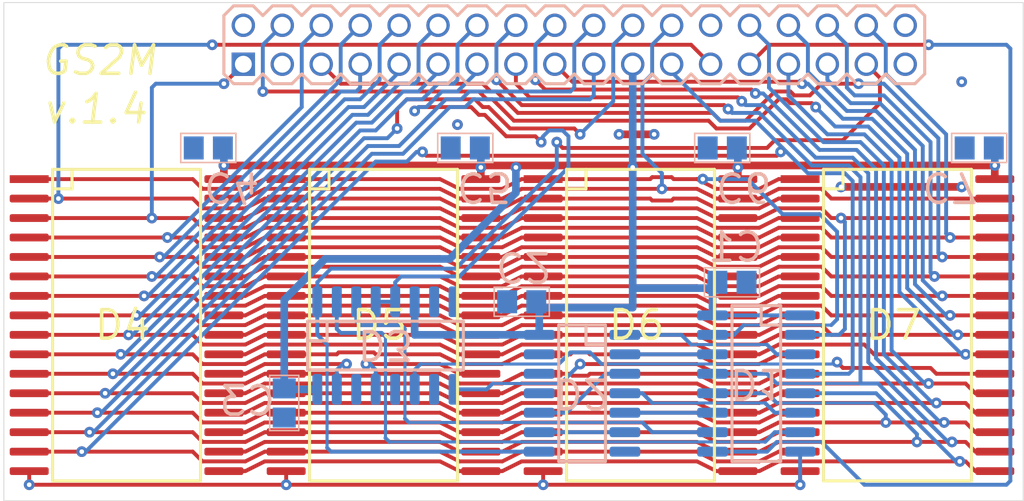
<source format=kicad_pcb>
(kicad_pcb
	(version 20240108)
	(generator "pcbnew")
	(generator_version "8.0")
	(general
		(thickness 1.6)
		(legacy_teardrops no)
	)
	(paper "A4")
	(title_block
		(title "General Sound 2M RAM extention")
		(rev "v.1.4")
		(company "X-TRADE")
	)
	(layers
		(0 "F.Cu" signal)
		(31 "B.Cu" signal)
		(32 "B.Adhes" user "B.Adhesive")
		(33 "F.Adhes" user "F.Adhesive")
		(34 "B.Paste" user)
		(35 "F.Paste" user)
		(36 "B.SilkS" user "B.Silkscreen")
		(37 "F.SilkS" user "F.Silkscreen")
		(38 "B.Mask" user)
		(39 "F.Mask" user)
		(40 "Dwgs.User" user "User.Drawings")
		(41 "Cmts.User" user "User.Comments")
		(42 "Eco1.User" user "User.Eco1")
		(43 "Eco2.User" user "User.Eco2")
		(44 "Edge.Cuts" user)
		(45 "Margin" user)
		(46 "B.CrtYd" user "B.Courtyard")
		(47 "F.CrtYd" user "F.Courtyard")
		(48 "B.Fab" user)
		(49 "F.Fab" user)
		(50 "User.1" user)
		(51 "User.2" user)
		(52 "User.3" user)
		(53 "User.4" user)
		(54 "User.5" user)
		(55 "User.6" user)
		(56 "User.7" user)
		(57 "User.8" user)
		(58 "User.9" user)
	)
	(setup
		(pad_to_mask_clearance 0)
		(allow_soldermask_bridges_in_footprints no)
		(pcbplotparams
			(layerselection 0x00010fc_ffffffff)
			(plot_on_all_layers_selection 0x0000000_00000000)
			(disableapertmacros no)
			(usegerberextensions no)
			(usegerberattributes yes)
			(usegerberadvancedattributes yes)
			(creategerberjobfile yes)
			(dashed_line_dash_ratio 12.000000)
			(dashed_line_gap_ratio 3.000000)
			(svgprecision 4)
			(plotframeref no)
			(viasonmask no)
			(mode 1)
			(useauxorigin no)
			(hpglpennumber 1)
			(hpglpenspeed 20)
			(hpglpendiameter 15.000000)
			(pdf_front_fp_property_popups yes)
			(pdf_back_fp_property_popups yes)
			(dxfpolygonmode yes)
			(dxfimperialunits yes)
			(dxfusepcbnewfont yes)
			(psnegative no)
			(psa4output no)
			(plotreference yes)
			(plotvalue yes)
			(plotfptext yes)
			(plotinvisibletext no)
			(sketchpadsonfab no)
			(subtractmaskfromsilk no)
			(outputformat 1)
			(mirror no)
			(drillshape 1)
			(scaleselection 1)
			(outputdirectory "")
		)
	)
	(net 0 "")
	(net 1 "GND")
	(net 2 "VCC")
	(net 3 "NET00000")
	(net 4 "NET00001")
	(net 5 "~AX18")
	(net 6 "~AX19")
	(net 7 "~AX20")
	(net 8 "RAM2")
	(net 9 "GM")
	(net 10 "AX19")
	(net 11 "AX20")
	(net 12 "CB")
	(net 13 "~CS3")
	(net 14 "~CS2")
	(net 15 "~AX17")
	(net 16 "A1")
	(net 17 "A3")
	(net 18 "A2")
	(net 19 "D0")
	(net 20 "A6")
	(net 21 "D1")
	(net 22 "A7")
	(net 23 "A8")
	(net 24 "A9")
	(net 25 "A10")
	(net 26 "A11")
	(net 27 "A12")
	(net 28 "A13")
	(net 29 "A14")
	(net 30 "AX16")
	(net 31 "AX17")
	(net 32 "AX18")
	(net 33 "~CS1")
	(net 34 "AX15")
	(net 35 "~RD")
	(net 36 "~WR")
	(net 37 "~CS0")
	(net 38 "D2")
	(net 39 "D3")
	(net 40 "D4")
	(net 41 "D5")
	(net 42 "D6")
	(net 43 "D7")
	(net 44 "A4")
	(net 45 "A5")
	(net 46 "A0")
	(footprint "K6X4008_1" (layer "F.Cu") (at 121.682 67.015 -90))
	(footprint "K6X4008_1" (layer "F.Cu") (at 88.154 67.015 -90))
	(footprint "K6X4008_1" (layer "F.Cu") (at 104.918 67.015 -90))
	(footprint "X36_1" (layer "F.Cu") (at 102.124 59.522))
	(footprint "K6X4008_1" (layer "F.Cu") (at 138.446 67.015 -90))
	(footprint "CC0805_1" (layer "B.Cu") (at 120.285 75.016 180))
	(footprint "CC0805_1" (layer "B.Cu") (at 134.001 73.746))
	(footprint "CC0805_1" (layer "B.Cu") (at 104.791 81.62 -90))
	(footprint "74HC175D_1" (layer "B.Cu") (at 138.446 75.905 90))
	(footprint "74HC08D_1" (layer "B.Cu") (at 127.016 77.175 90))
	(footprint "74HC138D_1" (layer "B.Cu") (at 106.95 75.016 180))
	(footprint "CC0805_1" (layer "B.Cu") (at 150.13 64.983 180))
	(footprint "CC0805_1" (layer "B.Cu") (at 116.602 64.983 180))
	(footprint "CC0805_1" (layer "B.Cu") (at 99.838 64.983 180))
	(footprint "CC0805_1" (layer "B.Cu") (at 133.366 64.983 180))
	(gr_line
		(start 134.001 85.43)
		(end 134.001 75.27)
		(stroke
			(width 0.2)
			(type solid)
		)
		(layer "B.SilkS")
		(uuid "01607f7d-2441-4688-af0a-d890c90b5bcb")
	)
	(gr_line
		(start 133.239 55.712)
		(end 133.874 56.347)
		(stroke
			(width 0.2)
			(type solid)
		)
		(layer "B.SilkS")
		(uuid "051d4965-3ab4-47fa-bcfe-9475c9e8bde3")
	)
	(gr_line
		(start 103.841 79.82)
		(end 103.841 83.42)
		(stroke
			(width 0.1)
			(type solid)
		)
		(layer "B.SilkS")
		(uuid "08e3b090-9a24-41ba-8081-ddf64505ea9a")
	)
	(gr_line
		(start 116.475 76.286)
		(end 116.475 79.461)
		(stroke
			(width 0.2)
			(type solid)
		)
		(layer "B.SilkS")
		(uuid "09a5d7cf-7ce9-4c5f-86b8-289a1dad8843")
	)
	(gr_line
		(start 148.33 64.033)
		(end 148.33 65.933)
		(stroke
			(width 0.1)
			(type solid)
		)
		(layer "B.SilkS")
		(uuid "0a35e254-dbdb-4193-b3fa-7646959d42e0")
	)
	(gr_line
		(start 126.889 55.712)
		(end 128.159 55.712)
		(stroke
			(width 0.2)
			(type solid)
		)
		(layer "B.SilkS")
		(uuid "0c018505-c6f2-4d73-9f98-a42012350d22")
	)
	(gr_line
		(start 123.714 56.347)
		(end 124.349 55.712)
		(stroke
			(width 0.2)
			(type solid)
		)
		(layer "B.SilkS")
		(uuid "0c0a2020-9ea5-4cde-81fa-d2ebeb18c5a8")
	)
	(gr_line
		(start 148.33 65.933)
		(end 151.93 65.933)
		(stroke
			(width 0.1)
			(type solid)
		)
		(layer "B.SilkS")
		(uuid "0c436f41-2a99-409c-bf52-fb5e5e5bb3db")
	)
	(gr_line
		(start 140.859 55.712)
		(end 141.494 56.347)
		(stroke
			(width 0.2)
			(type solid)
		)
		(layer "B.SilkS")
		(uuid "0f4e1d1c-e445-402d-857f-e7094ea291bd")
	)
	(gr_line
		(start 139.589 55.712)
		(end 140.859 55.712)
		(stroke
			(width 0.2)
			(type solid)
		)
		(layer "B.SilkS")
		(uuid "0f858411-b831-4dbf-848d-e9c6efb64d9b")
	)
	(gr_line
		(start 105.741 79.82)
		(end 103.841 79.82)
		(stroke
			(width 0.1)
			(type solid)
		)
		(layer "B.SilkS")
		(uuid "0fb25f94-844e-4fed-8bfa-86a8994b9503")
	)
	(gr_line
		(start 134.509 55.712)
		(end 135.779 55.712)
		(stroke
			(width 0.2)
			(type solid)
		)
		(layer "B.SilkS")
		(uuid "12ec78d3-5d2c-4712-a06a-993cf164166e")
	)
	(gr_line
		(start 114.189 55.712)
		(end 115.459 55.712)
		(stroke
			(width 0.2)
			(type solid)
		)
		(layer "B.SilkS")
		(uuid "132ab57e-d1d0-451f-bec5-ff506cee0674")
	)
	(gr_line
		(start 143.399 55.712)
		(end 144.034 56.347)
		(stroke
			(width 0.2)
			(type solid)
		)
		(layer "B.SilkS")
		(uuid "15ec7800-0b5c-488d-8df4-d07ed1bda07e")
	)
	(gr_line
		(start 114.189 60.792)
		(end 113.554 60.157)
		(stroke
			(width 0.2)
			(type solid)
		)
		(layer "B.SilkS")
		(uuid "166be862-fb64-4bdd-9349-aec48236f8a8")
	)
	(gr_line
		(start 100.854 56.347)
		(end 101.489 55.712)
		(stroke
			(width 0.2)
			(type solid)
		)
		(layer "B.SilkS")
		(uuid "16fddd19-f184-403c-8ffc-aceabe446944")
	)
	(gr_line
		(start 107.839 60.792)
		(end 106.569 60.792)
		(stroke
			(width 0.2)
			(type solid)
		)
		(layer "B.SilkS")
		(uuid "17ab2cb7-705e-4d3f-a033-e433e0475906")
	)
	(gr_line
		(start 123.714 60.157)
		(end 123.079 60.792)
		(stroke
			(width 0.2)
			(type solid)
		)
		(layer "B.SilkS")
		(uuid "17bfd828-d20e-4732-bd80-8ada26dbd3c3")
	)
	(gr_line
		(start 107.839 55.712)
		(end 108.474 56.347)
		(stroke
			(width 0.2)
			(type solid)
		)
		(layer "B.SilkS")
		(uuid "191920d3-6ff5-4826-b2c1-53a682ccb124")
	)
	(gr_line
		(start 111.649 55.712)
		(end 112.919 55.712)
		(stroke
			(width 0.2)
			(type solid)
		)
		(layer "B.SilkS")
		(uuid "1927ab04-afbe-4c75-ac12-92e305884636")
	)
	(gr_line
		(start 144.034 60.157)
		(end 143.399 60.792)
		(stroke
			(width 0.2)
			(type solid)
		)
		(layer "B.SilkS")
		(uuid "19823dc1-9732-45d5-bcc9-f30ecd095ede")
	)
	(gr_line
		(start 118.402 64.033)
		(end 114.802 64.033)
		(stroke
			(width 0.1)
			(type solid)
		)
		(layer "B.SilkS")
		(uuid "1ac6ffc8-2d8b-4c97-b223-3bd68bbde08d")
	)
	(gr_line
		(start 125.746 77.81)
		(end 124.476 77.81)
		(stroke
			(width 0.2)
			(type solid)
		)
		(layer "B.SilkS")
		(uuid "1d161474-bda5-4bb2-99c0-32877a5e91ce")
	)
	(gr_line
		(start 111.014 56.347)
		(end 111.649 55.712)
		(stroke
			(width 0.2)
			(type solid)
		)
		(layer "B.SilkS")
		(uuid "219759bf-39b1-4236-9196-71b97c456cb1")
	)
	(gr_line
		(start 107.585 76.286)
		(end 107.585 77.556)
		(stroke
			(width 0.2)
			(type solid)
		)
		(layer "B.SilkS")
		(uuid "21f4bc61-893f-461f-9393-4f081efcf5a0")
	)
	(gr_line
		(start 98.038 64.033)
		(end 98.038 65.933)
		(stroke
			(width 0.1)
			(type solid)
		)
		(layer "B.SilkS")
		(uuid "22d81ee6-d7c5-4be5-bb4c-8336dcdfee75")
	)
	(gr_line
		(start 106.315 76.286)
		(end 116.475 76.286)
		(stroke
			(width 0.2)
			(type solid)
		)
		(layer "B.SilkS")
		(uuid "27ee3243-9296-46da-811b-a5a9e739d5fa")
	)
	(gr_line
		(start 102.759 60.792)
		(end 101.489 60.792)
		(stroke
			(width 0.2)
			(type solid)
		)
		(layer "B.SilkS")
		(uuid "291ea7fc-8866-4f0e-8699-d1cad254bbe5")
	)
	(gr_line
		(start 124.349 55.712)
		(end 125.619 55.712)
		(stroke
			(width 0.2)
			(type solid)
		)
		(layer "B.SilkS")
		(uuid "2a2994ea-b481-4682-ba0a-bc78934d8fc4")
	)
	(gr_line
		(start 145.939 60.792)
		(end 144.669 60.792)
		(stroke
			(width 0.2)
			(type solid)
		)
		(layer "B.SilkS")
		(uuid "2aa970c8-dd19-4147-87d3-f627e088c685")
	)
	(gr_line
		(start 133.239 60.792)
		(end 131.969 60.792)
		(stroke
			(width 0.2)
			(type solid)
		)
		(layer "B.SilkS")
		(uuid "2cdc0587-6554-4727-92c6-f55d3be94181")
	)
	(gr_line
		(start 124.349 60.792)
		(end 123.714 60.157)
		(stroke
			(width 0.2)
			(type solid)
		)
		(layer "B.SilkS")
		(uuid "2d309b92-71d1-4a74-94ca-e63d050321f8")
	)
	(gr_line
		(start 143.399 60.792)
		(end 142.129 60.792)
		(stroke
			(width 0.2)
			(type solid)
		)
		(layer "B.SilkS")
		(uuid "2fe62243-7090-4425-bbe7-ee1431c4d863")
	)
	(gr_line
		(start 121.809 60.792)
		(end 121.174 60.157)
		(stroke
			(width 0.2)
			(type solid)
		)
		(layer "B.SilkS")
		(uuid "32c1f10e-3ed9-4401-8711-e41117c83e97")
	)
	(gr_line
		(start 100.854 60.157)
		(end 100.854 56.347)
		(stroke
			(width 0.2)
			(type solid)
		)
		(layer "B.SilkS")
		(uuid "33bf2e50-c612-4581-a258-b5bebbb69bdc")
	)
	(gr_line
		(start 125.619 60.792)
		(end 124.349 60.792)
		(stroke
			(width 0.2)
			(type solid)
		)
		(layer "B.SilkS")
		(uuid "357e8ae5-f7b1-47d8-afa5-dd00b3b34557")
	)
	(gr_line
		(start 108.474 60.157)
		(end 107.839 60.792)
		(stroke
			(width 0.2)
			(type solid)
		)
		(layer "B.SilkS")
		(uuid "35e35668-f284-4dd6-9f7c-f52e14cb0aaa")
	)
	(gr_line
		(start 142.129 55.712)
		(end 143.399 55.712)
		(stroke
			(width 0.2)
			(type solid)
		)
		(layer "B.SilkS")
		(uuid "378cca99-3c4e-46b3-bef7-5b12acb3e69b")
	)
	(gr_line
		(start 144.669 55.712)
		(end 145.939 55.712)
		(stroke
			(width 0.2)
			(type solid)
		)
		(layer "B.SilkS")
		(uuid "37f1f7bc-3456-4fbc-877e-2f5323aa1341")
	)
	(gr_line
		(start 113.554 60.157)
		(end 112.919 60.792)
		(stroke
			(width 0.2)
			(type solid)
		)
		(layer "B.SilkS")
		(uuid "3809ef77-d4b6-46c5-b22d-1a9245f5d55b")
	)
	(gr_line
		(start 131.334 60.157)
		(end 130.699 60.792)
		(stroke
			(width 0.2)
			(type solid)
		)
		(layer "B.SilkS")
		(uuid "38c71382-9f55-43ca-90c3-b8af84d39b11")
	)
	(gr_line
		(start 101.638 64.033)
		(end 98.038 64.033)
		(stroke
			(width 0.1)
			(type solid)
		)
		(layer "B.SilkS")
		(uuid "38ce614b-2daf-415c-9f72-8a553e6a69f4")
	)
	(gr_line
		(start 109.109 55.712)
		(end 110.379 55.712)
		(stroke
			(width 0.2)
			(type solid)
		)
		(layer "B.SilkS")
		(uuid "3a5f53e9-85ce-4a4e-a16b-3490eae7dae7")
	)
	(gr_line
		(start 142.129 60.792)
		(end 141.494 60.157)
		(stroke
			(width 0.2)
			(type solid)
		)
		(layer "B.SilkS")
		(uuid "3c4adf30-c6ff-49be-9af5-1422c9601744")
	)
	(gr_line
		(start 131.969 55.712)
		(end 133.239 55.712)
		(stroke
			(width 0.2)
			(type solid)
		)
		(layer "B.SilkS")
		(uuid "3edcec7d-ecbe-46c0-b89b-4b6ba87607d3")
	)
	(gr_line
		(start 115.459 55.712)
		(end 116.094 56.347)
		(stroke
			(width 0.2)
			(type solid)
		)
		(layer "B.SilkS")
		(uuid "3f181300-6c0e-4c24-b884-f1de37763b1a")
	)
	(gr_line
		(start 109.109 60.792)
		(end 108.474 60.157)
		(stroke
			(width 0.2)
			(type solid)
		)
		(layer "B.SilkS")
		(uuid "4445331d-9913-4d14-9ea7-d821179b92da")
	)
	(gr_line
		(start 146.574 60.157)
		(end 145.939 60.792)
		(stroke
			(width 0.2)
			(type solid)
		)
		(layer "B.SilkS")
		(uuid "44c1527e-9a1a-4763-89b4-d4a1a0efb409")
	)
	(gr_line
		(start 120.539 60.792)
		(end 119.269 60.792)
		(stroke
			(width 0.2)
			(type solid)
		)
		(layer "B.SilkS")
		(uuid "452b83bc-303a-488e-89b2-255aad1c782a")
	)
	(gr_line
		(start 123.079 60.792)
		(end 121.809 60.792)
		(stroke
			(width 0.2)
			(type solid)
		)
		(layer "B.SilkS")
		(uuid "470ce63c-58bf-47aa-bc56-201c3ac8c19f")
	)
	(gr_line
		(start 126.889 60.792)
		(end 126.254 60.157)
		(stroke
			(width 0.2)
			(type solid)
		)
		(layer "B.SilkS")
		(uuid "489def14-24c9-4c09-9114-37e1e0a4b91e")
	)
	(gr_line
		(start 151.93 65.933)
		(end 151.93 64.033)
		(stroke
			(width 0.1)
			(type solid)
		)
		(layer "B.SilkS")
		(uuid "4a26c4ad-e3cc-485c-8ad2-9ee0a5badaa2")
	)
	(gr_line
		(start 138.954 60.157)
		(end 138.319 60.792)
		(stroke
			(width 0.2)
			(type solid)
		)
		(layer "B.SilkS")
		(uuid "4a4a9fac-69db-495a-a4a1-c64c6a30b37e")
	)
	(gr_line
		(start 135.906 76.54)
		(end 135.906 75.27)
		(stroke
			(width 0.2)
			(type solid)
		)
		(layer "B.SilkS")
		(uuid "4e7f5118-7f93-4bf6-8c26-85efd53af863")
	)
	(gr_line
		(start 105.299 60.792)
		(end 104.029 60.792)
		(stroke
			(width 0.2)
			(type solid)
		)
		(layer "B.SilkS")
		(uuid "52528dd5-c27a-496d-934b-f9a122f8967d")
	)
	(gr_line
		(start 141.494 56.347)
		(end 142.129 55.712)
		(stroke
			(width 0.2)
			(type solid)
		)
		(layer "B.SilkS")
		(uuid "56482958-df10-4b1d-92a9-ee1ec146f86c")
	)
	(gr_line
		(start 126.254 60.157)
		(end 125.619 60.792)
		(stroke
			(width 0.2)
			(type solid)
		)
		(layer "B.SilkS")
		(uuid "57932599-355e-40ca-977c-916fed55c014")
	)
	(gr_line
		(start 106.569 55.712)
		(end 107.839 55.712)
		(stroke
			(width 0.2)
			(type solid)
		)
		(layer "B.SilkS")
		(uuid "57a3c60d-596e-4916-a73d-0bf50b5c3797")
	)
	(gr_line
		(start 111.649 60.792)
		(end 111.014 60.157)
		(stroke
			(width 0.2)
			(type solid)
		)
		(layer "B.SilkS")
		(uuid "58dbdad3-a56f-473c-9906-59f5b629b38c")
	)
	(gr_line
		(start 125.619 55.712)
		(end 126.254 56.347)
		(stroke
			(width 0.2)
			(type solid)
		)
		(layer "B.SilkS")
		(uuid "5984d4c6-6762-4543-ab72-ad1785ee4d24")
	)
	(gr_line
		(start 138.319 60.792)
		(end 137.049 60.792)
		(stroke
			(width 0.2)
			(type solid)
		)
		(layer "B.SilkS")
		(uuid "598e04cf-ca59-43ba-928f-1a618a9fa9cd")
	)
	(gr_line
		(start 128.794 60.157)
		(end 128.159 60.792)
		(stroke
			(width 0.2)
			(type solid)
		)
		(layer "B.SilkS")
		(uuid "5a4f6d27-f374-4aa8-9be6-a3716a7b2b35")
	)
	(gr_line
		(start 144.034 56.347)
		(end 144.669 55.712)
		(stroke
			(width 0.2)
			(type solid)
		)
		(layer "B.SilkS")
		(uuid "60cbbaf2-1e95-4151-a8b7-66cc3ec4ef71")
	)
	(gr_line
		(start 129.429 60.792)
		(end 128.794 60.157)
		(stroke
			(width 0.2)
			(type solid)
		)
		(layer "B.SilkS")
		(uuid "625526c8-76fc-4b96-91c0-7903a4836fb8")
	)
	(gr_line
		(start 134.001 75.27)
		(end 137.176 75.27)
		(stroke
			(width 0.2)
			(type solid)
		)
		(layer "B.SilkS")
		(uuid "67a262fe-dfda-49ea-ad14-5cc3fbb8087e")
	)
	(gr_line
		(start 131.334 56.347)
		(end 131.969 55.712)
		(stroke
			(width 0.2)
			(type solid)
		)
		(layer "B.SilkS")
		(uuid "67acaf38-3806-4cb3-a5fa-8ae823ac1d89")
	)
	(gr_line
		(start 135.166 64.033)
		(end 131.566 64.033)
		(stroke
			(width 0.1)
			(type solid)
		)
		(layer "B.SilkS")
		(uuid "68b51031-c394-492a-a542-6e72c3d54a04")
	)
	(gr_line
		(start 135.801 74.696)
		(end 135.801 72.796)
		(stroke
			(width 0.1)
			(type solid)
		)
		(layer "B.SilkS")
		(uuid "69f0ef25-b6f2-4508-8b05-7000170344f6")
	)
	(gr_line
		(start 138.319 55.712)
		(end 138.954 56.347)
		(stroke
			(width 0.2)
			(type solid)
		)
		(layer "B.SilkS")
		(uuid "6bc8c60a-b8ca-4601-be87-022d1f36388c")
	)
	(gr_line
		(start 118.485 74.066)
		(end 118.485 75.966)
		(stroke
			(width 0.1)
			(type solid)
		)
		(layer "B.SilkS")
		(uuid "6d485731-3485-4e8b-8d4d-73912ff95449")
	)
	(gr_line
		(start 105.934 60.157)
		(end 105.299 60.792)
		(stroke
			(width 0.2)
			(type solid)
		)
		(layer "B.SilkS")
		(uuid "6eb0eead-8f4c-405b-b026-dc2dbe152991")
	)
	(gr_line
		(start 116.094 60.157)
		(end 115.459 60.792)
		(stroke
			(width 0.2)
			(type solid)
		)
		(layer "B.SilkS")
		(uuid "703aafdf-c0b7-4d4d-af8d-1e73e28368b2")
	)
	(gr_line
		(start 106.569 60.792)
		(end 105.934 60.157)
		(stroke
			(width 0.2)
			(type solid)
		)
		(layer "B.SilkS")
		(uuid "72370df8-9146-4689-ab7f-67d9d1815f4a")
	)
	(gr_line
		(start 131.566 65.933)
		(end 135.166 65.933)
		(stroke
			(width 0.1)
			(type solid)
		)
		(layer "B.SilkS")
		(uuid "7350f675-3822-40d2-8743-57d6f96423fa")
	)
	(gr_line
		(start 151.93 64.033)
		(end 148.33 64.033)
		(stroke
			(width 0.1)
			(type solid)
		)
		(layer "B.SilkS")
		(uuid "74de0b2e-7f65-4613-a46a-c87bf13acdb8")
	)
	(gr_line
		(start 110.379 55.712)
		(end 111.014 56.347)
		(stroke
			(width 0.2)
			(type solid)
		)
		(layer "B.SilkS")
		(uuid "766440a9-8ab1-44cf-b96f-a196a42be5d8")
	)
	(gr_line
		(start 131.566 64.033)
		(end 131.566 65.933)
		(stroke
			(width 0.1)
			(type solid)
		)
		(layer "B.SilkS")
		(uuid "7997a1a0-d27f-4482-b492-be0c8db5791c")
	)
	(gr_line
		(start 114.802 65.933)
		(end 118.402 65.933)
		(stroke
			(width 0.1)
			(type solid)
		)
		(layer "B.SilkS")
		(uuid "7afc649e-b5a7-4796-9f19-18aaf77b71a3")
	)
	(gr_line
		(start 137.049 55.712)
		(end 138.319 55.712)
		(stroke
			(width 0.2)
			(type solid)
		)
		(layer "B.SilkS")
		(uuid "80835e47-a260-4c2d-8044-1846f3c39e5e")
	)
	(gr_line
		(start 126.254 56.347)
		(end 126.889 55.712)
		(stroke
			(width 0.2)
			(type solid)
		)
		(layer "B.SilkS")
		(uuid "8189f451-ae89-4a51-8f05-8eaa201e4346")
	)
	(gr_line
		(start 116.729 55.712)
		(end 117.999 55.712)
		(stroke
			(width 0.2)
			(type solid)
		)
		(layer "B.SilkS")
		(uuid "81b687b5-07c3-40b6-8665-a7f2432b7ec2")
	)
	(gr_line
		(start 110.379 60.792)
		(end 109.109 60.792)
		(stroke
			(width 0.2)
			(type solid)
		)
		(layer "B.SilkS")
		(uuid "82ab9c1c-2f33-4330-851e-b6b391d8c11e")
	)
	(gr_line
		(start 137.176 85.43)
		(end 134.001 85.43)
		(stroke
			(width 0.2)
			(type solid)
		)
		(layer "B.SilkS")
		(uuid "83e0cef7-45b4-4fff-b8d0-b33b1b8c9d26")
	)
	(gr_line
		(start 128.159 55.712)
		(end 128.794 56.347)
		(stroke
			(width 0.2)
			(type solid)
		)
		(layer "B.SilkS")
		(uuid "83ffb1eb-08d1-4788-b9c3-e492434b42b0")
	)
	(gr_line
		(start 135.779 55.712)
		(end 136.414 56.347)
		(stroke
			(width 0.2)
			(type solid)
		)
		(layer "B.SilkS")
		(uuid "87e8ea10-0a73-4255-8f19-38f9f6ac8024")
	)
	(gr_line
		(start 121.174 60.157)
		(end 120.539 60.792)
		(stroke
			(width 0.2)
			(type solid)
		)
		(layer "B.SilkS")
		(uuid "8b00c5bc-b226-4bdd-85e9-6a29a9f95b71")
	)
	(gr_line
		(start 130.699 60.792)
		(end 129.429 60.792)
		(stroke
			(width 0.2)
			(type solid)
		)
		(layer "B.SilkS")
		(uuid "8be7da8b-b4a2-43a5-af2b-949eb4a293c6")
	)
	(gr_line
		(start 132.201 74.696)
		(end 135.801 74.696)
		(stroke
			(width 0.1)
			(type solid)
		)
		(layer "B.SilkS")
		(uuid "8e2671de-14db-4c16-8e40-4f5964b05e17")
	)
	(gr_line
		(start 104.029 60.792)
		(end 103.394 60.157)
		(stroke
			(width 0.2)
			(type solid)
		)
		(layer "B.SilkS")
		(uuid "8f1a46e9-1849-4d14-97fd-d342d0a3ca8b")
	)
	(gr_line
		(start 137.176 76.54)
		(end 135.906 76.54)
		(stroke
			(width 0.2)
			(type solid)
		)
		(layer "B.SilkS")
		(uuid "9270227d-e65e-4641-b6ae-b53edb10e1d1")
	)
	(gr_line
		(start 132.201 72.796)
		(end 132.201 74.696)
		(stroke
			(width 0.1)
			(type solid)
		)
		(layer "B.SilkS")
		(uuid "927091e3-2fd7-4e71-bc9e-5c4170274473")
	)
	(gr_line
		(start 136.414 60.157)
		(end 135.779 60.792)
		(stroke
			(width 0.2)
			(type solid)
		)
		(layer "B.SilkS")
		(uuid "93c10cf7-8df7-41ee-8a70-32d5a295b3ca")
	)
	(gr_line
		(start 136.414 56.347)
		(end 137.049 55.712)
		(stroke
			(width 0.2)
			(type solid)
		)
		(layer "B.SilkS")
		(uuid "94dad7ca-5061-4b43-bb94-24a60f8132cb")
	)
	(gr_line
		(start 105.299 55.712)
		(end 105.934 56.347)
		(stroke
			(width 0.2)
			(type solid)
		)
		(layer "B.SilkS")
		(uuid "9649300f-06e4-4608-b797-23d071175f23")
	)
	(gr_line
		(start 116.094 56.347)
		(end 116.729 55.712)
		(stroke
			(width 0.2)
			(type solid)
		)
		(layer "B.SilkS")
		(uuid "9b3c6d80-f627-4562-8eae-6e18eeb594ba")
	)
	(gr_line
		(start 118.402 65.933)
		(end 118.402 64.033)
		(stroke
			(width 0.1)
			(type solid)
		)
		(layer "B.SilkS")
		(uuid "9c933062-887a-42aa-8e84-cfd10ac00aa1")
	)
	(gr_line
		(start 115.459 60.792)
		(end 114.189 60.792)
		(stroke
			(width 0.2)
			(type solid)
		)
		(layer "B.SilkS")
		(uuid "9e6c1385-92a8-477d-bcb2-e30b15a54ed7")
	)
	(gr_line
		(start 117.999 60.792)
		(end 116.729 60.792)
		(stroke
			(width 0.2)
			(type solid)
		)
		(layer "B.SilkS")
		(uuid "9e852b1d-3ca3-4d23-8959-2c21894b6862")
	)
	(gr_line
		(start 103.394 56.347)
		(end 104.029 55.712)
		(stroke
			(width 0.2)
			(type solid)
		)
		(layer "B.SilkS")
		(uuid "9e986e14-b690-4832-ba48-bfcb12546d5e")
	)
	(gr_line
		(start 133.874 56.347)
		(end 134.509 55.712)
		(stroke
			(width 0.2)
			(type solid)
		)
		(layer "B.SilkS")
		(uuid "9f4d0d2a-47dd-4af2-bda1-480621a33237")
	)
	(gr_line
		(start 145.939 55.712)
		(end 146.574 56.347)
		(stroke
			(width 0.2)
			(type solid)
		)
		(layer "B.SilkS")
		(uuid "a07e3ee7-afe6-48e9-bb06-8548a196785b")
	)
	(gr_line
		(start 101.638 65.933)
		(end 101.638 64.033)
		(stroke
			(width 0.1)
			(type solid)
		)
		(layer "B.SilkS")
		(uuid "a0d4c66e-258e-44d6-9ddf-80856d923981")
	)
	(gr_line
		(start 120.539 55.712)
		(end 121.174 56.347)
		(stroke
			(width 0.2)
			(type solid)
		)
		(layer "B.SilkS")
		(uuid "a1d56b71-0157-4dc3-8dc0-4a633df99a67")
	)
	(gr_line
		(start 118.485 75.966)
		(end 122.085 75.966)
		(stroke
			(width 0.1)
			(type solid)
		)
		(layer "B.SilkS")
		(uuid "a2426046-529a-4d79-af66-48132fb30e3d")
	)
	(gr_line
		(start 122.698 76.54)
		(end 125.746 76.54)
		(stroke
			(width 0.2)
			(type solid)
		)
		(layer "B.SilkS")
		(uuid "a6d16206-75e0-4417-86fc-d43d27e02b4d")
	)
	(gr_line
		(start 102.759 55.712)
		(end 103.394 56.347)
		(stroke
			(width 0.2)
			(type solid)
		)
		(layer "B.SilkS")
		(uuid "a8851851-be18-4ca4-9045-6c6163f4a860")
	)
	(gr_line
		(start 133.874 60.157)
		(end 133.239 60.792)
		(stroke
			(width 0.2)
			(type solid)
		)
		(layer "B.SilkS")
		(uuid "a8e45b67-525b-49a1-8ae5-ebbdbeaae387")
	)
	(gr_line
		(start 124.476 77.81)
		(end 124.476 76.54)
		(stroke
			(width 0.2)
			(type solid)
		)
		(layer "B.SilkS")
		(uuid "aa504a74-c2be-48ad-847e-d90c176a74e5")
	)
	(gr_line
		(start 98.038 65.933)
		(end 101.638 65.933)
		(stroke
			(width 0.1)
			(type solid)
		)
		(layer "B.SilkS")
		(uuid "ab627a37-79d0-4515-9997-764d3320a4dd")
	)
	(gr_line
		(start 103.841 83.42)
		(end 105.741 83.42)
		(stroke
			(width 0.1)
			(type solid)
		)
		(layer "B.SilkS")
		(uuid "af41ec60-50b8-4c62-abf3-fd4cf9c777d3")
	)
	(gr_line
		(start 105.934 56.347)
		(end 106.569 55.712)
		(stroke
			(width 0.2)
			(type solid)
		)
		(layer "B.SilkS")
		(uuid "b0bde8f0-366c-4bf8-b496-fb2c963b09b9")
	)
	(gr_line
		(start 130.699 55.712)
		(end 131.334 56.347)
		(stroke
			(width 0.2)
			(type solid)
		)
		(layer "B.SilkS")
		(uuid "b185e1a1-9d2a-4cb0-8dcc-687bb5b52ded")
	)
	(gr_line
		(start 135.166 65.933)
		(end 135.166 64.033)
		(stroke
			(width 0.1)
			(type solid)
		)
		(layer "B.SilkS")
		(uuid "b3ae40e5-d4c8-4c10-a333-d267f3c34407")
	)
	(gr_line
		(start 139.589 60.792)
		(end 138.954 60.157)
		(stroke
			(width 0.2)
			(type solid)
		)
		(layer "B.SilkS")
		(uuid "b4d2223a-1fbc-41f2-9151-c78dab91abdf")
	)
	(gr_line
		(start 108.474 56.347)
		(end 109.109 55.712)
		(stroke
			(width 0.2)
			(type solid)
		)
		(layer "B.SilkS")
		(uuid "b4e2bbc1-bfdc-4499-9a7d-d80c8d928ec3")
	)
	(gr_line
		(start 107.585 77.556)
		(end 106.315 77.556)
		(stroke
			(width 0.2)
			(type solid)
		)
		(layer "B.SilkS")
		(uuid "b5092985-37c2-4823-b77c-ada2eb238aac")
	)
	(gr_line
		(start 117.999 55.712)
		(end 118.634 56.347)
		(stroke
			(width 0.2)
			(type solid)
		)
		(layer "B.SilkS")
		(uuid "b8cf2636-15e0-4ee1-82e4-455ded88c918")
	)
	(gr_line
		(start 113.554 56.347)
		(end 114.189 55.712)
		(stroke
			(width 0.2)
			(type solid)
		)
		(layer "B.SilkS")
		(uuid "bc166def-084a-4916-b3a7-408c991a6107")
	)
	(gr_line
		(start 146.574 56.347)
		(end 146.574 60.157)
		(stroke
			(width 0.2)
			(type solid)
		)
		(layer "B.SilkS")
		(uuid "c1991803-e3d6-4e22-92c7-61bd6e005f63")
	)
	(gr_line
		(start 116.475 79.461)
		(end 106.315 79.461)
		(stroke
			(width 0.2)
			(type solid)
		)
		(layer "B.SilkS")
		(uuid "c3bc47e9-3c42-4bf5-97dd-cb76399798bb")
	)
	(gr_line
		(start 137.176 75.27)
		(end 137.176 85.43)
		(stroke
			(width 0.2)
			(type solid)
		)
		(layer "B.SilkS")
		(uuid "c4d0c42c-df66-495c-9883-c03ef01fea56")
	)
	(gr_line
		(start 140.859 60.792)
		(end 139.589 60.792)
		(stroke
			(width 0.2)
			(type solid)
		)
		(layer "B.SilkS")
		(uuid "c4f0d5cf-ebeb-43fd-846c-ef0e267ac6c1")
	)
	(gr_line
		(start 122.085 75.966)
		(end 122.085 74.066)
		(stroke
			(width 0.1)
			(type solid)
		)
		(layer "B.SilkS")
		(uuid "c7349d0e-7941-4a89-94ee-a421796600fb")
	)
	(gr_line
		(start 119.269 60.792)
		(end 118.634 60.157)
		(stroke
			(width 0.2)
			(type solid)
		)
		(layer "B.SilkS")
		(uuid "cb2a441d-7295-4fcf-a2fd-f378dac2014f")
	)
	(gr_line
		(start 141.494 60.157)
		(end 140.859 60.792)
		(stroke
			(width 0.2)
			(type solid)
		)
		(layer "B.SilkS")
		(uuid "cef35c6c-d700-43fe-9fa3-72ead68c3069")
	)
	(gr_line
		(start 112.919 55.712)
		(end 113.554 56.347)
		(stroke
			(width 0.2)
			(type solid)
		)
		(layer "B.SilkS")
		(uuid "d060815c-24ed-49f9-82e8-2991e5c79a12")
	)
	(gr_line
		(start 123.079 55.712)
		(end 123.714 56.347)
		(stroke
			(width 0.2)
			(type solid)
		)
		(layer "B.SilkS")
		(uuid "d0cb9fed-6e5b-4c22-a7dd-f689b2668613")
	)
	(gr_line
		(start 144.669 60.792)
		(end 144.034 60.157)
		(stroke
			(width 0.2)
			(type solid)
		)
		(layer "B.SilkS")
		(uuid "d31aecfa-8e62-47fa-a070-9a95dbb61fee")
	)
	(gr_line
		(start 121.809 55.712)
		(end 123.079 55.712)
		(stroke
			(width 0.2)
			(type solid)
		)
		(layer "B.SilkS")
		(uuid "d6f0ccb6-9cf0-4a98-98ba-058391d99424")
	)
	(gr_line
		(start 106.315 79.461)
		(end 106.315 76.286)
		(stroke
			(width 0.2)
			(type solid)
		)
		(layer "B.SilkS")
		(uuid "d85db06b-b3e8-4c26-b1da-6e1560d49abe")
	)
	(gr_line
		(start 119.269 55.712)
		(end 120.539 55.712)
		(stroke
			(width 0.2)
			(type solid)
		)
		(layer "B.SilkS")
		(uuid "ddbcbbed-b303-4ce4-887b-ba6154cfbbfd")
	)
	(gr_line
		(start 137.049 60.792)
		(end 136.414 60.157)
		(stroke
			(width 0.2)
			(type solid)
		)
		(layer "B.SilkS")
		(uuid "de15aa14-3a38-405e-bc01-e79474af812f")
	)
	(gr_line
		(start 118.634 56.347)
		(end 119.269 55.712)
		(stroke
			(width 0.2)
			(type solid)
		)
		(layer "B.SilkS")
		(uuid "de37d686-80af-4238-8033-b91449d9f177")
	)
	(gr_line
		(start 125.746 85.43)
		(end 122.698 85.43)
		(stroke
			(width 0.2)
			(type solid)
		)
		(layer "B.SilkS")
		(uuid "e4ed4a5c-3dd2-4538-a46d-e23cb774cd83")
	)
	(gr_line
		(start 114.802 64.033)
		(end 114.802 65.933)
		(stroke
			(width 0.1)
			(type solid)
		)
		(layer "B.SilkS")
		(uuid "e4f1eae4-4828-414b-aab7-9d5cb86aec51")
	)
	(gr_line
		(start 138.954 56.347)
		(end 139.589 55.712)
		(stroke
			(width 0.2)
			(type solid)
		)
		(layer "B.SilkS")
		(uuid "e59d6258-3131-4efc-aaad-6b3131772022")
	)
	(gr_line
		(start 111.014 60.157)
		(end 110.379 60.792)
		(stroke
			(width 0.2)
			(type solid)
		)
		(layer "B.SilkS")
		(uuid "e6d8f56d-c17e-4784-abbd-07c6e1c8ef42")
	)
	(gr_line
		(start 101.489 55.712)
		(end 102.759 55.712)
		(stroke
			(width 0.2)
			(type solid)
		)
		(layer "B.SilkS")
		(uuid "e76ad774-4084-473e-b6aa-df04eb2c7491")
	)
	(gr_line
		(start 131.969 60.792)
		(end 131.334 60.157)
		(stroke
			(width 0.2)
			(type solid)
		)
		(layer "B.SilkS")
		(uuid "ea8effbe-8467-4e3e-aca3-694f351c0202")
	)
	(gr_line
		(start 122.085 74.066)
		(end 118.485 74.066)
		(stroke
			(width 0.1)
			(type solid)
		)
		(layer "B.SilkS")
		(uuid "ee8234d5-c695-49c2-a44f-c36bfd9e4cc0")
	)
	(gr_line
		(start 101.489 60.792)
		(end 100.854 60.157)
		(stroke
			(width 0.2)
			(type solid)
		)
		(layer "B.SilkS")
		(uuid "ef440b35-ce30-4c38-a739-54ab1ef83f7d")
	)
	(gr_line
		(start 116.729 60.792)
		(end 116.094 60.157)
		(stroke
			(width 0.2)
			(type solid)
		)
		(layer "B.SilkS")
		(uuid "f12058d0-e178-47e6-89e0-14fe413c4a50")
	)
	(gr_line
		(start 135.801 72.796)
		(end 132.201 72.796)
		(stroke
			(width 0.1)
			(type solid)
		)
		(layer "B.SilkS")
		(uuid "f20a5fc8-3ab0-4941-8c06-e954904828e2")
	)
	(gr_line
		(start 128.159 60.792)
		(end 126.889 60.792)
		(stroke
			(width 0.2)
			(type solid)
		)
		(layer "B.SilkS")
		(uuid "f2bc2b09-1761-4659-8b64-eae1cbc7c3f7")
	)
	(gr_line
		(start 112.919 60.792)
		(end 111.649 60.792)
		(stroke
			(width 0.2)
			(type solid)
		)
		(layer "B.SilkS")
		(uuid "f2cf8671-1223-4de4-be0c-fe62d9678232")
	)
	(gr_line
		(start 103.394 60.157)
		(end 102.759 60.792)
		(stroke
			(width 0.2)
			(type solid)
		)
		(layer "B.SilkS")
		(uuid "f396f6ee-58fd-4ad0-b585-be21ffd4acce")
	)
	(gr_line
		(start 118.634 60.157)
		(end 117.999 60.792)
		(stroke
			(width 0.2)
			(type solid)
		)
		(layer "B.SilkS")
		(uuid "f56998de-a7f6-4e6d-80a1-050bd2ade99a")
	)
	(gr_line
		(start 129.429 55.712)
		(end 130.699 55.712)
		(stroke
			(width 0.2)
			(type solid)
		)
		(layer "B.SilkS")
		(uuid "f5b373ff-5883-4268-a922-b4eedd3710cf")
	)
	(gr_line
		(start 135.779 60.792)
		(end 134.509 60.792)
		(stroke
			(width 0.2)
			(type solid)
		)
		(layer "B.SilkS")
		(uuid "f6402731-71e6-444b-962d-a57a504edcea")
	)
	(gr_line
		(start 122.698 85.43)
		(end 122.698 76.54)
		(stroke
			(width 0.2)
			(type solid)
		)
		(layer "B.SilkS")
		(uuid "f695eb08-ef56-4652-ae08-f14537298b4a")
	)
	(gr_line
		(start 104.029 55.712)
		(end 105.299 55.712)
		(stroke
			(width 0.2)
			(type solid)
		)
		(layer "B.SilkS")
		(uuid "f8e5416f-710e-4850-aea7-d33dab8e0558")
	)
	(gr_line
		(start 125.746 76.54)
		(end 125.746 85.43)
		(stroke
			(width 0.2)
			(type solid)
		)
		(layer "B.SilkS")
		(uuid "f94385f1-c3de-404a-8a8b-7481a1441bd8")
	)
	(gr_line
		(start 128.794 56.347)
		(end 129.429 55.712)
		(stroke
			(width 0.2)
			(type solid)
		)
		(layer "B.SilkS")
		(uuid "f985140c-71b4-4841-ae61-7fd422955617")
	)
	(gr_line
		(start 134.509 60.792)
		(end 133.874 60.157)
		(stroke
			(width 0.2)
			(type solid)
		)
		(layer "B.SilkS")
		(uuid "fe425f94-effd-4655-b773-2c5633cd18a9")
	)
	(gr_line
		(start 121.174 56.347)
		(end 121.809 55.712)
		(stroke
			(width 0.2)
			(type solid)
		)
		(layer "B.SilkS")
		(uuid "ff522f3a-a5a7-4bb4-be08-cc68388f3aba")
	)
	(gr_line
		(start 105.741 83.42)
		(end 105.741 79.82)
		(stroke
			(width 0.1)
			(type solid)
		)
		(layer "B.SilkS")
		(uuid "ffa9b7d0-9dfe-4566-b378-84b3f9ff0e31")
	)
	(gr_line
		(start 90.948 67.65)
		(end 90.948 66.38)
		(stroke
			(width 0.2)
			(type solid)
		)
		(layer "F.SilkS")
		(uuid "021e41f7-5f31-41d1-8286-abfaa196fca2")
	)
	(gr_line
		(start 124.476 67.65)
		(end 124.476 66.38)
		(stroke
			(width 0.2)
			(type solid)
		)
		(layer "F.SilkS")
		(uuid "0b31d5e2-b609-4329-bc9e-64ecb1bf68f8")
	)
	(gr_line
		(start 139.97 86.7)
		(end 149.622 86.7)
		(stroke
			(width 0.2)
			(type solid)
		)
		(layer "F.SilkS")
		(uuid "0cb436a2-3880-4331-a5a0-34f60f260875")
	)
	(gr_line
		(start 123.206 66.38)
		(end 132.858 66.38)
		(stroke
			(width 0.2)
			(type solid)
		)
		(layer "F.SilkS")
		(uuid "1ad70c9c-8ed7-4e75-b0b5-577a73a220b5")
	)
	(gr_line
		(start 89.678 66.38)
		(end 99.33 66.38)
		(stroke
			(width 0.2)
			(type solid)
		)
		(layer "F.SilkS")
		(uuid "1e4905c5-5016-4227-b31d-c37514d008d8")
	)
	(gr_line
		(start 89.678 86.7)
		(end 99.33 86.7)
		(stroke
			(width 0.2)
			(type solid)
		)
		(layer "F.SilkS")
		(uuid "4fef399d-2a84-4139-bf4d-e386ba2fdf2e")
	)
	(gr_line
		(start 99.33 86.7)
		(end 99.33 66.38)
		(stroke
			(width 0.2)
			(type solid)
		)
		(layer "F.SilkS")
		(uuid "56b88878-8f6e-4ff7-9558-805ba01e411b")
	)
	(gr_line
		(start 106.442 67.65)
		(end 107.712 67.65)
		(stroke
			(width 0.2)
			(type solid)
		)
		(layer "F.SilkS")
		(uuid "64e1a4f5-bf80-44f9-a5b4-6ffec3dde7e9")
	)
	(gr_line
		(start 89.678 86.7)
		(end 89.678 66.38)
		(stroke
			(width 0.2)
			(type solid)
		)
		(layer "F.SilkS")
		(uuid "68b0c2f8-6751-406d-9c6b-126c95c97298")
	)
	(gr_line
		(start 149.622 86.7)
		(end 149.622 66.38)
		(stroke
			(width 0.2)
			(type solid)
		)
		(layer "F.SilkS")
		(uuid "7054bc74-b64b-4682-a161-7bd1aa682709")
	)
	(gr_line
		(start 141.24 67.65)
		(end 141.24 66.38)
		(stroke
			(width 0.2)
			(type solid)
		)
		(layer "F.SilkS")
		(uuid "74dbadce-8807-4be9-b76d-366be74698bd")
	)
	(gr_line
		(start 132.858 86.7)
		(end 132.858 66.38)
		(stroke
			(width 0.2)
			(type solid)
		)
		(layer "F.SilkS")
		(uuid "7b5cf1d3-f35e-4426-b205-ab283b48a16f")
	)
	(gr_line
		(start 106.442 86.7)
		(end 106.442 66.38)
		(stroke
			(width 0.2)
			(type solid)
		)
		(layer "F.SilkS")
		(uuid "81389eab-122d-464b-8eba-c2d408832426")
	)
	(gr_line
		(start 139.97 67.65)
		(end 141.24 67.65)
		(stroke
			(width 0.2)
			(type solid)
		)
		(layer "F.SilkS")
		(uuid "82416a70-ba80-4ab0-8775-959d40e2fe77")
	)
	(gr_line
		(start 107.712 67.65)
		(end 107.712 66.38)
		(stroke
			(width 0.2)
			(type solid)
		)
		(layer "F.SilkS")
		(uuid "9180d1bd-3eb0-443e-a37c-2718ca3602e8")
	)
	(gr_line
		(start 116.094 86.7)
		(end 116.094 66.38)
		(stroke
			(width 0.2)
			(type solid)
		)
		(layer "F.SilkS")
		(uuid "a2d76ca7-956f-4d1f-bd2d-b2bcaeb7df76")
	)
	(gr_line
		(start 123.206 67.65)
		(end 124.476 67.65)
		(stroke
			(width 0.2)
			(type solid)
		)
		(layer "F.SilkS")
		(uuid "a6e8e345-5cb4-4b9d-9a32-d1d96b659029")
	)
	(gr_line
		(start 106.442 66.38)
		(end 116.094 66.38)
		(stroke
			(width 0.2)
			(type solid)
		)
		(layer "F.SilkS")
		(uuid "b03d7534-032b-4fea-b769-e1b065278c71")
	)
	(gr_line
		(start 139.97 66.38)
		(end 149.622 66.38)
		(stroke
			(width 0.2)
			(type solid)
		)
		(layer "F.SilkS")
		(uuid "b0c86842-1bf9-4230-9511-efe57c8a927e")
	)
	(gr_line
		(start 123.206 86.7)
		(end 123.206 66.38)
		(stroke
			(width 0.2)
			(type solid)
		)
		(layer "F.SilkS")
		(uuid "bfea6a31-57af-429e-a3b3-2679d89182db")
	)
	(gr_line
		(start 123.206 86.7)
		(end 132.858 86.7)
		(stroke
			(width 0.2)
			(type solid)
		)
		(layer "F.SilkS")
		(uuid "c791c751-2fdc-4a8e-a1f8-be384b7b451c")
	)
	(gr_line
		(start 139.97 86.7)
		(end 139.97 66.38)
		(stroke
			(width 0.2)
			(type solid)
		)
		(layer "F.SilkS")
		(uuid "c96b56fb-0370-423b-9cfa-8e07e990be81")
	)
	(gr_line
		(start 89.678 67.65)
		(end 90.948 67.65)
		(stroke
			(width 0.2)
			(type solid)
		)
		(layer "F.SilkS")
		(uuid "d513fd5c-634f-48d9-b657-55e52ff9eb98")
	)
	(gr_line
		(start 106.442 86.7)
		(end 116.094 86.7)
		(stroke
			(width 0.2)
			(type solid)
		)
		(layer "F.SilkS")
		(uuid "e0af9e25-019d-4d1e-97d2-aca701f296ed")
	)
	(gr_line
		(start 152.924 55.458)
		(end 152.924 87.843)
		(stroke
			(width 0.254)
			(type solid)
		)
		(layer "Eco2.User")
		(uuid "09b6cfea-065e-4f4e-a84d-578db970f85a")
	)
	(gr_line
		(start 86.376 87.843)
		(end 86.376 55.458)
		(stroke
			(width 0.254)
			(type solid)
		)
		(layer "Eco2.User")
		(uuid "4ad61357-3d6e-4601-8d5d-beefdc299196")
	)
	(gr_line
		(start 152.924 87.843)
		(end 86.376 87.843)
		(stroke
			(width 0.254)
			(type solid)
		)
		(layer "Eco2.User")
		(uuid "5889df21-94a9-494d-8b9b-174181f79298")
	)
	(gr_line
		(start 86.376 55.458)
		(end 152.924 55.458)
		(stroke
			(width 0.254)
			(type solid)
		)
		(layer "Eco2.User")
		(uuid "8486d85e-92cc-48ad-882e-8c7b9beea943")
	)
	(gr_rect
		(start 86.5 55.5)
		(end 153 88)
		(stroke
			(width 0.05)
			(type default)
		)
		(fill none)
		(layer "Edge.Cuts")
		(uuid "47f5dfca-6339-4ee1-b801-81bb2ed74515")
	)
	(gr_text "GS2M"
		(at 92.726 59.268 0)
		(layer "F.SilkS")
		(uuid "082a1332-d136-4220-8c43-60bd0b2c2547")
		(effects
			(font
				(size 1.857375 1.857375)
				(thickness 0.231775)
				(italic yes)
			)
		)
	)
	(gr_text "v.1.4"
		(at 92.472 62.443 0)
		(layer "F.SilkS")
		(uuid "98d76126-4d2d-43fa-ad86-865786b01819")
		(effects
			(font
				(size 1.857375 1.857375)
				(thickness 0.231775)
				(italic yes)
			)
		)
	)
	(segment
		(start 128.921 64.094)
		(end 126.635 64.094)
		(width 0.5)
		(layer "F.Cu")
		(net 1)
		(uuid "0677bbc8-a624-49b8-ba8b-5d980fbd3c98")
	)
	(segment
		(start 88.154 86.954)
		(end 88.154 86.065)
		(width 0.254)
		(layer "F.Cu")
		(net 1)
		(uuid "18174d38-f00e-4819-954b-ceb6f98d5bfb")
	)
	(segment
		(start 141.113 67.523)
		(end 148.987 67.523)
		(width 0.5)
		(layer "F.Cu")
		(net 1)
		(uuid "28f0ff91-9490-45f3-b8dc-66da5195a47c")
	)
	(segment
		(start 104.918 86.954)
		(end 104.918 86.065)
		(width 0.254)
		(layer "F.Cu")
		(net 1)
		(uuid "2a91af63-888d-43c9-adcd-4acbc23d196b")
	)
	(segment
		(start 138.446 86.954)
		(end 138.446 86.065)
		(width 0.254)
		(layer "F.Cu")
		(net 1)
		(uuid "534e3352-cb6c-49fe-9491-5861a1288fd9")
	)
	(segment
		(start 138.446 86.954)
		(end 121.682 86.954)
		(width 0.254)
		(layer "F.Cu")
		(net 1)
		(uuid "5c1dd9fc-7f39-4bd8-96c3-97cea9386cc3")
	)
	(segment
		(start 121.682 86.954)
		(end 104.918 86.954)
		(width 0.254)
		(layer "F.Cu")
		(net 1)
		(uuid "6f4c7b59-0917-438e-9d50-e97ad05c6cd3")
	)
	(segment
		(start 104.918 86.954)
		(end 88.154 86.954)
		(width 0.254)
		(layer "F.Cu")
		(net 1)
		(uuid "9732e10f-0659-4286-b7ba-0446e9ae44b1")
	)
	(segment
		(start 121.682 86.954)
		(end 121.682 86.065)
		(width 0.254)
		(layer "F.Cu")
		(net 1)
		(uuid "c5a92e09-fcdd-4081-8d48-8d35bd37a935")
	)
	(via
		(at 121.682 86.954)
		(size 0.7)
		(drill 0.3)
		(layers "F.Cu" "B.Cu")
		(net 1)
		(uuid "122b2683-2157-4bba-a55d-120c5f264bfb")
	)
	(via
		(at 116.094 63.459)
		(size 0.7)
		(drill 0.3)
		(layers "F.Cu" "B.Cu")
		(net 1)
		(uuid "1745c221-604f-4cf9-adc2-b1dd9dd288f2")
	)
	(via
		(at 126.635 64.094)
		(size 0.7)
		(drill 0.3)
		(layers "F.Cu" "B.Cu")
		(net 1)
		(uuid "338886c9-70db-46de-9a32-96779819e38c")
	)
	(via
		(at 88.154 86.954)
		(size 0.7)
		(drill 0.3)
		(layers "F.Cu" "B.Cu")
		(net 1)
		(uuid "38ddbc5b-a05d-4076-930b-8d98009e5442")
	)
	(via
		(at 148.987 67.523)
		(size 0.7)
		(drill 0.3)
		(layers "F.Cu" "B.Cu")
		(net 1)
		(uuid "3defe2db-1f92-4906-9a91-27f807dfa018")
	)
	(via
		(at 138.446 86.954)
		(size 0.7)
		(drill 0.3)
		(layers "F.Cu" "B.Cu")
		(net 1)
		(uuid "8c6402c3-973a-4720-93bc-25d8e0732291")
	)
	(via
		(at 128.921 64.094)
		(size 0.7)
		(drill 0.3)
		(layers "F.Cu" "B.Cu")
		(net 1)
		(uuid "93ce7d96-e427-444d-8f8f-a884b0bd4127")
	)
	(via
		(at 148.987 60.665)
		(size 0.7)
		(drill 0.3)
		(layers "F.Cu" "B.Cu")
		(net 1)
		(uuid "c2f2c732-4ede-453e-90bd-965793b9b12d")
	)
	(via
		(at 104.918 86.954)
		(size 0.7)
		(drill 0.3)
		(layers "F.Cu" "B.Cu")
		(net 1)
		(uuid "d8c5cf4f-4c13-4889-bed8-64b0345544ed")
	)
	(via
		(at 141.113 67.523)
		(size 0.7)
		(drill 0.3)
		(layers "F.Cu" "B.Cu")
		(net 1)
		(uuid "e746039f-2b0f-4a28-99b5-4559850be62b")
	)
	(segment
		(start 138.446 86.954)
		(end 138.446 84.795)
		(width 0.254)
		(layer "B.Cu")
		(net 1)
		(uuid "34b56afe-c627-4154-a2c8-de37de2e3fbd")
	)
	(segment
		(start 100.854 66.126)
		(end 117.618 66.126)
		(width 0.5)
		(layer "F.Cu")
		(net 2)
		(uuid "03665b75-c14a-4213-a995-5fd49b68dcd4")
	)
	(segment
		(start 117.618 66.253)
		(end 117.618 67.015)
		(width 0.5)
		(layer "F.Cu")
		(net 2)
		(uuid "14d6f777-74a4-48c3-bf39-f3ef153e4ed0")
	)
	(segment
		(start 127.524 66.126)
		(end 119.904 66.126)
		(width 0.5)
		(layer "F.Cu")
		(net 2)
		(uuid "22ebbe26-db1d-4548-84be-9ffc5367be94")
	)
	(segment
		(start 127.524 66.126)
		(end 127.524 66.253)
		(width 0.5)
		(layer "F.Cu")
		(net 2)
		(uuid "2509c511-d550-44b8-a1e7-133a6b88f7f5")
	)
	(segment
		(start 117.618 66.126)
		(end 117.618 66.253)
		(width 0.5)
		(layer "F.Cu")
		(net 2)
		(uuid "2cad5890-e663-48e3-b7ec-58781db1f493")
	)
	(segment
		(start 151.146 66.126)
		(end 134.382 66.126)
		(width 0.5)
		(layer "F.Cu")
		(net 2)
		(uuid "482542e3-5679-4133-acc9-e3ba3bdcc310")
	)
	(segment
		(start 119.904 66.126)
		(end 117.618 66.126)
		(width 0.5)
		(layer "F.Cu")
		(net 2)
		(uuid "4bfb3a72-ea43-4337-85c4-21b09c354646")
	)
	(segment
		(start 151.146 67.015)
		(end 151.146 66.126)
		(width 0.5)
		(layer "F.Cu")
		(net 2)
		(uuid "59464ea7-e2bd-4f69-ad77-1031cf7d2308")
	)
	(segment
		(start 119.904 66.126)
		(end 119.904 66.253)
		(width 0.5)
		(layer "F.Cu")
		(net 2)
		(uuid "6f30be5a-2fad-4d22-9939-98b7114c86b1")
	)
	(segment
		(start 134.382 67.015)
		(end 134.382 67.142)
		(width 0.254)
		(layer "F.Cu")
		(net 2)
		(uuid "760dd433-0454-4a93-adb7-7f2820bb4626")
	)
	(segment
		(start 100.854 67.015)
		(end 100.854 66.126)
		(width 0.5)
		(layer "F.Cu")
		(net 2)
		(uuid "8e09af4f-eb3c-48a4-8eea-1e75070cc2e2")
	)
	(segment
		(start 134.382 66.253)
		(end 134.382 67.015)
		(width 0.5)
		(layer "F.Cu")
		(net 2)
		(uuid "c573ccfc-59df-448c-bdd7-fca7086da0aa")
	)
	(segment
		(start 134.382 66.126)
		(end 134.382 66.253)
		(width 0.5)
		(layer "F.Cu")
		(net 2)
		(uuid "f119a672-8d4a-4517-9a4a-cc706f9f278b")
	)
	(segment
		(start 134.382 66.126)
		(end 127.524 66.126)
		(width 0.5)
		(layer "F.Cu")
		(net 2)
		(uuid "fb0110da-4d1f-45e4-9e5d-8a0f83c9420e")
	)
	(via
		(at 134.382 66.253)
		(size 0.7)
		(drill 0.3)
		(layers "F.Cu" "B.Cu")
		(net 2)
		(uuid "01a173de-0a84-432d-9f81-e2f30674e2a8")
	)
	(via
		(at 117.618 66.253)
		(size 0.7)
		(drill 0.3)
		(layers "F.Cu" "B.Cu")
		(net 2)
		(uuid "2566db7d-8dcc-4ece-b827-7def779f9380")
	)
	(via
		(at 151.146 66.126)
		(size 0.7)
		(drill 0.3)
		(layers "F.Cu" "B.Cu")
		(net 2)
		(uuid "6a9031b2-884e-420c-a9be-1cfeeefecfcb")
	)
	(via
		(at 119.904 66.253)
		(size 0.7)
		(drill 0.3)
		(layers "F.Cu" "B.Cu")
		(net 2)
		(uuid "bfc05c46-c119-43e2-82d3-73b4c3bd3693")
	)
	(via
		(at 127.524 66.253)
		(size 0.7)
		(drill 0.3)
		(layers "F.Cu" "B.Cu")
		(net 2)
		(uuid "c7d90381-a252-441b-990d-ba592e454da3")
	)
	(via
		(at 100.854 66.126)
		(size 0.7)
		(drill 0.3)
		(layers "F.Cu" "B.Cu")
		(net 2)
		(uuid "ccb663fe-b84a-429a-860f-57d8277dd916")
	)
	(segment
		(start 127.524 75.397)
		(end 127.524 74.127)
		(width 0.5)
		(layer "B.Cu")
		(net 2)
		(uuid "00d7baa0-113d-4a48-b456-55a3feefad11")
	)
	(segment
		(start 134.316 64.983)
		(end 134.382 65.11)
		(width 0.5)
		(layer "B.Cu")
		(net 2)
		(uuid "191a17cf-a68f-4013-beb1-7c1989f9a39b")
	)
	(segment
		(start 121.428 75.397)
		(end 121.428 77.175)
		(width 0.5)
		(layer "B.Cu")
		(net 2)
		(uuid "25900c9c-b28d-4397-9294-92eb11891204")
	)
	(segment
		(start 127.524 59.522)
		(end 127.524 66.253)
		(width 0.5)
		(layer "B.Cu")
		(net 2)
		(uuid "43049bf1-133d-4871-bd7b-5198f4f94d24")
	)
	(segment
		(start 132.731 75.905)
		(end 138.446 75.905)
		(width 0.254)
		(layer "B.Cu")
		(net 2)
		(uuid "4311a014-6d6d-459c-a6dd-493034539635")
	)
	(segment
		(start 151.146 65.237)
		(end 151.146 66.126)
		(width 0.5)
		(layer "B.Cu")
		(net 2)
		(uuid "4511798f-a8fd-4c6a-8dae-205f1c02b0c9")
	)
	(segment
		(start 113.3 77.175)
		(end 113.3 75.016)
		(width 0.5)
		(layer "B.Cu")
		(net 2)
		(uuid "469539dc-ba90-4135-99d2-ed92aaf0e8e8")
	)
	(segment
		(start 127.524 66.253)
		(end 127.524 74.127)
		(width 0.5)
		(layer "B.Cu")
		(net 2)
		(uuid "4f8ee0f6-327f-4ab6-bde4-59650e585524")
	)
	(segment
		(start 121.428 75.397)
		(end 121.235 75.016)
		(width 0.5)
		(layer "B.Cu")
		(net 2)
		(uuid "641d54dd-8c5b-4ae9-a016-9f5176dc0210")
	)
	(segment
		(start 115.586 72.222)
		(end 107.458 72.222)
		(width 0.5)
		(layer "B.Cu")
		(net 2)
		(uuid "6a0dff49-6069-4cd8-9aa8-a9fc4c8b977b")
	)
	(segment
		(start 100.788 64.983)
		(end 100.854 65.11)
		(width 0.5)
		(layer "B.Cu")
		(net 2)
		(uuid "74337fc5-0637-48f0-a98a-2a5cdcfff6cf")
	)
	(segment
		(start 104.791 80.731)
		(end 106.95 80.731)
		(width 0.5)
		(layer "B.Cu")
		(net 2)
		(uuid "7a5ba9a3-4334-4419-abb0-5c52ece9fd7e")
	)
	(segment
		(start 104.791 74.889)
		(end 107.458 72.222)
		(width 0.5)
		(layer "B.Cu")
		(net 2)
		(uuid "8f4fc9ac-f41b-4e49-96bb-e6b9d5b49f3e")
	)
	(segment
		(start 104.791 80.731)
		(end 104.791 80.67)
		(width 0.5)
		(layer "B.Cu")
		(net 2)
		(uuid "9dd81b1b-8ace-469a-80a0-0293ac62a7fc")
	)
	(segment
		(start 117.618 65.11)
		(end 117.618 66.253)
		(width 0.5)
		(layer "B.Cu")
		(net 2)
		(uuid "a0ab3e8d-61aa-4c7c-88bd-dabc47f5e4d1")
	)
	(segment
		(start 119.904 67.904)
		(end 119.904 66.253)
		(width 0.5)
		(layer "B.Cu")
		(net 2)
		(uuid "a3bc9871-4aed-4f13-8dac-c72f38729cf5")
	)
	(segment
		(start 117.552 64.983)
		(end 117.618 65.11)
		(width 0.5)
		(layer "B.Cu")
		(net 2)
		(uuid "b7a76497-d3ea-4022-bd36-bc1e4037670b")
	)
	(segment
		(start 132.731 75.905)
		(end 132.731 74.127)
		(width 0.5)
		(layer "B.Cu")
		(net 2)
		(uuid "b928a42b-e403-4d2d-b749-3810a8af4ee1")
	)
	(segment
		(start 121.428 77.175)
		(end 113.3 77.175)
		(width 0.5)
		(layer "B.Cu")
		(net 2)
		(uuid "c751224a-ef5c-4d8c-a722-7c13234fe9e6")
	)
	(segment
		(start 133.051 73.746)
		(end 132.731 74.127)
		(width 0.254)
		(layer "B.Cu")
		(net 2)
		(uuid "d7506756-3f64-4a42-a75c-12a282ac64c2")
	)
	(segment
		(start 100.854 65.11)
		(end 100.854 66.126)
		(width 0.5)
		(layer "B.Cu")
		(net 2)
		(uuid "dd133bdc-3038-40e8-8199-967e3aa846c2")
	)
	(segment
		(start 104.791 80.67)
		(end 104.791 74.889)
		(width 0.5)
		(layer "B.Cu")
		(net 2)
		(uuid "e09081e0-0f35-4f07-a66a-fb34100373bc")
	)
	(segment
		(start 132.731 74.127)
		(end 127.524 74.127)
		(width 0.5)
		(layer "B.Cu")
		(net 2)
		(uuid "e518845e-0875-4472-9a7d-903e6fba981d")
	)
	(segment
		(start 151.08 64.983)
		(end 151.146 65.237)
		(width 0.5)
		(layer "B.Cu")
		(net 2)
		(uuid "e5a02e99-b0ad-479b-8b7a-6d9a8b4dc947")
	)
	(segment
		(start 134.382 65.11)
		(end 134.382 66.253)
		(width 0.5)
		(layer "B.Cu")
		(net 2)
		(uuid "e6c3c204-f3bc-474e-bb2b-bb8465b227e4")
	)
	(segment
		(start 115.586 72.222)
		(end 119.904 67.904)
		(width 0.5)
		(layer "B.Cu")
		(net 2)
		(uuid "f37e1f36-e2d2-4ad9-80d9-c05d972d2d3d")
	)
	(segment
		(start 127.524 75.397)
		(end 121.428 75.397)
		(width 0.5)
		(layer "B.Cu")
		(net 2)
		(uuid "f79f6d34-5887-429b-baf0-8515df440704")
	)
	(segment
		(start 125.746 79.715)
		(end 127.016 79.715)
		(width 0.254)
		(layer "B.Cu")
		(net 3)
		(uuid "1ecb51d6-7303-40fd-87fb-004f60d6c72e")
	)
	(segment
		(start 121.428 82.255)
		(end 123.206 82.255)
		(width 0.254)
		(layer "B.Cu")
		(net 3)
		(uuid "2a9ea9c7-0aeb-48db-ac95-d75387c72a3b")
	)
	(segment
		(start 123.206 82.255)
		(end 125.746 79.715)
		(width 0.254)
		(layer "B.Cu")
		(net 3)
		(uuid "4f2f9dc8-a3cc-4923-8d18-6c97c7e88b6b")
	)
	(segment
		(start 121.428 83.525)
		(end 127.016 83.525)
		(width 0.254)
		(layer "B.Cu")
		(net 4)
		(uuid "b760b51d-c57d-4afa-b041-67dc04de9d08")
	)
	(segment
		(start 127.016 78.445)
		(end 132.731 78.445)
		(width 0.254)
		(layer "B.Cu")
		(net 5)
		(uuid "b19bfa41-fb5c-481c-8663-61a550ca524e")
	)
	(segment
		(start 127.016 80.985)
		(end 128.159 80.985)
		(width 0.254)
		(layer "B.Cu")
		(net 6)
		(uuid "0d623862-910b-453c-af85-237e798f67dd")
	)
	(segment
		(start 136.16 81.62)
		(end 136.795 82.255)
		(width 0.254)
		(layer "B.Cu")
		(net 6)
		(uuid "6ca5bcd7-42c3-4742-8f5d-8904e50cbcf7")
	)
	(segment
		(start 136.795 82.255)
		(end 138.446 82.255)
		(width 0.254)
		(layer "B.Cu")
		(net 6)
		(uuid "8edc0672-aa50-4692-bfbd-a4fbe5e1d692")
	)
	(segment
		(start 128.159 80.985)
		(end 128.794 81.62)
		(width 0.254)
		(layer "B.Cu")
		(net 6)
		(uuid "f0523ed5-edd0-48b1-8dba-53c0611e0cde")
	)
	(segment
		(start 136.16 81.62)
		(end 128.794 81.62)
		(width 0.2)
		(layer "B.Cu")
		(net 6)
		(uuid "f0bcbe60-ce47-4d34-ad61-8d949ec21526")
	)
	(segment
		(start 127.016 82.255)
		(end 132.731 82.255)
		(width 0.254)
		(layer "B.Cu")
		(net 7)
		(uuid "db118e86-ec76-4723-9a53-36d067f2b0ca")
	)
	(segment
		(start 113.554 62.316)
		(end 113.3 62.57)
		(width 0.254)
		(layer "F.Cu")
		(net 8)
		(uuid "61266d48-45c2-44bc-8ffb-7d344d156e95")
	)
	(segment
		(start 121.174 64.221)
		(end 119.269 64.221)
		(width 0.254)
		(layer "F.Cu")
		(net 8)
		(uuid "70091181-4f3f-4d06-a8de-1175a70e9f68")
	)
	(segment
		(start 117.872 62.824)
		(end 117.491 62.824)
		(width 0.254)
		(layer "F.Cu")
		(net 8)
		(uuid "9876e5b6-f4a9-4247-b03f-8fcdbf1a5b17")
	)
	(segment
		(start 119.269 64.221)
		(end 117.872 62.824)
		(width 0.254)
		(layer "F.Cu")
		(net 8)
		(uuid "c23af938-1353-467f-8535-24a9ee0b0415")
	)
	(segment
		(start 117.491 62.824)
		(end 116.983 62.316)
		(width 0.254)
		(layer "F.Cu")
		(net 8)
		(uuid "e2a8c5e5-e9b2-42de-95e4-3b25787dd45a")
	)
	(segment
		(start 116.983 62.316)
		(end 113.554 62.316)
		(width 0.254)
		(layer "F.Cu")
		(net 8)
		(uuid "e62fbbc7-0ed2-4328-b728-2142def24ba2")
	)
	(segment
		(start 121.174 64.221)
		(end 121.555 64.602)
		(width 0.254)
		(layer "F.Cu")
		(net 8)
		(uuid "ff95230b-e40d-4002-a0d3-754c8607eaee")
	)
	(via
		(at 113.3 62.57)
		(size 0.7)
		(drill 0.3)
		(layers "F.Cu" "B.Cu")
		(net 8)
		(uuid "17605c5e-1285-4014-ade9-8f8d6cd2b46e")
	)
	(via
		(at 121.555 64.602)
		(size 0.7)
		(drill 0.3)
		(layers "F.Cu" "B.Cu")
		(net 8)
		(uuid "cc985cf3-247d-43a3-9639-af2bad9a71d2")
	)
	(segment
		(start 113.554 62.316)
		(end 113.3 62.57)
		(width 0.254)
		(layer "B.Cu")
		(net 8)
		(uuid "0781c7cc-2b43-4fc0-a486-79217f9bd008")
	)
	(segment
		(start 112.411 73.365)
		(end 116.221 73.365)
		(width 0.254)
		(layer "B.Cu")
		(net 8)
		(uuid "0a5fd016-a60e-4981-838e-44c8edd597d1")
	)
	(segment
		(start 112.03 75.016)
		(end 112.03 73.746)
		(width 0.254)
		(layer "B.Cu")
		(net 8)
		(uuid "14c72bea-75ef-4d9d-a66c-b39649844cf6")
	)
	(segment
		(start 114.062 62.316)
		(end 113.554 62.316)
		(width 0.254)
		(layer "B.Cu")
		(net 8)
		(uuid "3fcb207e-5a76-48bb-9de6-6cc0a89f7664")
	)
	(segment
		(start 123.333 66.253)
		(end 123.333 64.221)
		(width 0.254)
		(layer "B.Cu")
		(net 8)
		(uuid "5d0a204a-1277-4c42-948c-e632edcf3e69")
	)
	(segment
		(start 116.094 61.3)
		(end 117.364 60.03)
		(width 0.254)
		(layer "B.Cu")
		(net 8)
		(uuid "81d65527-fae8-4fca-954d-2a8481d5e628")
	)
	(segment
		(start 112.03 75.016)
		(end 110.76 75.016)
		(width 0.254)
		(layer "B.Cu")
		(net 8)
		(uuid "96c1bded-49af-4eee-93f4-440246bd1ad4")
	)
	(segment
		(start 116.094 61.3)
		(end 115.078 61.3)
		(width 0.254)
		(layer "B.Cu")
		(net 8)
		(uuid "98cd33d8-82c6-46d7-b5d5-7439a0cc49f4")
	)
	(segment
		(start 121.682 64.221)
		(end 121.555 64.602)
		(width 0.254)
		(layer "B.Cu")
		(net 8)
		(uuid "a5b01492-cce0-4071-8b74-809519f4049d")
	)
	(segment
		(start 122.952 63.84)
		(end 122.063 63.84)
		(width 0.254)
		(layer "B.Cu")
		(net 8)
		(uuid "a9251af8-b7ff-4f7c-a595-7d4f3356bd8e")
	)
	(segment
		(start 122.063 63.84)
		(end 121.682 64.221)
		(width 0.254)
		(layer "B.Cu")
		(net 8)
		(uuid "af6b448b-ca7d-4ea8-99b4-696a8acd3f23")
	)
	(segment
		(start 123.333 66.253)
		(end 116.221 73.365)
		(width 0.254)
		(layer "B.Cu")
		(net 8)
		(uuid "df340cf5-4cee-46ef-b7eb-c661d5e50c91")
	)
	(segment
		(start 112.03 73.746)
		(end 112.411 73.365)
		(width 0.254)
		(layer "B.Cu")
		(net 8)
		(uuid "f0284f26-7781-4d7c-9313-cf6cb8e47c6c")
	)
	(segment
		(start 122.952 63.84)
		(end 123.333 64.221)
		(width 0.254)
		(layer "B.Cu")
		(net 8)
		(uuid "f3f91a4d-cd20-4f5c-a473-fa21118aa1e3")
	)
	(segment
		(start 117.364 59.522)
		(end 117.364 60.03)
		(width 0.254)
		(layer "B.Cu")
		(net 8)
		(uuid "f4549037-b704-4586-93d2-83a1d502b984")
	)
	(segment
		(start 115.078 61.3)
		(end 114.062 62.316)
		(width 0.254)
		(layer "B.Cu")
		(net 8)
		(uuid "fe4fffb8-e6b7-4ce2-859b-99ae5a92c686")
	)
	(segment
		(start 143.653 60.411)
		(end 142.764 59.522)
		(width 0.254)
		(layer "F.Cu")
		(net 9)
		(uuid "63f9dc68-e40f-490e-9254-0dc4f2132937")
	)
	(segment
		(start 141.24 64.475)
		(end 143.653 62.062)
		(width 0.254)
		(layer "F.Cu")
		(net 9)
		(uuid "7cd963db-a00a-4f5c-a9d5-76feab5e036d")
	)
	(segment
		(start 136.287 64.983)
		(end 122.952 64.983)
		(width 0.254)
		(layer "F.Cu")
		(net 9)
		(uuid "a39f02bb-d2c6-4fa6-8268-1089a2721cc2")
	)
	(segment
		(start 122.952 64.983)
		(end 122.571 64.602)
		(width 0.254)
		(layer "F.Cu")
		(net 9)
		(uuid "a489f975-9fb0-41ab-9ec3-3393f31b8f59")
	)
	(segment
		(start 136.795 64.475)
		(end 141.24 64.475)
		(width 0.254)
		(layer "F.Cu")
		(net 9)
		(uuid "bad23f80-ce67-4dee-8c1a-5554f1bb7270")
	)
	(segment
		(start 143.653 60.411)
		(end 143.653 62.062)
		(width 0.254)
		(layer "F.Cu")
		(net 9)
		(uuid "ef0e3019-d4de-4416-b00c-a66cb921d634")
	)
	(segment
		(start 136.795 64.475)
		(end 136.287 64.983)
		(width 0.254)
		(layer "F.Cu")
		(net 9)
		(uuid "fc43302f-b4ea-4267-921d-3bc7f45be5aa")
	)
	(via
		(at 122.571 64.602)
		(size 0.7)
		(drill 0.3)
		(layers "F.Cu" "B.Cu")
		(net 9)
		(uuid "e4d05be5-1012-4170-8820-4b83570b2607")
	)
	(segment
		(start 107.839 72.857)
		(end 115.967 72.857)
		(width 0.254)
		(layer "B.Cu")
		(net 9)
		(uuid "08eead1a-3976-4856-bb3b-44828516c558")
	)
	(segment
		(start 107.585 84.541)
		(end 107.839 84.795)
		(width 0.254)
		(layer "B.Cu")
		(net 9)
		(uuid "28abacf5-cf8c-4549-b9c0-b47e42c78773")
	)
	(segment
		(start 106.95 77.175)
		(end 107.585 77.81)
		(width 0.254)
		(layer "B.Cu")
		(net 9)
		(uuid "3f61c6f6-2a61-4790-a18c-b051bb0a7cfe")
	)
	(segment
		(start 106.95 77.175)
		(end 106.95 75.016)
		(width 0.254)
		(layer "B.Cu")
		(net 9)
		(uuid "4c0edfd6-3738-4cce-b186-0811ee24d979")
	)
	(segment
		(start 122.571 66.253)
		(end 122.571 64.602)
		(width 0.254)
		(layer "B.Cu")
		(net 9)
		(uuid "54c12c49-233d-4e70-a6fa-4579d991334a")
	)
	(segment
		(start 106.95 73.746)
		(end 106.95 75.016)
		(width 0.254)
		(layer "B.Cu")
		(net 9)
		(uuid "625a0c29-56fe-4a62-b6f2-8aa3467f48da")
	)
	(segment
		(start 115.967 72.857)
		(end 122.571 66.253)
		(width 0.254)
		(layer "B.Cu")
		(net 9)
		(uuid "71e64e36-7f33-4f0c-b3fb-8f6a3df6c8ce")
	)
	(segment
		(start 121.428 84.795)
		(end 107.839 84.795)
		(width 0.254)
		(layer "B.Cu")
		(net 9)
		(uuid "b369137e-653a-4de1-a89b-693c6d7be2c0")
	)
	(segment
		(start 107.585 77.81)
		(end 107.585 84.541)
		(width 0.2)
		(layer "B.Cu")
		(net 9)
		(uuid "db2bca73-22b5-4638-a019-40cb20518ac9")
	)
	(segment
		(start 107.839 72.857)
		(end 106.95 73.746)
		(width 0.254)
		(layer "B.Cu")
		(net 9)
		(uuid "df8f425b-ece2-4b17-91be-e68a7bf2ea02")
	)
	(segment
		(start 111.395 77.302)
		(end 111.395 83.906)
		(width 0.2)
		(layer "B.Cu")
		(net 10)
		(uuid "21a5b89c-c06f-4bfd-908c-7a13b9cb9e62")
	)
	(segment
		(start 108.474 77.048)
		(end 108.22 76.794)
		(width 0.254)
		(layer "B.Cu")
		(net 10)
		(uuid "3e4a10c6-430e-4139-834f-de95a2fcf41c")
	)
	(segment
		(start 136.16 84.16)
		(end 136.795 83.525)
		(width 0.254)
		(layer "B.Cu")
		(net 10)
		(uuid "4c9e90fd-4fd6-4648-af9f-b735c9e36596")
	)
	(segment
		(start 111.395 83.906)
		(end 111.649 84.16)
		(width 0.254)
		(layer "B.Cu")
		(net 10)
		(uuid "50c45071-76f1-49ea-8f74-833fc11b79ee")
	)
	(segment
		(start 108.474 77.048)
		(end 111.141 77.048)
		(width 0.254)
		(layer "B.Cu")
		(net 10)
		(uuid "6626ce3f-c169-4452-ba53-0c4cab54ecb9")
	)
	(segment
		(start 108.22 75.016)
		(end 108.22 76.794)
		(width 0.254)
		(layer "B.Cu")
		(net 10)
		(uuid "84664373-1f43-4039-9329-dee66b475645")
	)
	(segment
		(start 138.446 83.525)
		(end 136.795 83.525)
		(width 0.254)
		(layer "B.Cu")
		(net 10)
		(uuid "9c8fcfc5-6d13-47a9-869a-f46dae56c571")
	)
	(segment
		(start 111.141 77.048)
		(end 111.395 77.302)
		(width 0.254)
		(layer "B.Cu")
		(net 10)
		(uuid "aa13c999-574c-4000-8236-d4581cbc50bb")
	)
	(segment
		(start 136.16 84.16)
		(end 111.649 84.16)
		(width 0.2)
		(layer "B.Cu")
		(net 10)
		(uuid "f5f4c8d6-282f-412b-af57-48ae8badd614")
	)
	(segment
		(start 128.159 82.89)
		(end 112.919 82.89)
		(width 0.2)
		(layer "B.Cu")
		(net 11)
		(uuid "0efb3f4e-0afb-41bb-9367-98d6460fc7dd")
	)
	(segment
		(start 132.731 83.525)
		(end 128.794 83.525)
		(width 0.254)
		(layer "B.Cu")
		(net 11)
		(uuid "25c3fd2d-ed08-455e-9bd9-f5bdad1772d2")
	)
	(segment
		(start 112.411 76.54)
		(end 112.665 76.794)
		(width 0.254)
		(layer "B.Cu")
		(net 11)
		(uuid "58b6cbfe-d190-4fc7-aa0c-fe2ffc77dc09")
	)
	(segment
		(start 109.744 76.54)
		(end 112.411 76.54)
		(width 0.254)
		(layer "B.Cu")
		(net 11)
		(uuid "6386b8eb-f302-4e30-a5c8-a4b0ea6c9212")
	)
	(segment
		(start 112.665 82.636)
		(end 112.665 76.794)
		(width 0.2)
		(layer "B.Cu")
		(net 11)
		(uuid "83666af8-207b-4c85-a0b3-a1b0dd2d2c6c")
	)
	(segment
		(start 128.159 82.89)
		(end 128.794 83.525)
		(width 0.254)
		(layer "B.Cu")
		(net 11)
		(uuid "a009f4a6-08f0-4a7b-8aab-f5be8a1c1112")
	)
	(segment
		(start 112.665 82.636)
		(end 112.919 82.89)
		(width 0.254)
		(layer "B.Cu")
		(net 11)
		(uuid "b6bfd236-8533-4548-9e4f-6e9a6b934fe9")
	)
	(segment
		(start 109.744 76.54)
		(end 109.49 76.286)
		(width 0.254)
		(layer "B.Cu")
		(net 11)
		(uuid "c641b16d-bba1-48b9-bb1c-71ac951ec578")
	)
	(segment
		(start 109.49 75.016)
		(end 109.49 76.286)
		(width 0.254)
		(layer "B.Cu")
		(net 11)
		(uuid "f51819ae-3140-4fcf-b315-1963d23461df")
	)
	(segment
		(start 146.828 58.252)
		(end 136.414 58.252)
		(width 0.254)
		(layer "F.Cu")
		(net 12)
		(uuid "03bb2832-c1d0-4365-aa44-4db74605b6a5")
	)
	(segment
		(start 135.144 59.522)
		(end 136.414 58.252)
		(width 0.254)
		(layer "F.Cu")
		(net 12)
		(uuid "ec69f4bd-14dc-49cc-8fd1-a129df9ffdb2")
	)
	(via
		(at 146.828 58.252)
		(size 0.7)
		(drill 0.3)
		(layers "F.Cu" "B.Cu")
		(net 12)
		(uuid "9e031bfe-d063-4200-a669-a5560f081bde")
	)
	(segment
		(start 151.908 86.954)
		(end 142.637 86.954)
		(width 0.254)
		(layer "B.Cu")
		(net 12)
		(uuid "022bd24d-f229-4655-a8db-a6f28f6a13ae")
	)
	(segment
		(start 151.908 86.954)
		(end 152.162 86.7)
		(width 0.254)
		(layer "B.Cu")
		(net 12)
		(uuid "1622692f-887d-4fd5-b344-ec680733dae2")
	)
	(segment
		(start 139.843 84.16)
		(end 142.637 86.954)
		(width 0.254)
		(layer "B.Cu")
		(net 12)
		(uuid "19511e72-8e96-48cc-8d7a-caba6586d244")
	)
	(segment
		(start 139.843 84.16)
		(end 136.922 84.16)
		(width 0.2)
		(layer "B.Cu")
		(net 12)
		(uuid "22b5e45a-5953-46ea-8ff0-dada235ac141")
	)
	(segment
		(start 152.162 86.7)
		(end 152.162 58.506)
		(width 0.254)
		(layer "B.Cu")
		(net 12)
		(uuid "4b2b6d05-ee56-4465-b8a8-37f69b87b387")
	)
	(segment
		(start 151.908 58.252)
		(end 146.828 58.252)
		(width 0.254)
		(layer "B.Cu")
		(net 12)
		(uuid "6fa8cd1f-96f3-4128-93c0-5c6f70f7f2e9")
	)
	(segment
		(start 132.731 84.795)
		(end 136.287 84.795)
		(width 0.254)
		(layer "B.Cu")
		(net 12)
		(uuid "7f200a5d-b7f8-4cfc-9f20-3b86638e72c5")
	)
	(segment
		(start 136.287 84.795)
		(end 136.922 84.16)
		(width 0.254)
		(layer "B.Cu")
		(net 12)
		(uuid "e7a3c79d-1ceb-43ab-95dc-ce5bf3d7a8e2")
	)
	(segment
		(start 152.162 58.506)
		(end 151.908 58.252)
		(width 0.254)
		(layer "B.Cu")
		(net 12)
		(uuid "e99ab4ab-2e20-4d7d-984c-d980ef5ce8d7")
	)
	(segment
		(start 131.715 79.08)
		(end 124.095 79.08)
		(width 0.254)
		(layer "F.Cu")
		(net 13)
		(uuid "36a4c63f-1ef7-444e-a3bf-32a6c90b2b35")
	)
	(segment
		(start 132.985 79.715)
		(end 131.715 79.08)
		(width 0.254)
		(layer "F.Cu")
		(net 13)
		(uuid "a2a006f8-b80d-44be-8c4b-e3a593b833e2")
	)
	(segment
		(start 134.382 79.715)
		(end 132.985 79.715)
		(width 0.254)
		(layer "F.Cu")
		(net 13)
		(uuid "d9527714-4af3-48af-96e3-567a50698cd9")
	)
	(via
		(at 124.095 79.08)
		(size 0.7)
		(drill 0.3)
		(layers "F.Cu" "B.Cu")
		(net 13)
		(uuid "d4a50d35-ead1-4aa0-a534-c800cf2d3f4b")
	)
	(segment
		(start 118.38 80.35)
		(end 117.999 80.731)
		(width 0.254)
		(layer "B.Cu")
		(net 13)
		(uuid "2a3962aa-8e4f-43ce-8798-21c8f070af68")
	)
	(segment
		(start 117.999 80.731)
		(end 115.84 80.731)
		(width 0.254)
		(layer "B.Cu")
		(net 13)
		(uuid "4ed22452-7b45-4ef6-bd15-dfe5262d41aa")
	)
	(segment
		(start 122.825 80.35)
		(end 124.095 79.08)
		(width 0.254)
		(layer "B.Cu")
		(net 13)
		(uuid "b1a6d595-ac0d-43e4-8cdc-0498c0b1cbbe")
	)
	(segment
		(start 118.38 80.35)
		(end 122.825 80.35)
		(width 0.2)
		(layer "B.Cu")
		(net 13)
		(uuid "d8e5c2ba-d9e2-4248-a9cb-13ac9a361838")
	)
	(segment
		(start 146.955 79.334)
		(end 141.24 79.334)
		(width 0.254)
		(layer "F.Cu")
		(net 14)
		(uuid "3e2de1a6-1d85-4434-81ae-7c477e5961ee")
	)
	(segment
		(start 147.336 79.715)
		(end 151.146 79.715)
		(width 0.254)
		(layer "F.Cu")
		(net 14)
		(uuid "7a39d767-dc15-4e3f-9839-54e4399588cc")
	)
	(segment
		(start 147.336 79.715)
		(end 146.955 79.334)
		(width 0.254)
		(layer "F.Cu")
		(net 14)
		(uuid "d547b46b-e4cd-447c-9ff7-94d04ad616f7")
	)
	(segment
		(start 141.24 79.334)
		(end 140.859 78.953)
		(width 0.254)
		(layer "F.Cu")
		(net 14)
		(uuid "febd5271-7fac-4aee-9b27-21299a5239a2")
	)
	(via
		(at 140.859 78.953)
		(size 0.7)
		(drill 0.3)
		(layers "F.Cu" "B.Cu")
		(net 14)
		(uuid "e4121ab1-7d73-40d1-9454-9870dcc7a345")
	)
	(segment
		(start 122.698 79.08)
		(end 113.681 79.08)
		(width 0.2)
		(layer "B.Cu")
		(net 14)
		(uuid "0c75f225-02ac-4bba-b384-e193b4c4a548")
	)
	(segment
		(start 113.681 79.08)
		(end 113.3 79.461)
		(width 0.254)
		(layer "B.Cu")
		(net 14)
		(uuid "2ab1dd9e-5b93-471f-971c-513708d59992")
	)
	(segment
		(start 125.492 79.08)
		(end 124.73 78.318)
		(width 0.254)
		(layer "B.Cu")
		(net 14)
		(uuid "4269564c-6fb7-4e4b-abc2-57e8dfb0aa13")
	)
	(segment
		(start 125.492 79.08)
		(end 140.732 79.08)
		(width 0.2)
		(layer "B.Cu")
		(net 14)
		(uuid "6fa36a80-7668-4fe0-9f51-a7f8f40be28f")
	)
	(segment
		(start 123.46 78.318)
		(end 122.698 79.08)
		(width 0.254)
		(layer "B.Cu")
		(net 14)
		(uuid "a0ed6609-fe86-4ec3-bd2b-e11cd9a4ddd7")
	)
	(segment
		(start 113.3 79.461)
		(end 113.3 80.731)
		(width 0.254)
		(layer "B.Cu")
		(net 14)
		(uuid "a2321f8e-ad51-462b-8e50-acccdb645b7a")
	)
	(segment
		(start 140.732 79.08)
		(end 140.859 78.953)
		(width 0.254)
		(layer "B.Cu")
		(net 14)
		(uuid "c8e0a446-2e08-41a6-bb36-8ab9a5e4cf77")
	)
	(segment
		(start 123.46 78.318)
		(end 124.73 78.318)
		(width 0.254)
		(layer "B.Cu")
		(net 14)
		(uuid "f3622d5f-5ec9-43f0-8301-578a6d913f4b")
	)
	(segment
		(start 131.334 77.81)
		(end 136.287 77.81)
		(width 0.2)
		(layer "B.Cu")
		(net 15)
		(uuid "0b4f28ae-8d83-41d3-a090-5aba6aa78eb4")
	)
	(segment
		(start 138.446 78.445)
		(end 136.922 78.445)
		(width 0.254)
		(layer "B.Cu")
		(net 15)
		(uuid "1c04746e-f3af-4c2b-ae94-68784d1e9be2")
	)
	(segment
		(start 130.699 77.175)
		(end 127.016 77.175)
		(width 0.254)
		(layer "B.Cu")
		(net 15)
		(uuid "a4dc5f67-c5e0-404c-8bef-2c89717f331d")
	)
	(segment
		(start 136.287 77.81)
		(end 136.922 78.445)
		(width 0.254)
		(layer "B.Cu")
		(net 15)
		(uuid "af437385-fa3d-4310-9fc7-34212ba2b1be")
	)
	(segment
		(start 130.699 77.175)
		(end 131.334 77.81)
		(width 0.254)
		(layer "B.Cu")
		(net 15)
		(uuid "e4077edb-1103-4d66-862c-d7768daf1ccc")
	)
	(segment
		(start 108.347 79.842)
		(end 110.633 79.842)
		(width 0.254)
		(layer "F.Cu")
		(net 16)
		(uuid "03d6d3f7-9762-4312-92c9-e6ea832f788d")
	)
	(segment
		(start 124.73 79.715)
		(end 131.715 79.715)
		(width 0.254)
		(layer "F.Cu")
		(net 16)
		(uuid "0be458b8-790b-46d2-9bd0-e33e8acb27cf")
	)
	(segment
		(start 116.221 80.35)
		(end 119.015 80.35)
		(width 0.254)
		(layer "F.Cu")
		(net 16)
		(uuid "34273f4d-9579-474a-a97d-06950481f38d")
	)
	(segment
		(start 137.049 79.715)
		(end 138.446 79.715)
		(width 0.254)
		(layer "F.Cu")
		(net 16)
		(uuid "3a2c2d2a-aa47-4c70-b5d5-ef2090ce0867")
	)
	(segment
		(start 114.951 79.715)
		(end 116.221 80.35)
		(width 0.254)
		(layer "F.Cu")
		(net 16)
		(uuid "3c0ddecc-0623-4bd1-92c3-2dcb5bd395a3")
	)
	(segment
		(start 123.46 79.715)
		(end 123.587 79.842)
		(width 0.254)
		(layer "F.Cu")
		(net 16)
		(uuid "455bab1a-c368-42cc-b6b0-ed87c1775b6e")
	)
	(segment
		(start 123.587 79.842)
		(end 124.603 79.842)
		(width 0.254)
		(layer "F.Cu")
		(net 16)
		(uuid "4b0b741b-448b-4088-8a65-59b847a9b3aa")
	)
	(segment
		(start 103.521 79.715)
		(end 104.918 79.715)
		(width 0.254)
		(layer "F.Cu")
		(net 16)
		(uuid "4d7bcc41-17f5-49a4-a1ad-cd80d2f1b36d")
	)
	(segment
		(start 110.76 79.715)
		(end 110.633 79.842)
		(width 0.254)
		(layer "F.Cu")
		(net 16)
		(uuid "7858425f-89b9-4bf9-b20a-826b98e38c59")
	)
	(segment
		(start 99.457 80.35)
		(end 102.251 80.35)
		(width 0.254)
		(layer "F.Cu")
		(net 16)
		(uuid "7b108282-e3c8-4a72-8165-0002ebc60ca9")
	)
	(segment
		(start 131.715 79.715)
		(end 132.985 80.35)
		(width 0.254)
		(layer "F.Cu")
		(net 16)
		(uuid "7c2c4c78-e1ec-4778-a7ff-7109b3f44f8a")
	)
	(segment
		(start 135.779 80.35)
		(end 137.049 79.715)
		(width 0.254)
		(layer "F.Cu")
		(net 16)
		(uuid "9b2c3097-99f9-42b7-bc8b-a7dcdb4f6adb")
	)
	(segment
		(start 108.22 79.715)
		(end 104.918 79.715)
		(width 0.254)
		(layer "F.Cu")
		(net 16)
		(uuid "a254d3b2-f960-491d-815a-0655e54a4c05")
	)
	(segment
		(start 132.985 80.35)
		(end 135.779 80.35)
		(width 0.254)
		(layer "F.Cu")
		(net 16)
		(uuid "a84e2eee-8ba0-4e47-a056-61dbf8e4bfca")
	)
	(segment
		(start 123.46 79.715)
		(end 121.682 79.715)
		(width 0.254)
		(layer "F.Cu")
		(net 16)
		(uuid "baa31120-dfd7-4c9a-ad01-45fbdac24598")
	)
	(segment
		(start 93.615 79.715)
		(end 98.822 79.715)
		(width 0.254)
		(layer "F.Cu")
		(net 16)
		(uuid "c0e616f9-87ee-49df-a0c3-6a1e9b7d53f4")
	)
	(segment
		(start 110.76 79.715)
		(end 114.951 79.715)
		(width 0.254)
		(layer "F.Cu")
		(net 16)
		(uuid "c2f2ece7-130f-4aca-be52-b234e012658d")
	)
	(segment
		(start 119.015 80.35)
		(end 120.285 79.715)
		(width 0.254)
		(layer "F.Cu")
		(net 16)
		(uuid "c68432b3-2c8d-4a8f-aa0a-2ef7990ab759")
	)
	(segment
		(start 120.285 79.715)
		(end 121.682 79.715)
		(width 0.254)
		(layer "F.Cu")
		(net 16)
		(uuid "d902e003-5997-4b70-b422-9314e051933e")
	)
	(segment
		(start 88.154 79.715)
		(end 93.615 79.715)
		(width 0.254)
		(layer "F.Cu")
		(net 16)
		(uuid "ea5492b2-cf26-4684-ad32-87aee4b16cd4")
	)
	(segment
		(start 98.822 79.715)
		(end 99.457 80.35)
		(width 0.254)
		(layer "F.Cu")
		(net 16)
		(uuid "eefac6f0-93ec-4e5e-870d-4c24e997590f")
	)
	(segment
		(start 102.251 80.35)
		(end 103.521 79.715)
		(width 0.254)
		(layer "F.Cu")
		(net 16)
		(uuid "fb2f2d83-5aba-481b-8537-b9977123ee62")
	)
	(segment
		(start 124.73 79.715)
		(end 124.603 79.842)
		(width 0.254)
		(layer "F.Cu")
		(net 16)
		(uuid "ffc75079-66a8-4796-88a8-885b7fb049da")
	)
	(segment
		(start 108.22 79.715)
		(end 108.347 79.842)
		(width 0.254)
		(layer "F.Cu")
		(net 16)
		(uuid "ffe426cd-a73d-4cb2-9dab-f5ac3a575292")
	)
	(via
		(at 93.615 79.715)
		(size 0.7)
		(drill 0.3)
		(layers "F.Cu" "B.Cu")
		(net 16)
		(uuid "d3a6792a-820d-43aa-a2b9-b37c4a1dd118")
	)
	(segment
		(start 114.824 60.792)
		(end 113.808 61.808)
		(width 0.254)
		(layer "B.Cu")
		(net 16)
		(uuid "044b2da2-dd33-4aaa-b418-9b2c95cbf2cb")
	)
	(segment
		(start 117.364 56.982)
		(end 116.094 58.252)
		(width 0.254)
		(layer "B.Cu")
		(net 16)
		(uuid "2e4fe2f4-e130-4bd9-b8d3-e18fdbb65de5")
	)
	(segment
		(start 93.869 79.715)
		(end 109.744 63.84)
		(width 0.254)
		(layer "B.Cu")
		(net 16)
		(uuid "3743623f-3d06-49b2-8675-b99da6b7b3ed")
	)
	(segment
		(start 112.792 61.808)
		(end 110.76 63.84)
		(width 0.254)
		(layer "B.Cu")
		(net 16)
		(uuid "45b1da31-34ba-466a-894b-3f5ce7729fde")
	)
	(segment
		(start 110.76 63.84)
		(end 109.744 63.84)
		(width 0.254)
		(layer "B.Cu")
		(net 16)
		(uuid "84fa0370-d2e2-489b-881a-71648ba3ddca")
	)
	(segment
		(start 93.869 79.715)
		(end 93.615 79.715)
		(width 0.254)
		(layer "B.Cu")
		(net 16)
		(uuid "bad2fae5-4dd4-470b-8886-12ac7e179560")
	)
	(segment
		(start 116.094 58.252)
		(end 116.094 60.538)
		(width 0.254)
		(layer "B.Cu")
		(net 16)
		(uuid "bd1061f8-e415-48a4-ab06-00059d3f9225")
	)
	(segment
		(start 113.808 61.808)
		(end 112.792 61.808)
		(width 0.254)
		(layer "B.Cu")
		(net 16)
		(uuid "c85dbce1-8f12-4abc-aaf4-98e8a6748a1d")
	)
	(segment
		(start 115.84 60.792)
		(end 114.824 60.792)
		(width 0.254)
		(layer "B.Cu")
		(net 16)
		(uuid "e23fbe06-1c74-4512-bf0d-1babf299be86")
	)
	(segment
		(start 115.84 60.792)
		(end 116.094 60.538)
		(width 0.254)
		(layer "B.Cu")
		(net 16)
		(uuid "fe58897d-2a3a-4a24-8188-546bf453a2a9")
	)
	(segment
		(start 94.631 77.175)
		(end 98.822 77.175)
		(width 0.254)
		(layer "F.Cu")
		(net 17)
		(uuid "058c9bd4-c352-4f6d-8b09-887363c5621e")
	)
	(segment
		(start 114.951 77.175)
		(end 116.221 77.81)
		(width 0.254)
		(layer "F.Cu")
		(net 17)
		(uuid "068edbff-acd4-4062-afcc-af302f1d7300")
	)
	(segment
		(start 103.521 77.175)
		(end 104.918 77.175)
		(width 0.254)
		(layer "F.Cu")
		(net 17)
		(uuid "0abc8c9a-a18d-4789-a698-0f93217f3cb6")
	)
	(segment
		(start 88.154 77.175)
		(end 94.631 77.175)
		(width 0.254)
		(layer "F.Cu")
		(net 17)
		(uuid "300c96e9-25ad-4d8b-bc5e-9b85dca82331")
	)
	(segment
		(start 121.682 77.175)
		(end 131.715 77.175)
		(width 0.254)
		(layer "F.Cu")
		(net 17)
		(uuid "3dd33d7b-af40-4ea0-aeb4-404740207c42")
	)
	(segment
		(start 104.918 77.175)
		(end 114.951 77.175)
		(width 0.254)
		(layer "F.Cu")
		(net 17)
		(uuid "5d6ec832-3ad2-4018-bf0e-90b5e61ac9c8")
	)
	(segment
		(start 132.985 77.81)
		(end 135.779 77.81)
		(width 0.254)
		(layer "F.Cu")
		(net 17)
		(uuid "5ff468e4-1ccd-4d26-a62a-3ac45212e31b")
	)
	(segment
		(start 98.822 77.175)
		(end 99.457 77.81)
		(width 0.254)
		(layer "F.Cu")
		(net 17)
		(uuid "6fd38883-f08d-41d3-b7b8-6fcb6cc3e299")
	)
	(segment
		(start 99.457 77.81)
		(end 102.251 77.81)
		(width 0.254)
		(layer "F.Cu")
		(net 17)
		(uuid "74f6f9ef-dce8-49ce-9264-222560da9c87")
	)
	(segment
		(start 135.779 77.81)
		(end 137.049 77.175)
		(width 0.254)
		(layer "F.Cu")
		(net 17)
		(uuid "7be03368-f26d-4e27-b49b-c2582c3177e7")
	)
	(segment
		(start 120.285 77.175)
		(end 121.682 77.175)
		(width 0.254)
		(layer "F.Cu")
		(net 17)
		(uuid "834ac2df-388e-4d1b-9577-4e01b0628949")
	)
	(segment
		(start 119.015 77.81)
		(end 120.285 77.175)
		(width 0.254)
		(layer "F.Cu")
		(net 17)
		(uuid "8ada7c8b-33b6-4f80-8c41-8ddd7fbf29d0")
	)
	(segment
		(start 116.221 77.81)
		(end 119.015 77.81)
		(width 0.254)
		(layer "F.Cu")
		(net 17)
		(uuid "b3328407-bc8d-4a70-9066-38eaf0b2534e")
	)
	(segment
		(start 102.251 77.81)
		(end 103.521 77.175)
		(width 0.254)
		(layer "F.Cu")
		(net 17)
		(uuid "bd9a3dc9-7c17-41cd-aba2-cec6d302c9c1")
	)
	(segment
		(start 137.049 77.175)
		(end 138.446 77.175)
		(width 0.254)
		(layer "F.Cu")
		(net 17)
		(uuid "bfe1a76f-7886-48bc-9daa-e86a208cfa5b")
	)
	(segment
		(start 131.715 77.175)
		(end 132.985 77.81)
		(width 0.254)
		(layer "F.Cu")
		(net 17)
		(uuid "e4db14ba-6ab2-4a2d-912f-2897bcd1e178")
	)
	(via
		(at 94.631 77.175)
		(size 0.7)
		(drill 0.3)
		(layers "F.Cu" "B.Cu")
		(net 17)
		(uuid "69b2cd44-fa8a-4f3d-a7cb-a65481be532f")
	)
	(segment
		(start 113.554 58.252)
		(end 113.554 60.538)
		(width 0.254)
		(layer "B.Cu")
		(net 17)
		(uuid "288b0560-7de9-4f88-ad2f-39e375759989")
	)
	(segment
		(start 113.3 60.792)
		(end 113.554 60.538)
		(width 0.254)
		(layer "B.Cu")
		(net 17)
		(uuid "2e023696-bb09-4372-a760-e0796e1269fb")
	)
	(segment
		(start 112.284 60.792)
		(end 110.252 62.824)
		(width 0.254)
		(layer "B.Cu")
		(net 17)
		(uuid "542cbde3-1048-4309-8365-c4b08d1e4db9")
	)
	(segment
		(start 94.885 77.175)
		(end 94.631 77.175)
		(width 0.254)
		(layer "B.Cu")
		(net 17)
		(uuid "89cc8a81-0176-4128-82fb-b23db3267e12")
	)
	(segment
		(start 94.885 77.175)
		(end 109.236 62.824)
		(width 0.254)
		(layer "B.Cu")
		(net 17)
		(uuid "af032e45-4ca5-4161-9a0c-38ed1201fc27")
	)
	(segment
		(start 114.824 56.982)
		(end 113.554 58.252)
		(width 0.254)
		(layer "B.Cu")
		(net 17)
		(uuid "e951b344-bf8f-4287-a80f-5ca34744c6fb")
	)
	(segment
		(start 113.3 60.792)
		(end 112.284 60.792)
		(width 0.254)
		(layer "B.Cu")
		(net 17)
		(uuid "ed2ac640-2cd2-4875-b8ff-366b485ef6dd")
	)
	(segment
		(start 110.252 62.824)
		(end 109.236 62.824)
		(width 0.254)
		(layer "B.Cu")
		(net 17)
		(uuid "ee4d3187-5d62-4d62-a90d-0c2b630b7f76")
	)
	(segment
		(start 102.251 79.08)
		(end 103.521 78.445)
		(width 0.254)
		(layer "F.Cu")
		(net 18)
		(uuid "011d9d33-6f19-4ef1-84f3-73cc4e6c36b7")
	)
	(segment
		(start 132.985 79.08)
		(end 135.779 79.08)
		(width 0.254)
		(layer "F.Cu")
		(net 18)
		(uuid "01232568-256c-4d0f-878a-448236855bab")
	)
	(segment
		(start 135.779 79.08)
		(end 137.049 78.445)
		(width 0.254)
		(layer "F.Cu")
		(net 18)
		(uuid "05b15b52-173e-40d5-ae8d-d2a1e28c60c9")
	)
	(segment
		(start 108.22 78.445)
		(end 108.347 78.318)
		(width 0.254)
		(layer "F.Cu")
		(net 18)
		(uuid "2091c6a5-9f4e-4375-b9bb-a0ea5eb0b01a")
	)
	(segment
		(start 98.822 78.445)
		(end 99.457 79.08)
		(width 0.254)
		(layer "F.Cu")
		(net 18)
		(uuid "212a69a2-0964-4a0a-92d4-8d6aa93df169")
	)
	(segment
		(start 137.049 78.445)
		(end 138.446 78.445)
		(width 0.254)
		(layer "F.Cu")
		(net 18)
		(uuid "23d1f7d9-d1d2-44bc-8b40-822d3af6d7fc")
	)
	(segment
		(start 124.73 78.445)
		(end 124.603 78.318)
		(width 0.254)
		(layer "F.Cu")
		(net 18)
		(uuid "2bf3e403-1fc7-4677-ab82-19069785ecb9")
	)
	(segment
		(start 131.715 78.445)
		(end 132.985 79.08)
		(width 0.254)
		(layer "F.Cu")
		(net 18)
		(uuid "36376db4-714a-44df-8376-919288637176")
	)
	(segment
		(start 88.154 78.445)
		(end 94.123 78.445)
		(width 0.254)
		(layer "F.Cu")
		(net 18)
		(uuid "53afca0e-9d4a-404a-a792-424c07010d92")
	)
	(segment
		(start 124.73 78.445)
		(end 131.715 78.445)
		(width 0.254)
		(layer "F.Cu")
		(net 18)
		(uuid "5df3b698-8443-4bf1-8b9a-8b8c14665e2b")
	)
	(segment
		(start 110.76 78.445)
		(end 110.633 78.318)
		(width 0.254)
		(layer "F.Cu")
		(net 18)
		(uuid "78e9de4d-a3e5-408d-9f37-03b587435e55")
	)
	(segment
		(start 123.46 78.445)
		(end 121.682 78.445)
		(width 0.254)
		(layer "F.Cu")
		(net 18)
		(uuid "7af2b1ca-2d95-4451-9197-800721f7de7d")
	)
	(segment
		(start 110.76 78.445)
		(end 114.951 78.445)
		(width 0.254)
		(layer "F.Cu")
		(net 18)
		(uuid "906df26e-c336-4933-b175-d38d17e9971c")
	)
	(segment
		(start 123.46 78.445)
		(end 123.587 78.318)
		(width 0.254)
		(layer "F.Cu")
		(net 18)
		(uuid "9f4113f0-5af2-4ceb-9f18-f63b4fe4156f")
	)
	(segment
		(start 108.22 78.445)
		(end 104.918 78.445)
		(width 0.254)
		(layer "F.Cu")
		(net 18)
		(uuid "9f62caf7-796e-40a5-9897-92503fc0a4cb")
	)
	(segment
		(start 116.221 79.08)
		(end 119.015 79.08)
		(width 0.254)
		(layer "F.Cu")
		(net 18)
		(uuid "b05d89f3-75bf-40e9-9bb1-4ebac8e5d70a")
	)
	(segment
		(start 99.457 79.08)
		(end 102.251 79.08)
		(width 0.254)
		(layer "F.Cu")
		(net 18)
		(uuid "c10d239b-b918-4a4c-a419-4dffc5700517")
	)
	(segment
		(start 103.521 78.445)
		(end 104.918 78.445)
		(width 0.254)
		(layer "F.Cu")
		(net 18)
		(uuid "c3911bf8-e19e-4ab2-a9cb-24e1c86181ab")
	)
	(segment
		(start 114.951 78.445)
		(end 116.221 79.08)
		(width 0.254)
		(layer "F.Cu")
		(net 18)
		(uuid "c45d76b1-0150-4e60-8c0d-20835a2b3e39")
	)
	(segment
		(start 108.347 78.318)
		(end 110.633 78.318)
		(width 0.254)
		(layer "F.Cu")
		(net 18)
		(uuid "c7f3a888-10f9-48b0-9849-9d482c0d1eb4")
	)
	(segment
		(start 123.587 78.318)
		(end 124.603 78.318)
		(width 0.254)
		(layer "F.Cu")
		(net 18)
		(uuid "d352cc69-4d98-4d9c-a956-6283935d920f")
	)
	(segment
		(start 119.015 79.08)
		(end 120.285 78.445)
		(width 0.254)
		(layer "F.Cu")
		(net 18)
		(uuid "d5e57726-a42f-4f47-8d3e-3d545308e60a")
	)
	(segment
		(start 120.285 78.445)
		(end 121.682 78.445)
		(width 0.254)
		(layer "F.Cu")
		(net 18)
		(uuid "d7112046-4c40-4339-b3e1-e157e2e3a12b")
	)
	(segment
		(start 94.123 78.445)
		(end 98.822 78.445)
		(width 0.254)
		(layer "F.Cu")
		(net 18)
		(uuid "f9a8daf5-652d-4f19-ac64-96bc155defe5")
	)
	(via
		(at 94.123 78.445)
		(size 0.7)
		(drill 0.3)
		(layers "F.Cu" "B.Cu")
		(net 18)
		(uuid "a1676ac8-25e8-42bf-8c26-ad3bfd9ebe36")
	)
	(segment
		(start 94.377 78.445)
		(end 109.49 63.332)
		(width 0.254)
		(layer "B.Cu")
		(net 18)
		(uuid "08ad0c86-4b1f-420e-bc96-099496f3fd02")
	)
	(segment
		(start 113.554 61.3)
		(end 114.824 60.03)
		(width 0.254)
		(layer "B.Cu")
		(net 18)
		(uuid "13cb0f6e-97c1-4339-ab22-c3611155de99")
	)
	(segment
		(start 112.538 61.3)
		(end 113.554 61.3)
		(width 0.254)
		(layer "B.Cu")
		(net 18)
		(uuid "19a6226b-9933-4c3d-97aa-dfd82c970347")
	)
	(segment
		(start 94.377 78.445)
		(end 94.123 78.445)
		(width 0.254)
		(layer "B.Cu")
		(net 18)
		(uuid "5decca38-b9b4-47c1-b35d-54a3c0b9f647")
	)
	(segment
		(start 112.538 61.3)
		(end 110.506 63.332)
		(width 0.254)
		(layer "B.Cu")
		(net 18)
		(uuid "83df3e05-bd8c-458d-8e17-2da745b2b810")
	)
	(segment
		(start 110.506 63.332)
		(end 109.49 63.332)
		(width 0.254)
		(layer "B.Cu")
		(net 18)
		(uuid "b7944f42-c8d7-4dfc-b08e-143cbfbd9e2c")
	)
	(segment
		(start 114.824 59.522)
		(end 114.824 60.03)
		(width 0.254)
		(layer "B.Cu")
		(net 18)
		(uuid "cb8dab80-9fda-4411-b8a5-806038c50900")
	)
	(segment
		(start 116.221 82.89)
		(end 119.015 82.89)
		(width 0.254)
		(layer "F.Cu")
		(net 19)
		(uuid "08022e7d-e3f7-4f13-b801-9dc56e3f122f")
	)
	(segment
		(start 99.457 82.89)
		(end 102.251 82.89)
		(width 0.254)
		(layer "F.Cu")
		(net 19)
		(uuid "2779b0e8-156a-4aa0-be83-515b9bd92056")
	)
	(segment
		(start 88.154 82.255)
		(end 92.599 82.255)
		(width 0.254)
		(layer "F.Cu")
		(net 19)
		(uuid "3e075e44-88ee-40e6-9435-8f16a4ce93ec")
	)
	(segment
		(start 120.285 82.255)
		(end 121.682 82.255)
		(width 0.254)
		(layer "F.Cu")
		(net 19)
		(uuid "546d3673-6132-49f7-a158-dab6084ca350")
	)
	(segment
		(start 135.779 82.89)
		(end 137.049 82.255)
		(width 0.254)
		(layer "F.Cu")
		(net 19)
		(uuid "54acd025-abd2-41e7-acb2-a2f7f822a58f")
	)
	(segment
		(start 103.521 82.255)
		(end 104.918 82.255)
		(width 0.254)
		(layer "F.Cu")
		(net 19)
		(uuid "6074aa4d-bf9b-422c-b045-5a94dfcabd89")
	)
	(segment
		(start 92.599 82.255)
		(end 98.822 82.255)
		(width 0.254)
		(layer "F.Cu")
		(net 19)
		(uuid "615cade0-cb63-46b4-b5ee-93cab0459a92")
	)
	(segment
		(start 104.918 82.255)
		(end 114.951 82.255)
		(width 0.254)
		(layer "F.Cu")
		(net 19)
		(uuid "72ef4aa7-2b3b-4fa8-aa2f-cf40d0fdd937")
	)
	(segment
		(start 132.985 82.89)
		(end 135.779 82.89)
		(width 0.254)
		(layer "F.Cu")
		(net 19)
		(uuid "81486a3d-b3dc-4b3e-ab35-f83a6dca61be")
	)
	(segment
		(start 102.251 82.89)
		(end 103.521 82.255)
		(width 0.254)
		(layer "F.Cu")
		(net 19)
		(uuid "92c12fca-03d0-49df-bb51-539151360404")
	)
	(segment
		(start 119.015 82.89)
		(end 120.285 82.255)
		(width 0.254)
		(layer "F.Cu")
		(net 19)
		(uuid "ad17b507-7af9-405f-9b75-a6e9b56efd63")
	)
	(segment
		(start 114.951 82.255)
		(end 116.221 82.89)
		(width 0.254)
		(layer "F.Cu")
		(net 19)
		(uuid "b90783cb-68ca-4941-b1fb-d76ae429e8bc")
	)
	(segment
		(start 131.715 82.255)
		(end 132.985 82.89)
		(width 0.254)
		(layer "F.Cu")
		(net 19)
		(uuid "cd33271b-c057-4c3b-ac5f-243d3a370382")
	)
	(segment
		(start 98.822 82.255)
		(end 99.457 82.89)
		(width 0.254)
		(layer "F.Cu")
		(net 19)
		(uuid "ea838805-3134-41bd-a1c9-632f79f74726")
	)
	(segment
		(start 137.049 82.255)
		(end 138.446 82.255)
		(width 0.254)
		(layer "F.Cu")
		(net 19)
		(uuid "ee19c0cf-9f2a-4f6b-a01d-3aac3984c768")
	)
	(segment
		(start 121.682 82.255)
		(end 131.715 82.255)
		(width 0.254)
		(layer "F.Cu")
		(net 19)
		(uuid "fd2f7c72-4b22-4dcf-8cc6-85ebcad03cd1")
	)
	(via
		(at 92.599 82.255)
		(size 0.7)
		(drill 0.3)
		(layers "F.Cu" "B.Cu")
		(net 19)
		(uuid "d9532d87-3abb-458b-ad04-a75eb67d8b14")
	)
	(segment
		(start 123.714 61.046)
		(end 123.714 58.252)
		(width 0.254)
		(layer "B.Cu")
		(net 19)
		(uuid "356fee4f-e0eb-43d4-a0d7-b11859d5d14b")
	)
	(segment
		(start 123.46 61.3)
		(end 116.856 61.3)
		(width 0.254)
		(layer "B.Cu")
		(net 19)
		(uuid "4b430d14-6955-4812-9b49-4284976d7ae2")
	)
	(segment
		(start 123.714 61.046)
		(end 123.46 61.3)
		(width 0.254)
		(layer "B.Cu")
		(net 19)
		(uuid "77bad567-44e3-41bd-8c9e-8a709bda2270")
	)
	(segment
		(start 112.284 64.856)
		(end 115.332 61.808)
		(width 0.254)
		(layer "B.Cu")
		(net 19)
		(uuid "a1f29ddc-7324-4c1e-b03e-e1397b4c33e6")
	)
	(segment
		(start 92.853 82.255)
		(end 92.599 82.255)
		(width 0.254)
		(layer "B.Cu")
		(net 19)
		(uuid "a802b171-1904-493e-a037-ea2468257e0b")
	)
	(segment
		(start 112.284 64.856)
		(end 110.252 64.856)
		(width 0.254)
		(layer "B.Cu")
		(net 19)
		(uuid "b1a76f7e-321c-453f-9919-cdd9a8767075")
	)
	(segment
		(start 123.714 58.252)
		(end 124.984 56.982)
		(width 0.254)
		(layer "B.Cu")
		(net 19)
		(uuid "ca958690-925e-4965-ad07-0273ec1e16f0")
	)
	(segment
		(start 92.853 82.255)
		(end 110.252 64.856)
		(width 0.254)
		(layer "B.Cu")
		(net 19)
		(uuid "cc30ad15-f3f1-4f6a-a441-3e93a2cbe3aa")
	)
	(segment
		(start 116.348 61.808)
		(end 116.856 61.3)
		(width 0.254)
		(layer "B.Cu")
		(net 19)
		(uuid "e44a06a3-5b86-4170-90eb-f718b0719b70")
	)
	(segment
		(start 116.348 61.808)
		(end 115.332 61.808)
		(width 0.254)
		(layer "B.Cu")
		(net 19)
		(uuid "f1fbba3d-978b-4951-beb0-74207362a2a0")
	)
	(segment
		(start 99.457 74)
		(end 102.251 74)
		(width 0.254)
		(layer "F.Cu")
		(net 20)
		(uuid "1937e83c-2b92-4878-babe-1555fc3ccf31")
	)
	(segment
		(start 132.985 74)
		(end 135.779 74)
		(width 0.254)
		(layer "F.Cu")
		(net 20)
		(uuid "1e0ac846-4a6c-4d1f-b62d-977c73d758ae")
	)
	(segment
		(start 102.251 74)
		(end 103.521 73.365)
		(width 0.254)
		(layer "F.Cu")
		(net 20)
		(uuid "379f7e86-50ed-4022-9c5e-47647454226d")
	)
	(segment
		(start 120.285 73.365)
		(end 121.682 73.365)
		(width 0.254)
		(layer "F.Cu")
		(net 20)
		(uuid "4722bdc5-28e4-4ec1-83a5-84826851b196")
	)
	(segment
		(start 114.951 73.365)
		(end 116.221 74)
		(width 0.254)
		(layer "F.Cu")
		(net 20)
		(uuid "71be06f7-297c-403d-90e0-91ba498b1fda")
	)
	(segment
		(start 121.682 73.365)
		(end 131.715 73.365)
		(width 0.254)
		(layer "F.Cu")
		(net 20)
		(uuid "7e7ae5bd-db76-4184-a5f5-72840c5f00e0")
	)
	(segment
		(start 104.918 73.365)
		(end 114.951 73.365)
		(width 0.254)
		(layer "F.Cu")
		(net 20)
		(uuid "86095d3e-3b6a-48a7-a09a-cf685919136b")
	)
	(segment
		(start 137.049 73.365)
		(end 138.446 73.365)
		(width 0.254)
		(layer "F.Cu")
		(net 20)
		(uuid "96d81347-95eb-460a-9ab9-34db71c738b1")
	)
	(segment
		(start 135.779 74)
		(end 137.049 73.365)
		(width 0.254)
		(layer "F.Cu")
		(net 20)
		(uuid "a389f815-196b-4564-a8c3-489dd6bff23a")
	)
	(segment
		(start 98.822 73.365)
		(end 99.457 74)
		(width 0.254)
		(layer "F.Cu")
		(net 20)
		(uuid "b2d65b39-d62c-48e4-8e91-932400769f85")
	)
	(segment
		(start 119.015 74)
		(end 120.285 73.365)
		(width 0.254)
		(layer "F.Cu")
		(net 20)
		(uuid "b308e707-abf6-4c9d-bb8b-96c9f0ba9f60")
	)
	(segment
		(start 88.154 73.365)
		(end 96.155 73.365)
		(width 0.254)
		(layer "F.Cu")
		(net 20)
		(uuid "b31bf3c5-c224-448d-8464-d51b76cb7675")
	)
	(segment
		(start 96.155 73.365)
		(end 98.822 73.365)
		(width 0.254)
		(layer "F.Cu")
		(net 20)
		(uuid "b3b17a65-75d8-43d5-b0d1-64a442ddb35c")
	)
	(segment
		(start 116.221 74)
		(end 119.015 74)
		(width 0.254)
		(layer "F.Cu")
		(net 20)
		(uuid "d0485631-538f-4bee-bb9b-1dba81a398de")
	)
	(segment
		(start 131.715 73.365)
		(end 132.985 74)
		(width 0.254)
		(layer "F.Cu")
		(net 20)
		(uuid "edaa1db8-39d4-4b06-9159-4cf8e3c6d0c7")
	)
	(segment
		(start 103.521 73.365)
		(end 104.918 73.365)
		(width 0.254)
		(layer "F.Cu")
		(net 20)
		(uuid "f4265236-3ae8-4646-8376-694e9c2b4d42")
	)
	(via
		(at 96.155 73.365)
		(size 0.7)
		(drill 0.3)
		(layers "F.Cu" "B.Cu")
		(net 20)
		(uuid "347decc6-1b18-4c47-8d52-e4cd3bdb123c")
	)
	(segment
		(start 109.49 61.3)
		(end 108.474 61.3)
		(width 0.254)
		(layer "B.Cu")
		(net 20)
		(uuid "056ade13-055d-4ad8-916a-8beb37e53dca")
	)
	(segment
		(start 96.409 73.365)
		(end 96.155 73.365)
		(width 0.254)
		(layer "B.Cu")
		(net 20)
		(uuid "09f8914b-09f6-4a52-b4eb-8000d3ec9dcd")
	)
	(segment
		(start 109.744 61.046)
		(end 109.744 59.522)
		(width 0.254)
		(layer "B.Cu")
		(net 20)
		(uuid "20fe04be-7b65-412e-89e3-dce2dfab3c4a")
	)
	(segment
		(start 96.409 73.365)
		(end 108.474 61.3)
		(width 0.254)
		(layer "B.Cu")
		(net 20)
		(uuid "889241ac-2f60-4b2f-b124-6fadf07ef7a4")
	)
	(segment
		(start 109.744 61.046)
		(end 109.49 61.3)
		(width 0.254)
		(layer "B.Cu")
		(net 20)
		(uuid "e4043f95-eb66-48cd-be82-9572b424c58b")
	)
	(segment
		(start 102.251 84.16)
		(end 103.521 83.525)
		(width 0.254)
		(layer "F.Cu")
		(net 21)
		(uuid "0ba8ced8-af95-4fa0-83ba-26d98f7232c6")
	)
	(segment
		(start 121.682 83.525)
		(end 131.715 83.525)
		(width 0.254)
		(layer "F.Cu")
		(net 21)
		(uuid "0d2ffba5-d715-4146-abeb-44a456de5dcf")
	)
	(segment
		(start 135.779 84.16)
		(end 137.049 83.525)
		(width 0.254)
		(layer "F.Cu")
		(net 21)
		(uuid "14eb3064-e114-45fc-a1aa-c6fff1cf4a4b")
	)
	(segment
		(start 116.221 84.16)
		(end 119.015 84.16)
		(width 0.254)
		(layer "F.Cu")
		(net 21)
		(uuid "1a4295f7-0cbd-44f2-98d4-8175fd9b7a89")
	)
	(segment
		(start 131.715 83.525)
		(end 132.985 84.16)
		(width 0.254)
		(layer "F.Cu")
		(net 21)
		(uuid "26f6cf1c-300c-4587-9f27-e12f1e87d621")
	)
	(segment
		(start 114.951 83.525)
		(end 116.221 84.16)
		(width 0.254)
		(layer "F.Cu")
		(net 21)
		(uuid "2814dc81-3f66-4553-bf8a-5e9dea599193")
	)
	(segment
		(start 119.015 84.16)
		(end 120.285 83.525)
		(width 0.254)
		(layer "F.Cu")
		(net 21)
		(uuid "5039c237-68f4-4650-ba76-35bc409dce9f")
	)
	(segment
		(start 99.457 84.16)
		(end 102.251 84.16)
		(width 0.254)
		(layer "F.Cu")
		(net 21)
		(uuid "54e7b76d-5e59-4e23-9335-e6b5c44a3c65")
	)
	(segment
		(start 88.154 83.525)
		(end 92.091 83.525)
		(width 0.254)
		(layer "F.Cu")
		(net 21)
		(uuid "5e180ff0-e96d-445b-854a-4f4449d0d3ea")
	)
	(segment
		(start 92.091 83.525)
		(end 98.822 83.525)
		(width 0.254)
		(layer "F.Cu")
		(net 21)
		(uuid "6da5007d-80c5-478e-b4f4-09d646324bab")
	)
	(segment
		(start 104.918 83.525)
		(end 114.951 83.525)
		(width 0.254)
		(layer "F.Cu")
		(net 21)
		(uuid "744c8b8d-4e2f-4bac-8008-80720bd1b84e")
	)
	(segment
		(start 103.521 83.525)
		(end 104.918 83.525)
		(width 0.254)
		(layer "F.Cu")
		(net 21)
		(uuid "895f662b-d8e6-4654-80c9-374d5857fc3e")
	)
	(segment
		(start 120.285 83.525)
		(end 121.682 83.525)
		(width 0.254)
		(layer "F.Cu")
		(net 21)
		(uuid "af5a576c-9903-4f4a-8578-7f4daa9a0535")
	)
	(segment
		(start 132.985 84.16)
		(end 135.779 84.16)
		(width 0.254)
		(layer "F.Cu")
		(net 21)
		(uuid "cbdbcf9c-bcd6-4482-950c-2d1d792534eb")
	)
	(segment
		(start 137.049 83.525)
		(end 138.446 83.525)
		(width 0.254)
		(layer "F.Cu")
		(net 21)
		(uuid "cd796004-90a7-48e0-b167-8ff471a135c8")
	)
	(segment
		(start 98.822 83.525)
		(end 99.457 84.16)
		(width 0.254)
		(layer "F.Cu")
		(net 21)
		(uuid "fa5e985a-4e65-449a-b061-a1a23900c5e9")
	)
	(via
		(at 92.091 83.525)
		(size 0.7)
		(drill 0.3)
		(layers "F.Cu" "B.Cu")
		(net 21)
		(uuid "35eb49c0-bebf-40ac-92c1-6ebf69b182cc")
	)
	(segment
		(start 116.602 62.316)
		(end 117.11 61.808)
		(width 0.254)
		(layer "B.Cu")
		(net 21)
		(uuid "475356cd-e71b-45f6-8dec-83c2929c505a")
	)
	(segment
		(start 124.73 61.808)
		(end 124.984 61.554)
		(width 0.254)
		(layer "B.Cu")
		(net 21)
		(uuid "48ba918f-394b-4e42-8a3c-1c2bf45c9201")
	)
	(segment
		(start 115.586 62.316)
		(end 112.538 65.364)
		(width 0.254)
		(layer "B.Cu")
		(net 21)
		(uuid "49eeff5f-81c8-40dd-98fe-e228610a8771")
	)
	(segment
		(start 92.345 83.525)
		(end 92.091 83.525)
		(width 0.254)
		(layer "B.Cu")
		(net 21)
		(uuid "4b6b4347-7984-44c6-8afc-e3c025ee6653")
	)
	(segment
		(start 92.345 83.525)
		(end 110.506 65.364)
		(width 0.254)
		(layer "B.Cu")
		(net 21)
		(uuid "5c07e0f4-c54e-4f68-96dd-082c2fe87df0")
	)
	(segment
		(start 112.538 65.364)
		(end 110.506 65.364)
		(width 0.254)
		(layer "B.Cu")
		(net 21)
		(uuid "9a4c0c8e-1ed8-482e-8e33-74a32ea3e04c")
	)
	(segment
		(start 124.73 61.808)
		(end 117.11 61.808)
		(width 0.254)
		(layer "B.Cu")
		(net 21)
		(uuid "c350e8aa-7d6e-4b7e-b4f3-2d31dcba0d99")
	)
	(segment
		(start 124.984 61.554)
		(end 124.984 59.522)
		(width 0.254)
		(layer "B.Cu")
		(net 21)
		(uuid "d1425391-7c61-45ee-a5d1-83f639be9cf7")
	)
	(segment
		(start 116.602 62.316)
		(end 115.586 62.316)
		(width 0.254)
		(layer "B.Cu")
		(net 21)
		(uuid "d1f31da9-1f28-4076-a59c-baeb242a4683")
	)
	(segment
		(start 119.015 72.73)
		(end 120.285 72.095)
		(width 0.254)
		(layer "F.Cu")
		(net 22)
		(uuid "1217300d-3bd7-4805-b4fd-c88b7fd6ebef")
	)
	(segment
		(start 121.682 72.095)
		(end 131.715 72.095)
		(width 0.254)
		(layer "F.Cu")
		(net 22)
		(uuid "1ccc9a76-f915-4436-b0b8-10642c78b98f")
	)
	(segment
		(start 98.822 72.095)
		(end 99.457 72.73)
		(width 0.254)
		(layer "F.Cu")
		(net 22)
		(uuid "3498b133-b163-4f80-b5ae-39795e1f67fe")
	)
	(segment
		(start 102.251 72.73)
		(end 103.521 72.095)
		(width 0.254)
		(layer "F.Cu")
		(net 22)
		(uuid "388aef0d-3e19-4685-abf4-7244a6ea9b25")
	)
	(segment
		(start 104.918 72.095)
		(end 114.951 72.095)
		(width 0.254)
		(layer "F.Cu")
		(net 22)
		(uuid "4391fe39-07dd-431d-b575-3a11785ca473")
	)
	(segment
		(start 132.985 72.73)
		(end 135.779 72.73)
		(width 0.254)
		(layer "F.Cu")
		(net 22)
		(uuid "4df3dd38-886a-4305-82ce-e70cd81ca431")
	)
	(segment
		(start 88.154 72.095)
		(end 96.663 72.095)
		(width 0.254)
		(layer "F.Cu")
		(net 22)
		(uuid "64ee4c7a-c804-497f-a400-30065b18979e")
	)
	(segment
		(start 99.457 72.73)
		(end 102.251 72.73)
		(width 0.254)
		(layer "F.Cu")
		(net 22)
		(uuid "6bd679fc-72ce-4cf7-ac1a-217356f70b4d")
	)
	(segment
		(start 103.521 72.095)
		(end 104.918 72.095)
		(width 0.254)
		(layer "F.Cu")
		(net 22)
		(uuid "7ec94a2c-f283-4f51-925d-6169619642a2")
	)
	(segment
		(start 135.779 72.73)
		(end 137.049 72.095)
		(width 0.254)
		(layer "F.Cu")
		(net 22)
		(uuid "9564984b-f53d-4fdc-b2dd-8cba5aae71a5")
	)
	(segment
		(start 131.715 72.095)
		(end 132.985 72.73)
		(width 0.254)
		(layer "F.Cu")
		(net 22)
		(uuid "95ef8816-9acf-4053-865f-160ea450f337")
	)
	(segment
		(start 116.221 72.73)
		(end 119.015 72.73)
		(width 0.254)
		(layer "F.Cu")
		(net 22)
		(uuid "9ad6f133-2d88-4820-aa76-87b87949c2ff")
	)
	(segment
		(start 120.285 72.095)
		(end 121.682 72.095)
		(width 0.254)
		(layer "F.Cu")
		(net 22)
		(uuid "a9c1a6a8-a4d7-4647-8c70-55ada933b312")
	)
	(segment
		(start 137.049 72.095)
		(end 138.446 72.095)
		(width 0.254)
		(layer "F.Cu")
		(net 22)
		(uuid "add5efde-f2a7-4895-b236-9c7ae28f913b")
	)
	(segment
		(start 114.951 72.095)
		(end 116.221 72.73)
		(width 0.254)
		(layer "F.Cu")
		(net 22)
		(uuid "e7861a20-6d88-49ef-9cf7-5ed02476b89b")
	)
	(segment
		(start 96.663 72.095)
		(end 98.822 72.095)
		(width 0.254)
		(layer "F.Cu")
		(net 22)
		(uuid "efa579e0-09e2-473f-bfae-c12518cf4d0d")
	)
	(via
		(at 96.663 72.095)
		(size 0.7)
		(drill 0.3)
		(layers "F.Cu" "B.Cu")
		(net 22)
		(uuid "fa396fd5-1499-40e4-8715-8aae17f1309a")
	)
	(segment
		(start 96.917 72.095)
		(end 108.474 60.538)
		(width 0.254)
		(layer "B.Cu")
		(net 22)
		(uuid "abaaa5bf-cf7f-4b8c-ab5f-0e586cb9abe3")
	)
	(segment
		(start 108.474 60.538)
		(end 108.474 58.252)
		(width 0.254)
		(layer "B.Cu")
		(net 22)
		(uuid "c0470ec9-9372-4bda-8c33-4ad827cbbf94")
	)
	(segment
		(start 108.474 58.252)
		(end 109.744 56.982)
		(width 0.254)
		(layer "B.Cu")
		(net 22)
		(uuid "db1ac27a-a38f-4369-a470-ffaf625d88f0")
	)
	(segment
		(start 96.917 72.095)
		(end 96.663 72.095)
		(width 0.254)
		(layer "B.Cu")
		(net 22)
		(uuid "f708bc67-369c-4ddf-aa9c-7710f793797f")
	)
	(segment
		(start 117.618 73.365)
		(end 119.015 73.365)
		(width 0.254)
		(layer "F.Cu")
		(net 23)
		(uuid "01a18bee-d247-49f7-b7a3-df271904fb0d")
	)
	(segment
		(start 102.251 73.365)
		(end 103.521 72.73)
		(width 0.254)
		(layer "F.Cu")
		(net 23)
		(uuid "02abb571-a15d-41d3-ab1f-e581fefd4b08")
	)
	(segment
		(start 139.843 72.73)
		(end 140.478 73.365)
		(width 0.254)
		(layer "F.Cu")
		(net 23)
		(uuid "0f3af688-3878-4414-a1bf-6b615716a217")
	)
	(segment
		(start 131.715 72.73)
		(end 132.985 73.365)
		(width 0.254)
		(layer "F.Cu")
		(net 23)
		(uuid "2767f6b1-2240-4d09-a42a-c954a3199be7")
	)
	(segment
		(start 135.779 73.365)
		(end 137.049 72.73)
		(width 0.254)
		(layer "F.Cu")
		(net 23)
		(uuid "36d06290-e418-4f25-b1bc-5db2006d8669")
	)
	(segment
		(start 119.015 73.365)
		(end 120.285 72.73)
		(width 0.254)
		(layer "F.Cu")
		(net 23)
		(uuid "39f3c84c-4810-4ec8-a9ea-e66c70d0a781")
	)
	(segment
		(start 140.478 73.365)
		(end 147.209 73.365)
		(width 0.254)
		(layer "F.Cu")
		(net 23)
		(uuid "48447f6f-c61b-48d4-904f-10bc15690c11")
	)
	(segment
		(start 137.049 72.73)
		(end 139.843 72.73)
		(width 0.254)
		(layer "F.Cu")
		(net 23)
		(uuid "4f2703fb-4a9c-4b3b-926f-9fe62a160ca3")
	)
	(segment
		(start 147.209 73.365)
		(end 151.146 73.365)
		(width 0.254)
		(layer "F.Cu")
		(net 23)
		(uuid "4f641c58-d924-49cd-b306-e9d566be066f")
	)
	(segment
		(start 134.382 73.365)
		(end 135.779 73.365)
		(width 0.254)
		(layer "F.Cu")
		(net 23)
		(uuid "89236c33-cd75-467c-951b-715e07a9056b")
	)
	(segment
		(start 100.854 73.365)
		(end 102.251 73.365)
		(width 0.254)
		(layer "F.Cu")
		(net 23)
		(uuid "9626b44b-fefd-42f5-beec-cbc5250c52a6")
	)
	(segment
		(start 116.221 73.365)
		(end 117.618 73.365)
		(width 0.254)
		(layer "F.Cu")
		(net 23)
		(uuid "97ecef8b-6a63-4620-96c1-2c9b4277cc6b")
	)
	(segment
		(start 114.951 72.73)
		(end 116.221 73.365)
		(width 0.254)
		(layer "F.Cu")
		(net 23)
		(uuid "a67ae2f7-cff7-4f8c-9425-c4bb49ce1075")
	)
	(segment
		(start 103.521 72.73)
		(end 114.951 72.73)
		(width 0.254)
		(layer "F.Cu")
		(net 23)
		(uuid "abb270bf-3878-473e-b198-f2012dfc6c28")
	)
	(segment
		(start 132.985 73.365)
		(end 134.382 73.365)
		(width 0.254)
		(layer "F.Cu")
		(net 23)
		(uuid "b710df23-1285-4018-9472-6bda935a9c2f")
	)
	(segment
		(start 120.285 72.73)
		(end 131.715 72.73)
		(width 0.254)
		(layer "F.Cu")
		(net 23)
		(uuid "e5ccad39-6303-4ed1-a3c4-b5771c38fb92")
	)
	(via
		(at 147.209 73.365)
		(size 0.7)
		(drill 0.3)
		(layers "F.Cu" "B.Cu")
		(net 23)
		(uuid "c20e8220-fdd8-4a89-b91b-9a84840a6f42")
	)
	(segment
		(start 146.955 73.111)
		(end 147.209 73.365)
		(width 0.254)
		(layer "B.Cu")
		(net 23)
		(uuid "089c3985-23bd-4883-b2ec-b9f6f13af480")
	)
	(segment
		(start 140.224 56.982)
		(end 141.494 58.252)
		(width 0.254)
		(layer "B.Cu")
		(net 23)
		(uuid "0a8fc272-ecd2-4f61-a49d-55824d1d4952")
	)
	(segment
		(start 141.494 58.252)
		(end 141.494 61.046)
		(width 0.254)
		(layer "B.Cu")
		(net 23)
		(uuid "18c49aa1-804c-45bf-b72b-044bda5b482e")
	)
	(segment
		(start 146.955 64.602)
		(end 146.955 73.111)
		(width 0.254)
		(layer "B.Cu")
		(net 23)
		(uuid "87127c02-af88-4675-8c36-4b2921d745b0")
	)
	(segment
		(start 142.002 61.554)
		(end 141.494 61.046)
		(width 0.254)
		(layer "B.Cu")
		(net 23)
		(uuid "8ff39618-e1de-4ad0-bcd9-6cd2fcbd4912")
	)
	(segment
		(start 143.907 61.554)
		(end 146.955 64.602)
		(width 0.254)
		(layer "B.Cu")
		(net 23)
		(uuid "b65e9edf-0126-49a1-9dba-c00eb97fc53e")
	)
	(segment
		(start 142.002 61.554)
		(end 143.907 61.554)
		(width 0.254)
		(layer "B.Cu")
		(net 23)
		(uuid "ecc9476a-f042-4816-b9ff-290f702d44f3")
	)
	(segment
		(start 116.221 74.635)
		(end 117.618 74.635)
		(width 0.254)
		(layer "F.Cu")
		(net 24)
		(uuid "07f7891e-e7b7-4527-8f75-122eee727018")
	)
	(segment
		(start 140.478 74.635)
		(end 147.717 74.635)
		(width 0.254)
		(layer "F.Cu")
		(net 24)
		(uuid "10ea487d-4e4d-4ef2-91ff-a1f577710e24")
	)
	(segment
		(start 119.015 74.635)
		(end 120.285 74)
		(width 0.254)
		(layer "F.Cu")
		(net 24)
		(uuid "130583a2-ca9d-47a0-a48f-aaa8b71f26a0")
	)
	(segment
		(start 117.618 74.635)
		(end 119.015 74.635)
		(width 0.254)
		(layer "F.Cu")
		(net 24)
		(uuid "15553f1f-a2a1-49f8-8323-3b96e6ef0c9e")
	)
	(segment
		(start 120.285 74)
		(end 131.715 74)
		(width 0.254)
		(layer "F.Cu")
		(net 24)
		(uuid "1b435973-7d51-4ef8-8d8d-f79aa07ead01")
	)
	(segment
		(start 114.951 74)
		(end 116.221 74.635)
		(width 0.254)
		(layer "F.Cu")
		(net 24)
		(uuid "2aa8373d-1c0b-4ef8-924c-114a2d558916")
	)
	(segment
		(start 137.049 74)
		(end 139.843 74)
		(width 0.254)
		(layer "F.Cu")
		(net 24)
		(uuid "30c0df5e-5994-4794-83dc-c76908c2bfff")
	)
	(segment
		(start 135.779 74.635)
		(end 137.049 74)
		(width 0.254)
		(layer "F.Cu")
		(net 24)
		(uuid "4baa9750-90ee-4e50-97b7-54cbd2224146")
	)
	(segment
		(start 139.843 74)
		(end 140.478 74.635)
		(width 0.254)
		(layer "F.Cu")
		(net 24)
		(uuid "4fd18a88-4dce-4a2f-ab48-54b8a558cd59")
	)
	(segment
		(start 147.717 74.635)
		(end 151.146 74.635)
		(width 0.254)
		(layer "F.Cu")
		(net 24)
		(uuid "63d31567-b1fe-4ce2-8e62-748359971677")
	)
	(segment
		(start 100.854 74.635)
		(end 102.251 74.635)
		(width 0.254)
		(layer "F.Cu")
		(net 24)
		(uuid "6c3fc2c0-ab74-41c5-93a6-ffecca78da2e")
	)
	(segment
		(start 102.251 74.635)
		(end 103.521 74)
		(width 0.254)
		(layer "F.Cu")
		(net 24)
		(uuid "6f97d135-a841-4d80-a9eb-bae1b78a2dfb")
	)
	(segment
		(start 103.521 74)
		(end 114.951 74)
		(width 0.254)
		(layer "F.Cu")
		(net 24)
		(uuid "7c1eb94d-08a3-465c-bd12-90f789707cfe")
	)
	(segment
		(start 132.985 74.635)
		(end 134.382 74.635)
		(width 0.254)
		(layer "F.Cu")
		(net 24)
		(uuid "a2c9a4f5-51ad-4e68-8025-8db3f9e79e40")
	)
	(segment
		(start 131.715 74)
		(end 132.985 74.635)
		(width 0.254)
		(layer "F.Cu")
		(net 24)
		(uuid "a74f0836-49ac-412b-96e8-7f0ec1d49865")
	)
	(segment
		(start 134.382 74.635)
		(end 135.779 74.635)
		(width 0.254)
		(layer "F.Cu")
		(net 24)
		(uuid "dbc41e3f-8ee0-4bde-9e73-ae038d6bb5aa")
	)
	(via
		(at 147.717 74.635)
		(size 0.7)
		(drill 0.3)
		(layers "F.Cu" "B.Cu")
		(net 24)
		(uuid "b418492c-2b38-4448-bfb3-ea203764914e")
	)
	(segment
		(start 141.748 62.062)
		(end 140.224 60.538)
		(width 0.254)
		(layer "B.Cu")
		(net 24)
		(uuid "08b137e7-9f6d-47e2-bf59-8e713fe7e3f0")
	)
	(segment
		(start 147.463 74.635)
		(end 147.717 74.635)
		(width 0.254)
		(layer "B.Cu")
		(net 24)
		(uuid "3d70e42a-2412-48be-afb2-b74c330bcc9c")
	)
	(segment
		(start 146.447 73.619)
		(end 147.463 74.635)
		(width 0.254)
		(layer "B.Cu")
		(net 24)
		(uuid "7fa79cae-9c40-4bb5-9603-a596cdeec97b")
	)
	(segment
		(start 146.447 64.856)
		(end 146.447 73.619)
		(width 0.254)
		(layer "B.Cu")
		(net 24)
		(uuid "b797e3fa-efe2-4487-829f-5041a3dfb18b")
	)
	(segment
		(start 143.653 62.062)
		(end 146.447 64.856)
		(width 0.254)
		(layer "B.Cu")
		(net 24)
		(uuid "c8efde40-6c51-425b-9075-77ca1a721ec8")
	)
	(segment
		(start 140.224 59.522)
		(end 140.224 60.538)
		(width 0.254)
		(layer "B.Cu")
		(net 24)
		(uuid "d64773bc-1d7d-4527-b411-7f7a2d0e11a0")
	)
	(segment
		(start 141.748 62.062)
		(end 143.653 62.062)
		(width 0.254)
		(layer "B.Cu")
		(net 24)
		(uuid "ec023df6-035b-4b52-9228-412ae2efd22a")
	)
	(segment
		(start 117.999 61.808)
		(end 117.491 61.3)
		(width 0.254)
		(layer "F.Cu")
		(net 25)
		(uuid "1939fc8f-2b5b-42ae-b9d2-c1a417b42ed4")
	)
	(segment
		(start 137.049 61.808)
		(end 137.557 61.808)
		(width 0.254)
		(layer "F.Cu")
		(net 25)
		(uuid "24ace09c-c031-4864-9b3a-789b761148cd")
	)
	(segment
		(start 117.491 61.3)
		(end 103.648 61.3)
		(width 0.254)
		(layer "F.Cu")
		(net 25)
		(uuid "2749c0e9-3994-4e36-948c-ad2e171a16d1")
	)
	(segment
		(start 143.272 78.445)
		(end 149.241 78.445)
		(width 0.254)
		(layer "F.Cu")
		(net 25)
		(uuid "2773d018-3060-42ff-be28-e76ced47e7f0")
	)
	(segment
		(start 114.951 77.81)
		(end 116.221 78.445)
		(width 0.254)
		(layer "F.Cu")
		(net 25)
		(uuid "27ddc354-9422-45b4-ab96-9b1ad88ea15b")
	)
	(segment
		(start 137.049 77.81)
		(end 142.637 77.81)
		(width 0.254)
		(layer "F.Cu")
		(net 25)
		(uuid "2cc8ed1f-88d2-4242-bbee-2da463d8115f")
	)
	(segment
		(start 132.985 63.713)
		(end 132.477 63.205)
		(width 0.254)
		(layer "F.Cu")
		(net 25)
		(uuid "3df5dde6-89f9-4dcc-9520-e3a51e1be412")
	)
	(segment
		(start 139.208 62.062)
		(end 139.462 62.316)
		(width 0.254)
		(layer "F.Cu")
		(net 25)
		(uuid "3f476329-0b1a-4f85-b1b9-d087be75b1a7")
	)
	(segment
		(start 116.221 78.445)
		(end 117.618 78.445)
		(width 0.254)
		(layer "F.Cu")
		(net 25)
		(uuid "6550b27d-71ab-4714-89b1-142900d6082f")
	)
	(segment
		(start 137.557 61.808)
		(end 137.811 62.062)
		(width 0.254)
		(layer "F.Cu")
		(net 25)
		(uuid "69ef2e92-cf81-4975-b86d-77c3167cc76c")
	)
	(segment
		(start 120.285 77.81)
		(end 131.715 77.81)
		(width 0.254)
		(layer "F.Cu")
		(net 25)
		(uuid "6ea6e402-cb6f-47a8-9656-e354dd52b9cf")
	)
	(segment
		(start 137.811 62.062)
		(end 139.208 62.062)
		(width 0.254)
		(layer "F.Cu")
		(net 25)
		(uuid "7199cdf0-81a9-484b-9a7a-e1abdcfd8794")
	)
	(segment
		(start 142.637 77.81)
		(end 143.272 78.445)
		(width 0.254)
		(layer "F.Cu")
		(net 25)
		(uuid "7b41a556-6142-4fc5-af86-57c4a36a509d")
	)
	(segment
		(start 118.38 61.808)
		(end 117.999 61.808)
		(width 0.254)
		(layer "F.Cu")
		(net 25)
		(uuid "80b05765-9ecf-4021-8f5e-e65f891b5ed1")
	)
	(segment
		(start 135.779 78.445)
		(end 137.049 77.81)
		(width 0.254)
		(layer "F.Cu")
		(net 25)
		(uuid "85afc1ce-d63e-4ee6-83cb-9614590be5f1")
	)
	(segment
		(start 135.144 63.713)
		(end 137.049 61.808)
		(width 0.254)
		(layer "F.Cu")
		(net 25)
		(uuid "9f2feec3-bad7-4aff-805d-21a91f02cd3b")
	)
	(segment
		(start 119.777 63.205)
		(end 118.38 61.808)
		(width 0.254)
		(layer "F.Cu")
		(net 25)
		(uuid "a1de5aff-57e2-4224-bfb7-83029268db1f")
	)
	(segment
		(start 103.648 61.3)
		(end 103.394 61.3)
		(width 0.254)
		(layer "F.Cu")
		(net 25)
		(uuid "b2d38d2c-e275-4789-8bb9-6b0eb9991923")
	)
	(segment
		(start 103.521 77.81)
		(end 114.951 77.81)
		(width 0.254)
		(layer "F.Cu")
		(net 25)
		(uuid "b3cc1749-98eb-4743-a70c-a580953e33ca")
	)
	(segment
		(start 149.241 78.445)
		(end 151.146 78.445)
		(width 0.254)
		(layer "F.Cu")
		(net 25)
		(uuid "b8cb103b-89b9-40d6-bfdc-b8c7b1e2af10")
	)
	(segment
		(start 132.985 63.713)
		(end 135.144 63.713)
		(width 0.254)
		(layer "F.Cu")
		(net 25)
		(uuid "c2a4c12b-cbdf-4337-8114-929cbc69f054")
	)
	(segment
		(start 102.251 78.445)
		(end 103.521 77.81)
		(width 0.254)
		(layer "F.Cu")
		(net 25)
		(uuid "c51eca9d-3272-456c-a873-2ff362a0fd74")
	)
	(segment
		(start 131.715 77.81)
		(end 132.985 78.445)
		(width 0.254)
		(layer "F.Cu")
		(net 25)
		(uuid "c7712cc5-fe7f-488e-9bf7-35e336c0e4d4")
	)
	(segment
		(start 119.015 78.445)
		(end 120.285 77.81)
		(width 0.254)
		(layer "F.Cu")
		(net 25)
		(uuid "d125ac72-ee10-4d7a-84f6-062f7beb10bb")
	)
	(segment
		(start 132.985 78.445)
		(end 134.382 78.445)
		(width 0.254)
		(layer "F.Cu")
		(net 25)
		(uuid "de58022f-9799-4786-9c77-f4c240b291f4")
	)
	(segment
		(start 132.477 63.205)
		(end 119.777 63.205)
		(width 0.254)
		(layer "F.Cu")
		(net 25)
		(uuid "e74d0569-988e-4e15-b289-ea2eda03e313")
	)
	(segment
		(start 117.618 78.445)
		(end 119.015 78.445)
		(width 0.254)
		(layer "F.Cu")
		(net 25)
		(uuid "ea36aaa9-586c-466e-aaa7-f78259c66db5")
	)
	(segment
		(start 134.382 78.445)
		(end 135.779 78.445)
		(width 0.254)
		(layer "F.Cu")
		(net 25)
		(uuid "f02ed99b-c799-454e-8e00-eceb5785d4eb")
	)
	(segment
		(start 100.854 78.445)
		(end 102.251 78.445)
		(width 0.254)
		(layer "F.Cu")
		(net 25)
		(uuid "fea5ae34-8637-42e0-be5f-12fb4a5c36c0")
	)
	(via
		(at 139.462 62.316)
		(size 0.7)
		(drill 0.3)
		(layers "F.Cu" "B.Cu")
		(net 25)
		(uuid "588cbf75-c814-4727-a18a-4b72d3ac4339")
	)
	(via
		(at 149.241 78.445)
		(size 0.7)
		(drill 0.3)
		(layers "F.Cu" "B.Cu")
		(net 25)
		(uuid "97c92e93-f3da-4287-8e13-89cd67e4baf1")
	)
	(via
		(at 103.394 61.3)
		(size 0.7)
		(drill 0.3)
		(layers "F.Cu" "B.Cu")
		(net 25)
		(uuid "d2107671-53f7-4511-9cf0-4bae869e6839")
	)
	(segment
		(start 144.923 65.618)
		(end 142.891 63.586)
		(width 0.254)
		(layer "B.Cu")
		(net 25)
		(uuid "02a66aee-e3d4-46c7-b166-bee008cbafce")
	)
	(segment
		(start 140.732 63.586)
		(end 139.462 62.316)
		(width 0.254)
		(layer "B.Cu")
		(net 25)
		(uuid "298b402b-d325-4bb0-8a00-626785791893")
	)
	(segment
		(start 144.923 74.381)
		(end 144.923 65.618)
		(width 0.254)
		(layer "B.Cu")
		(net 25)
		(uuid "4bcbf241-69c2-4310-933f-257856d30260")
	)
	(segment
		(start 103.394 58.252)
		(end 103.394 61.3)
		(width 0.254)
		(layer "B.Cu")
		(net 25)
		(uuid "5bfdd2ad-f6f3-40c2-8bfc-631e5cf1c285")
	)
	(segment
		(start 142.891 63.586)
		(end 140.732 63.586)
		(width 0.254)
		(layer "B.Cu")
		(net 25)
		(uuid "78ea71f3-6e0e-47ca-82b2-dfde699ec6c1")
	)
	(segment
		(start 144.923 74.381)
		(end 148.987 78.445)
		(width 0.254)
		(layer "B.Cu")
		(net 25)
		(uuid "b05efd09-f85d-4932-80e8-83c32d7d8727")
	)
	(segment
		(start 103.394 58.252)
		(end 104.664 56.982)
		(width 0.254)
		(layer "B.Cu")
		(net 25)
		(uuid "d83a81ac-ce98-496a-abee-616e683d7162")
	)
	(segment
		(start 148.987 78.445)
		(end 149.241 78.445)
		(width 0.254)
		(layer "B.Cu")
		(net 25)
		(uuid "f9aeee38-60ea-4b6f-8738-7b71b39ac2d5")
	)
	(segment
		(start 135.779 75.905)
		(end 137.049 75.27)
		(width 0.254)
		(layer "F.Cu")
		(net 26)
		(uuid "1d8a64f7-fdc2-4dbe-9db1-76fb5cf63d76")
	)
	(segment
		(start 116.221 75.905)
		(end 117.618 75.905)
		(width 0.254)
		(layer "F.Cu")
		(net 26)
		(uuid "1e688cc2-e4f2-4563-ba9f-fc2d01025dd1")
	)
	(segment
		(start 134.382 75.905)
		(end 135.779 75.905)
		(width 0.254)
		(layer "F.Cu")
		(net 26)
		(uuid "24b84b59-a70d-48e3-9149-281a34b533e0")
	)
	(segment
		(start 102.251 75.905)
		(end 103.521 75.27)
		(width 0.254)
		(layer "F.Cu")
		(net 26)
		(uuid "254e9155-525e-4b96-9fed-ca8c8c8b7e96")
	)
	(segment
		(start 137.049 75.27)
		(end 139.843 75.27)
		(width 0.254)
		(layer "F.Cu")
		(net 26)
		(uuid "2e181746-41d3-45c3-a241-7feb797f514b")
	)
	(segment
		(start 120.285 75.27)
		(end 131.715 75.27)
		(width 0.254)
		(layer "F.Cu")
		(net 26)
		(uuid "818ddb5a-34cd-489e-a591-c8172ce0231b")
	)
	(segment
		(start 148.225 75.905)
		(end 151.146 75.905)
		(width 0.254)
		(layer "F.Cu")
		(net 26)
		(uuid "8f6be756-06a0-4eeb-abb5-2bab1d24c958")
	)
	(segment
		(start 117.618 75.905)
		(end 119.015 75.905)
		(width 0.254)
		(layer "F.Cu")
		(net 26)
		(uuid "926b5680-b61e-4272-a6d0-a4cbdb9f2f3a")
	)
	(segment
		(start 114.951 75.27)
		(end 116.221 75.905)
		(width 0.254)
		(layer "F.Cu")
		(net 26)
		(uuid "ad51bea5-544b-4262-9bba-986a260219ee")
	)
	(segment
		(start 131.715 75.27)
		(end 132.985 75.905)
		(width 0.254)
		(layer "F.Cu")
		(net 26)
		(uuid "b5ca5eef-f673-4e96-8770-ff32b29277ac")
	)
	(segment
		(start 139.843 75.27)
		(end 140.478 75.905)
		(width 0.254)
		(layer "F.Cu")
		(net 26)
		(uuid "c3bca443-48cc-4405-a43a-f55056574b7a")
	)
	(segment
		(start 100.854 75.905)
		(end 102.251 75.905)
		(width 0.254)
		(layer "F.Cu")
		(net 26)
		(uuid "d1405a49-dc5e-452e-a266-0165978212b0")
	)
	(segment
		(start 103.521 75.27)
		(end 114.951 75.27)
		(width 0.254)
		(layer "F.Cu")
		(net 26)
		(uuid "e8ef17c5-7c3e-4f5f-839b-a55ee7f894a6")
	)
	(segment
		(start 132.985 75.905)
		(end 134.382 75.905)
		(width 0.254)
		(layer "F.Cu")
		(net 26)
		(uuid "ea6d1474-795d-46f0-8a85-6de1231b283a")
	)
	(segment
		(start 140.478 75.905)
		(end 148.225 75.905)
		(width 0.254)
		(layer "F.Cu")
		(net 26)
		(uuid "f4925d00-ed13-4c27-8bf7-7f5c2911d3ac")
	)
	(segment
		(start 119.015 75.905)
		(end 120.285 75.27)
		(width 0.254)
		(layer "F.Cu")
		(net 26)
		(uuid "fdc87081-751c-42d7-aead-22fce2b1d012")
	)
	(via
		(at 148.225 75.905)
		(size 0.7)
		(drill 0.3)
		(layers "F.Cu" "B.Cu")
		(net 26)
		(uuid "9aed83ec-c9cb-4288-8c4f-6962d967cd1f")
	)
	(segment
		(start 145.939 65.11)
		(end 145.939 73.873)
		(width 0.254)
		(layer "B.Cu")
		(net 26)
		(uuid "05ea435b-aa33-437f-abce-8b52d5fcf19f")
	)
	(segment
		(start 145.939 73.873)
		(end 147.971 75.905)
		(width 0.254)
		(layer "B.Cu")
		(net 26)
		(uuid "2297fedb-18a6-4ced-9a81-a313d7a0e114")
	)
	(segment
		(start 147.971 75.905)
		(end 148.225 75.905)
		(width 0.254)
		(layer "B.Cu")
		(net 26)
		(uuid "42da048c-737b-482b-ae38-dfb1694f7b43")
	)
	(segment
		(start 137.684 56.982)
		(end 138.954 58.252)
		(width 0.254)
		(layer "B.Cu")
		(net 26)
		(uuid "65c3eb26-ba46-462b-9d5f-3f02f59729f9")
	)
	(segment
		(start 141.494 62.57)
		(end 138.954 60.03)
		(width 0.254)
		(layer "B.Cu")
		(net 26)
		(uuid "68da78ae-bac1-40a6-bd6e-92b2f3a90469")
	)
	(segment
		(start 141.494 62.57)
		(end 143.399 62.57)
		(width 0.254)
		(layer "B.Cu")
		(net 26)
		(uuid "ab0b8965-c1d0-433a-b0b2-d5023bed33b9")
	)
	(segment
		(start 143.399 62.57)
		(end 145.939 65.11)
		(width 0.254)
		(layer "B.Cu")
		(net 26)
		(uuid "b922ded1-d658-492a-86eb-aa282b51f5a9")
	)
	(segment
		(start 138.954 60.03)
		(end 138.954 58.252)
		(width 0.254)
		(layer "B.Cu")
		(net 26)
		(uuid "cdbd0aec-a681-4a1b-b659-58e71286c0c2")
	)
	(segment
		(start 137.049 70.825)
		(end 138.446 70.825)
		(width 0.254)
		(layer "F.Cu")
		(net 27)
		(uuid "14040aa1-c167-4d95-a39b-57468143d56f")
	)
	(segment
		(start 104.918 70.825)
		(end 114.951 70.825)
		(width 0.254)
		(layer "F.Cu")
		(net 27)
		(uuid "2204e709-8e42-4761-9cc7-595c9df5e832")
	)
	(segment
		(start 98.822 70.825)
		(end 99.457 71.46)
		(width 0.254)
		(layer "F.Cu")
		(net 27)
		(uuid "433de510-778b-4c6c-bb06-1089a6bfded0")
	)
	(segment
		(start 97.171 70.825)
		(end 98.822 70.825)
		(width 0.254)
		(layer "F.Cu")
		(net 27)
		(uuid "456b41c0-dd4e-4677-9086-c9593f8a9d9e")
	)
	(segment
		(start 116.221 71.46)
		(end 119.015 71.46)
		(width 0.254)
		(layer "F.Cu")
		(net 27)
		(uuid "47289340-7b07-40aa-9047-19978dde9f57")
	)
	(segment
		(start 103.521 70.825)
		(end 104.918 70.825)
		(width 0.254)
		(layer "F.Cu")
		(net 27)
		(uuid "5fe75689-2131-40db-9e42-d1e73e29a725")
	)
	(segment
		(start 99.457 71.46)
		(end 102.251 71.46)
		(width 0.254)
		(layer "F.Cu")
		(net 27)
		(uuid "7f7ebe5d-7809-44a0-8acd-b53092fa51fc")
	)
	(segment
		(start 102.251 71.46)
		(end 103.521 70.825)
		(width 0.254)
		(layer "F.Cu")
		(net 27)
		(uuid "891e9bea-2f43-4e45-9431-abf3233a2105")
	)
	(segment
		(start 120.285 70.825)
		(end 121.682 70.825)
		(width 0.254)
		(layer "F.Cu")
		(net 27)
		(uuid "b2decd82-558d-42d3-b9dc-70d154b68e5d")
	)
	(segment
		(start 119.015 71.46)
		(end 120.285 70.825)
		(width 0.254)
		(layer "F.Cu")
		(net 27)
		(uuid "cd93944c-c57e-4e09-87cf-cb908c1f4003")
	)
	(segment
		(start 131.715 70.825)
		(end 132.985 71.46)
		(width 0.254)
		(layer "F.Cu")
		(net 27)
		(uuid "d0421f5c-673b-447e-ba0c-d0524b14d084")
	)
	(segment
		(start 114.951 70.825)
		(end 116.221 71.46)
		(width 0.254)
		(layer "F.Cu")
		(net 27)
		(uuid "daebfb40-9ddd-48ff-9ee8-9abbfc0fcdae")
	)
	(segment
		(start 132.985 71.46)
		(end 135.779 71.46)
		(width 0.254)
		(layer "F.Cu")
		(net 27)
		(uuid "ef00d38d-4b6c-4669-83d9-09c51ef00d62")
	)
	(segment
		(start 135.779 71.46)
		(end 137.049 70.825)
		(width 0.254)
		(layer "F.Cu")
		(net 27)
		(uuid "f8861dad-786f-44f1-a801-25a6d1db0d34")
	)
	(segment
		(start 121.682 70.825)
		(end 131.715 70.825)
		(width 0.254)
		(layer "F.Cu")
		(net 27)
		(uuid "fb561e43-7439-41b1-94bf-e16611aa8f6a")
	)
	(segment
		(start 88.154 70.825)
		(end 97.171 70.825)
		(width 0.254)
		(layer "F.Cu")
		(net 27)
		(uuid "febbc536-ccd7-4a90-9432-cbc01be6f78a")
	)
	(via
		(at 97.171 70.825)
		(size 0.7)
		(drill 0.3)
		(layers "F.Cu" "B.Cu")
		(net 27)
		(uuid "9861762d-d320-4808-82fe-4516d6d7a4cb")
	)
	(segment
		(start 97.425 70.825)
		(end 97.171 70.825)
		(width 0.254)
		(layer "B.Cu")
		(net 27)
		(uuid "312c9b31-0642-4e44-807b-6b869d06a340")
	)
	(segment
		(start 105.934 62.316)
		(end 105.934 58.252)
		(width 0.254)
		(layer "B.Cu")
		(net 27)
		(uuid "76161ccd-1eb9-4a2e-af97-ad12ea680ca9")
	)
	(segment
		(start 107.204 56.982)
		(end 105.934 58.252)
		(width 0.254)
		(layer "B.Cu")
		(net 27)
		(uuid "bf6be3a9-4a7d-4759-aa5c-faaa6ca34546")
	)
	(segment
		(start 97.425 70.825)
		(end 105.934 62.316)
		(width 0.254)
		(layer "B.Cu")
		(net 27)
		(uuid "e007a099-6db0-49cc-a578-e0a1f1cfb0cd")
	)
	(segment
		(start 132.985 72.095)
		(end 134.382 72.095)
		(width 0.254)
		(layer "F.Cu")
		(net 28)
		(uuid "09f55814-f5c4-432d-9450-59d0aa02ec22")
	)
	(segment
		(start 108.474 60.792)
		(end 107.204 59.522)
		(width 0.254)
		(layer "F.Cu")
		(net 28)
		(uuid "12bf28d7-9915-42e1-985c-72c60104fcbd")
	)
	(segment
		(start 138.065 61.554)
		(end 139.081 61.554)
		(width 0.254)
		(layer "F.Cu")
		(net 28)
		(uuid "29835309-0e1a-4e07-b34f-e0a82984b0d4")
	)
	(segment
		(start 117.745 60.792)
		(end 108.474 60.792)
		(width 0.254)
		(layer "F.Cu")
		(net 28)
		(uuid "2d7d0ff9-107e-4f2f-8f84-a8d67afeb6ec")
	)
	(segment
		(start 139.843 71.46)
		(end 140.478 72.095)
		(width 0.254)
		(layer "F.Cu")
		(net 28)
		(uuid "39526bfd-a7af-4b2a-9c28-77a72bb5d6bf")
	)
	(segment
		(start 119.015 72.095)
		(end 120.285 71.46)
		(width 0.254)
		(layer "F.Cu")
		(net 28)
		(uuid "3d474e6d-8370-4072-9660-8326e6f9b5fa")
	)
	(segment
		(start 118.634 61.3)
		(end 118.253 61.3)
		(width 0.254)
		(layer "F.Cu")
		(net 28)
		(uuid "427bfb36-0b44-4091-87da-2dbc7576a72e")
	)
	(segment
		(start 114.951 71.46)
		(end 116.221 72.095)
		(width 0.254)
		(layer "F.Cu")
		(net 28)
		(uuid "49f46726-1bb5-413a-b8b9-bf3347b9af18")
	)
	(segment
		(start 116.221 72.095)
		(end 117.618 72.095)
		(width 0.254)
		(layer "F.Cu")
		(net 28)
		(uuid "4a513d94-6455-457a-9b60-d57f4deb8bb9")
	)
	(segment
		(start 140.478 72.095)
		(end 147.717 72.095)
		(width 0.254)
		(layer "F.Cu")
		(net 28)
		(uuid "53df8308-cf8d-4bb5-bf18-6fcf80032ba5")
	)
	(segment
		(start 118.634 61.3)
		(end 120.031 62.697)
		(width 0.254)
		(layer "F.Cu")
		(net 28)
		(uuid "6e26753b-68ef-4701-951f-caa38157ec18")
	)
	(segment
		(start 137.811 61.3)
		(end 138.065 61.554)
		(width 0.254)
		(layer "F.Cu")
		(net 28)
		(uuid "76c67733-25b2-491d-836e-017e5244d2a9")
	)
	(segment
		(start 131.715 71.46)
		(end 132.985 72.095)
		(width 0.254)
		(layer "F.Cu")
		(net 28)
		(uuid "7fcd3631-4ec1-4a79-aaa3-cfb8e0fae033")
	)
	(segment
		(start 134.382 72.095)
		(end 135.779 72.095)
		(width 0.254)
		(layer "F.Cu")
		(net 28)
		(uuid "8037e0c9-6771-4c1b-8f37-ee80bc56e17e")
	)
	(segment
		(start 117.618 72.095)
		(end 119.015 72.095)
		(width 0.254)
		(layer "F.Cu")
		(net 28)
		(uuid "87082287-cea7-4f70-8978-690909ad16c2")
	)
	(segment
		(start 120.285 71.46)
		(end 131.715 71.46)
		(width 0.254)
		(layer "F.Cu")
		(net 28)
		(uuid "8ad29af7-fb82-4c6e-b10b-17cfed57b23b")
	)
	(segment
		(start 139.081 61.554)
		(end 139.843 60.792)
		(width 0.254)
		(layer "F.Cu")
		(net 28)
		(uuid "9061b94f-6fcd-4d3c-9db0-648dd70057a7")
	)
	(segment
		(start 102.251 72.095)
		(end 103.521 71.46)
		(width 0.254)
		(layer "F.Cu")
		(net 28)
		(uuid "a684e0b8-11f2-47a9-a383-9b8ca1f74c9c")
	)
	(segment
		(start 132.731 62.697)
		(end 133.239 63.205)
		(width 0.254)
		(layer "F.Cu")
		(net 28)
		(uuid "ae9e32a3-ec61-4a1a-93f3-20393219d2ca")
	)
	(segment
		(start 147.717 72.095)
		(end 151.146 72.095)
		(width 0.254)
		(layer "F.Cu")
		(net 28)
		(uuid "b039268a-ed2f-4c73-a9d3-5a48f6cdec12")
	)
	(segment
		(start 137.811 61.3)
		(end 136.795 61.3)
		(width 0.254)
		(layer "F.Cu")
		(net 28)
		(uuid "b9aba4c4-7b11-4d5e-96ab-ee00e160c351")
	)
	(segment
		(start 118.253 61.3)
		(end 117.745 60.792)
		(width 0.254)
		(layer "F.Cu")
		(net 28)
		(uuid "cdae5a15-9122-449d-9193-b3207b99dc9c")
	)
	(segment
		(start 137.049 71.46)
		(end 139.843 71.46)
		(width 0.254)
		(layer "F.Cu")
		(net 28)
		(uuid "d38d896f-2dfa-43dc-9c93-a9e926dc1492")
	)
	(segment
		(start 134.89 63.205)
		(end 136.795 61.3)
		(width 0.254)
		(layer "F.Cu")
		(net 28)
		(uuid "d6524f5f-7a5d-4aa0-bf97-70924f97567d")
	)
	(segment
		(start 135.779 72.095)
		(end 137.049 71.46)
		(width 0.254)
		(layer "F.Cu")
		(net 28)
		(uuid "e2982d1f-2b1c-423f-923d-6aba029d20f7")
	)
	(segment
		(start 133.239 63.205)
		(end 134.89 63.205)
		(width 0.254)
		(layer "F.Cu")
		(net 28)
		(uuid "e567c30d-e80f-4131-8cb8-e143e7aeb786")
	)
	(segment
		(start 132.731 62.697)
		(end 120.031 62.697)
		(width 0.254)
		(layer "F.Cu")
		(net 28)
		(uuid "ea7fe7f6-72a7-4fb9-ad31-ddfe67640f4a")
	)
	(segment
		(start 103.521 71.46)
		(end 114.951 71.46)
		(width 0.254)
		(layer "F.Cu")
		(net 28)
		(uuid "f7298e45-4d15-4802-a394-2864151b6e9f")
	)
	(segment
		(start 100.854 72.095)
		(end 102.251 72.095)
		(width 0.254)
		(layer "F.Cu")
		(net 28)
		(uuid "fc7ea579-9776-4a28-816b-5f5327d649b7")
	)
	(segment
		(start 139.843 60.792)
		(end 142.256 60.792)
		(width 0.254)
		(layer "F.Cu")
		(net 28)
		(uuid "ffdfed28-d0b7-48b5-9ddf-a8c6e1501129")
	)
	(via
		(at 147.717 72.095)
		(size 0.7)
		(drill 0.3)
		(layers "F.Cu" "B.Cu")
		(net 28)
		(uuid "364315b6-5897-459d-9deb-2532f80a5c02")
	)
	(via
		(at 142.256 60.792)
		(size 0.7)
		(drill 0.3)
		(layers "F.Cu" "B.Cu")
		(net 28)
		(uuid "72a35509-3777-4762-b1bd-e59857cac120")
	)
	(segment
		(start 147.463 64.348)
		(end 147.463 71.841)
		(width 0.254)
		(layer "B.Cu")
		(net 28)
		(uuid "17a10c2d-2723-4628-b48d-d9641cbc919e")
	)
	(segment
		(start 147.463 64.348)
		(end 143.907 60.792)
		(width 0.254)
		(layer "B.Cu")
		(net 28)
		(uuid "381c4b90-0025-407b-97f8-a999975fc716")
	)
	(segment
		(start 147.463 71.841)
		(end 147.717 72.095)
		(width 0.254)
		(layer "B.Cu")
		(net 28)
		(uuid "513fe519-5be8-44f1-97bb-8fbdb63b7b87")
	)
	(segment
		(start 142.256 60.792)
		(end 143.907 60.792)
		(width 0.254)
		(layer "B.Cu")
		(net 28)
		(uuid "911b34f5-3559-4616-bb06-c73aa04926bd")
	)
	(segment
		(start 96.155 69.555)
		(end 98.822 69.555)
		(width 0.254)
		(layer "F.Cu")
		(net 29)
		(uuid "01260226-3d67-4d98-b1a2-170f610f4610")
	)
	(segment
		(start 103.521 69.555)
		(end 104.918 69.555)
		(width 0.254)
		(layer "F.Cu")
		(net 29)
		(uuid "378e104c-387e-414e-8004-d5f7e6e5f6b3")
	)
	(segment
		(start 120.285 69.555)
		(end 121.682 69.555)
		(width 0.254)
		(layer "F.Cu")
		(net 29)
		(uuid "474c50dd-de92-4c11-ab5e-358ba58d2206")
	)
	(segment
		(start 131.715 69.555)
		(end 132.985 70.19)
		(width 0.254)
		(layer "F.Cu")
		(net 29)
		(uuid "76211c3d-dd61-4029-8a9e-cd7ff919e397")
	)
	(segment
		(start 104.918 69.555)
		(end 114.951 69.555)
		(width 0.254)
		(layer "F.Cu")
		(net 29)
		(uuid "78a160bc-146b-4444-b177-a26d46573d23")
	)
	(segment
		(start 135.779 70.19)
		(end 137.049 69.555)
		(width 0.254)
		(layer "F.Cu")
		(net 29)
		(uuid "85d29058-322b-4aeb-8e66-cd921362280a")
	)
	(segment
		(start 98.822 69.555)
		(end 99.457 70.19)
		(width 0.254)
		(layer "F.Cu")
		(net 29)
		(uuid "8faca503-0542-4ac4-9a4f-07520925df8f")
	)
	(segment
		(start 100.854 60.792)
		(end 102.124 59.522)
		(width 0.254)
		(layer "F.Cu")
		(net 29)
		(uuid "9004ecbb-262f-4435-af63-37996e15a7ac")
	)
	(segment
		(start 137.049 69.555)
		(end 138.446 69.555)
		(width 0.254)
		(layer "F.Cu")
		(net 29)
		(uuid "92400c46-eb2e-4cc0-b15c-6b2c75008f03")
	)
	(segment
		(start 121.682 69.555)
		(end 131.715 69.555)
		(width 0.254)
		(layer "F.Cu")
		(net 29)
		(uuid "963f89fb-6078-4d61-b559-3a012b121d7d")
	)
	(segment
		(start 116.221 70.19)
		(end 119.015 70.19)
		(width 0.254)
		(layer "F.Cu")
		(net 29)
		(uuid "99181349-e1ce-44e2-9882-3b5d948cdd0e")
	)
	(segment
		(start 132.985 70.19)
		(end 135.779 70.19)
		(width 0.254)
		(layer "F.Cu")
		(net 29)
		(uuid "9d4dd4a0-e7eb-4f91-bf7d-49dbf13a0fa2")
	)
	(segment
		(start 119.015 70.19)
		(end 120.285 69.555)
		(width 0.254)
		(layer "F.Cu")
		(net 29)
		(uuid "a39f7b7b-d8b3-4106-b671-e138d71b05cc")
	)
	(segment
		(start 88.154 69.555)
		(end 96.155 69.555)
		(width 0.254)
		(layer "F.Cu")
		(net 29)
		(uuid "a89a7462-9235-4ebc-bef8-9cbe0f1b5c8d")
	)
	(segment
		(start 102.251 70.19)
		(end 103.521 69.555)
		(width 0.254)
		(layer "F.Cu")
		(net 29)
		(uuid "c0e39ed7-e34c-4803-accf-b0341eda8bd1")
	)
	(segment
		(start 114.951 69.555)
		(end 116.221 70.19)
		(width 0.254)
		(layer "F.Cu")
		(net 29)
		(uuid "ec8c77ac-018f-4022-bbb8-9e41cd28b194")
	)
	(segment
		(start 99.457 70.19)
		(end 102.251 70.19)
		(width 0.254)
		(layer "F.Cu")
		(net 29)
		(uuid "edfcc5dd-6bbd-45cf-aed2-0f9d0f6cc815")
	)
	(via
		(at 100.854 60.792)
		(size 0.7)
		(drill 0.3)
		(layers "F.Cu" "B.Cu")
		(net 29)
		(uuid "0929a330-154b-4b55-865a-c51d21c56882")
	)
	(via
		(at 96.155 69.555)
		(size 0.7)
		(drill 0.3)
		(layers "F.Cu" "B.Cu")
		(net 29)
		(uuid "d3b627d5-6cde-45cc-9c0c-dd526cc1e093")
	)
	(segment
		(start 96.155 69.555)
		(end 96.155 61.046)
		(width 0.254)
		(layer "B.Cu")
		(net 29)
		(uuid "5794b282-0a44-4aa3-9477-e072b5bd69d4")
	)
	(segment
		(start 96.155 61.046)
		(end 96.409 60.792)
		(width 0.254)
		(layer "B.Cu")
		(net 29)
		(uuid "5dbc15e4-9d53-4c16-94d1-df2f0a7f29ab")
	)
	(segment
		(start 96.409 60.792)
		(end 100.854 60.792)
		(width 0.254)
		(layer "B.Cu")
		(net 29)
		(uuid "b260a75f-4684-40d3-9e50-12aa6d960385")
	)
	(segment
		(start 88.154 68.285)
		(end 90.059 68.285)
		(width 0.254)
		(layer "F.Cu")
		(net 30)
		(uuid "01b48f79-977f-4821-b001-739d53209b0f")
	)
	(segment
		(start 102.251 68.92)
		(end 103.521 68.285)
		(width 0.254)
		(layer "F.Cu")
		(net 30)
		(uuid "1f61b09e-a4e3-40a7-b2cc-7e08c1b93f24")
	)
	(segment
		(start 128.667 68.285)
		(end 121.682 68.285)
		(width 0.254)
		(layer "F.Cu")
		(net 30)
		(uuid "2248bad3-00f5-44d6-869a-6c5380e63ce7")
	)
	(segment
		(start 131.715 68.285)
		(end 132.985 68.92)
		(width 0.254)
		(layer "F.Cu")
		(net 30)
		(uuid "3205a362-5ed9-4cc5-986e-dfe932e25b16")
	)
	(segment
		(start 130.191 68.285)
		(end 131.715 68.285)
		(width 0.254)
		(layer "F.Cu")
		(net 30)
		(uuid "508fb522-4644-4efe-9ac6-8d52fa93289c")
	)
	(segment
		(start 135.779 68.92)
		(end 137.049 68.285)
		(width 0.254)
		(layer "F.Cu")
		(net 30)
		(uuid "53268345-91f7-4d28-a82b-fcc09c9c34f9")
	)
	(segment
		(start 119.015 68.92)
		(end 120.285 68.285)
		(width 0.254)
		(layer "F.Cu")
		(net 30)
		(uuid "549dba26-764d-42b4-acb0-5b848169dce2")
	)
	(segment
		(start 128.667 68.285)
		(end 128.794 68.412)
		(width 0.254)
		(layer "F.Cu")
		(net 30)
		(uuid "59e3c9fa-2ce1-4200-b8f1-af096a16a4ce")
	)
	(segment
		(start 132.604 59.522)
		(end 131.334 58.252)
		(width 0.254)
		(layer "F.Cu")
		(net 30)
		(uuid "62a7729c-cabf-4e5c-8367-f73817fcfe27")
	)
	(segment
		(start 116.221 68.92)
		(end 119.015 68.92)
		(width 0.254)
		(layer "F.Cu")
		(net 30)
		(uuid "638e8db2-c7de-4d34-93cc-f3c733a0d351")
	)
	(segment
		(start 100.092 58.252)
		(end 131.334 58.252)
		(width 0.254)
		(layer "F.Cu")
		(net 30)
		(uuid "69cfe3e6-1111-424a-adec-db09fe6f2801")
	)
	(segment
		(start 130.191 68.285)
		(end 130.064 68.412)
		(width 0.254)
		(layer "F.Cu")
		(net 30)
		(uuid "6bc60783-ddaa-488b-a500-59829888ab17")
	)
	(segment
		(start 137.049 68.285)
		(end 138.446 68.285)
		(width 0.254)
		(layer "F.Cu")
		(net 30)
		(uuid "76dc1fdb-68f7-47d5-836c-c9fa0118eac6")
	)
	(segment
		(start 132.985 68.92)
		(end 135.779 68.92)
		(width 0.254)
		(layer "F.Cu")
		(net 30)
		(uuid "7cb1aa46-98cf-408b-bfff-326cfcc4d514")
	)
	(segment
		(start 90.059 68.285)
		(end 98.822 68.285)
		(width 0.254)
		(layer "F.Cu")
		(net 30)
		(uuid "92c48d18-7c5b-409a-959a-6c4ac384f8c5")
	)
	(segment
		(start 104.918 68.285)
		(end 114.951 68.285)
		(width 0.254)
		(layer "F.Cu")
		(net 30)
		(uuid "adf944e1-bacb-4e8a-9ed0-506630e2f5be")
	)
	(segment
		(start 120.285 68.285)
		(end 121.682 68.285)
		(width 0.254)
		(layer "F.Cu")
		(net 30)
		(uuid "af710db1-e0b9-41ac-bb06-fa5def69b6dd")
	)
	(segment
		(start 99.457 68.92)
		(end 102.251 68.92)
		(width 0.254)
		(layer "F.Cu")
		(net 30)
		(uuid "b000c7c1-19a7-4baf-a7a9-997ec3c260b8")
	)
	(segment
		(start 98.822 68.285)
		(end 99.457 68.92)
		(width 0.254)
		(layer "F.Cu")
		(net 30)
		(uuid "bcb90f4d-de89-43fc-852c-5a859caaa249")
	)
	(segment
		(start 114.951 68.285)
		(end 116.221 68.92)
		(width 0.254)
		(layer "F.Cu")
		(net 30)
		(uuid "c44cce53-800b-4b5f-9ba9-182dddafb386")
	)
	(segment
		(start 130.064 68.412)
		(end 128.794 68.412)
		(width 0.254)
		(layer "F.Cu")
		(net 30)
		(uuid "d785a96f-eab0-4e1a-91e1-bea7c9c98049")
	)
	(segment
		(start 103.521 68.285)
		(end 104.918 68.285)
		(width 0.254)
		(layer "F.Cu")
		(net 30)
		(uuid "f19a2176-54cf-4405-9f48-bcacfb706839")
	)
	(via
		(at 100.092 58.252)
		(size 0.7)
		(drill 0.3)
		(layers "F.Cu" "B.Cu")
		(net 30)
		(uuid "7b6655f4-5eb4-474c-add7-af595dfcdb9a")
	)
	(via
		(at 90.059 68.285)
		(size 0.7)
		(drill 0.3)
		(layers "F.Cu" "B.Cu")
		(net 30)
		(uuid "bd5d0916-1bd8-423c-8df1-07513caf4788")
	)
	(segment
		(start 90.313 58.252)
		(end 100.092 58.252)
		(width 0.254)
		(layer "B.Cu")
		(net 30)
		(uuid "b9614777-9f2f-4f06-831f-3a543afb8b05")
	)
	(segment
		(start 90.313 58.252)
		(end 90.059 58.506)
		(width 0.254)
		(layer "B.Cu")
		(net 30)
		(uuid "c7f2d2f7-f624-4fc6-ad81-10ced2e56ede")
	)
	(segment
		(start 90.059 58.506)
		(end 90.059 68.285)
		(width 0.254)
		(layer "B.Cu")
		(net 30)
		(uuid "f826ecce-665b-4586-bec3-4918b7efd113")
	)
	(segment
		(start 119.015 69.555)
		(end 120.285 68.92)
		(width 0.254)
		(layer "F.Cu")
		(net 31)
		(uuid "24f9900c-903c-47ac-abec-0dd42e22ea28")
	)
	(segment
		(start 116.221 69.555)
		(end 117.618 69.555)
		(width 0.254)
		(layer "F.Cu")
		(net 31)
		(uuid "2d139361-caaf-4cb0-90f7-723ff8970238")
	)
	(segment
		(start 139.843 68.92)
		(end 140.478 69.555)
		(width 0.254)
		(layer "F.Cu")
		(net 31)
		(uuid "2d99166c-0448-4732-b7b4-29ce569ae308")
	)
	(segment
		(start 140.478 69.555)
		(end 141.113 69.555)
		(width 0.254)
		(layer "F.Cu")
		(net 31)
		(uuid "34b0c532-2592-4e6a-beec-fbf475374346")
	)
	(segment
		(start 120.285 68.92)
		(end 131.715 68.92)
		(width 0.254)
		(layer "F.Cu")
		(net 31)
		(uuid "4ebcac1d-1798-4fa6-8240-c26ee4f10df6")
	)
	(segment
		(start 100.854 69.555)
		(end 102.251 69.555)
		(width 0.254)
		(layer "F.Cu")
		(net 31)
		(uuid "52ed9a09-dac1-48b0-9af7-b04635f5fed3")
	)
	(segment
		(start 114.951 68.92)
		(end 116.221 69.555)
		(width 0.254)
		(layer "F.Cu")
		(net 31)
		(uuid "5eacc724-8ccc-4f25-8596-3b93d94dc40e")
	)
	(segment
		(start 102.251 69.555)
		(end 103.521 68.92)
		(width 0.254)
		(layer "F.Cu")
		(net 31)
		(uuid "700e5405-c9c1-40c6-bea9-884cd7d97b60")
	)
	(segment
		(start 137.049 68.92)
		(end 139.843 68.92)
		(width 0.254)
		(layer "F.Cu")
		(net 31)
		(uuid "93126e8a-e355-42a9-b977-8f55be224e86")
	)
	(segment
		(start 135.779 69.555)
		(end 137.049 68.92)
		(width 0.254)
		(layer "F.Cu")
		(net 31)
		(uuid "96829d47-6a43-48e9-a2bc-99c02c759672")
	)
	(segment
		(start 131.715 68.92)
		(end 132.985 69.555)
		(width 0.254)
		(layer "F.Cu")
		(net 31)
		(uuid "b37c794b-6b80-4995-8f21-5abcee8659f8")
	)
	(segment
		(start 132.985 69.555)
		(end 134.382 69.555)
		(width 0.254)
		(layer "F.Cu")
		(net 31)
		(uuid "ba969cb7-40ca-4d99-9a5d-3eb58dab2e14")
	)
	(segment
		(start 103.521 68.92)
		(end 114.951 68.92)
		(width 0.254)
		(layer "F.Cu")
		(net 31)
		(uuid "c52c1e2b-77e8-4706-9f46-7abed0fa282f")
	)
	(segment
		(start 117.618 69.555)
		(end 119.015 69.555)
		(width 0.254)
		(layer "F.Cu")
		(net 31)
		(uuid "d3b0d413-7d2f-4d56-9176-c9a806629c08")
	)
	(segment
		(start 134.382 69.555)
		(end 135.779 69.555)
		(width 0.254)
		(layer "F.Cu")
		(net 31)
		(uuid "f56ada87-f7c6-4719-995e-0ebcd3be8fcb")
	)
	(segment
		(start 141.113 69.555)
		(end 151.146 69.555)
		(width 0.254)
		(layer "F.Cu")
		(net 31)
		(uuid "fd75c5f9-52b2-4799-961b-1ef0f7e20111")
	)
	(via
		(at 141.113 69.555)
		(size 0.7)
		(drill 0.3)
		(layers "F.Cu" "B.Cu")
		(net 31)
		(uuid "5511b458-9a15-47b0-b402-143220c62caf")
	)
	(segment
		(start 141.367 69.809)
		(end 141.367 76.794)
		(width 0.254)
		(layer "B.Cu")
		(net 31)
		(uuid "1a997582-6d40-4c14-8313-3adfe990bc1d")
	)
	(segment
		(start 140.986 77.175)
		(end 138.446 77.175)
		(width 0.254)
		(layer "B.Cu")
		(net 31)
		(uuid "467ff07a-0ec3-4162-bc15-971928ad9e74")
	)
	(segment
		(start 141.367 69.809)
		(end 141.113 69.555)
		(width 0.254)
		(layer "B.Cu")
		(net 31)
		(uuid "85a854d6-5e37-44b2-bed3-546f1d23763e")
	)
	(segment
		(start 140.986 77.175)
		(end 141.367 76.794)
		(width 0.254)
		(layer "B.Cu")
		(net 31)
		(uuid "e93f861e-0c4c-4f28-8b21-30a98c823f5f")
	)
	(segment
		(start 116.221 67.65)
		(end 119.015 67.65)
		(width 0.254)
		(layer "F.Cu")
		(net 32)
		(uuid "2b2a1ea2-2ac5-4c69-acbf-46ed07aec9d2")
	)
	(segment
		(start 114.951 67.015)
		(end 116.221 67.65)
		(width 0.254)
		(layer "F.Cu")
		(net 32)
		(uuid "2d3b7d66-1ad3-4b7f-8bcf-ce2640596f34")
	)
	(segment
		(start 128.667 67.015)
		(end 121.682 67.015)
		(width 0.254)
		(layer "F.Cu")
		(net 32)
		(uuid "331d8166-4bde-42be-8d77-4da16b040e74")
	)
	(segment
		(start 130.191 67.015)
		(end 131.715 67.015)
		(width 0.254)
		(layer "F.Cu")
		(net 32)
		(uuid "47e105c1-b2a6-4057-aa4e-8534d27c13a6")
	)
	(segment
		(start 103.521 67.015)
		(end 104.918 67.015)
		(width 0.254)
		(layer "F.Cu")
		(net 32)
		(uuid "4eee824f-0cee-4581-95fd-d6b8d4133542")
	)
	(segment
		(start 88.154 67.015)
		(end 98.822 67.015)
		(width 0.254)
		(layer "F.Cu")
		(net 32)
		(uuid "54a3c521-dabd-4e59-8e32-bdfe27bbf468")
	)
	(segment
		(start 104.918 67.015)
		(end 114.951 67.015)
		(width 0.254)
		(layer "F.Cu")
		(net 32)
		(uuid "5544bf88-6dc2-4758-958a-dfd8b0f7e107")
	)
	(segment
		(start 130.191 67.015)
		(end 130.064 66.888)
		(width 0.254)
		(layer "F.Cu")
		(net 32)
		(uuid "567444a3-500f-41ac-ba20-dc7ccbf69fb3")
	)
	(segment
		(start 132.096 67.015)
		(end 131.715 67.015)
		(width 0.254)
		(layer "F.Cu")
		(net 32)
		(uuid "7ae7761a-bfe6-45a2-9517-bc986b9fe51d")
	)
	(segment
		(start 128.667 67.015)
		(end 128.794 66.888)
		(width 0.254)
		(layer "F.Cu")
		(net 32)
		(uuid "7d4b159c-564f-47ca-96c5-2424f1bb5abf")
	)
	(segment
		(start 99.457 67.65)
		(end 102.251 67.65)
		(width 0.254)
		(layer "F.Cu")
		(net 32)
		(uuid "89100348-7b8b-43ad-9c34-a8ac70c441c2")
	)
	(segment
		(start 137.049 67.015)
		(end 138.446 67.015)
		(width 0.254)
		(layer "F.Cu")
		(net 32)
		(uuid "8bb01661-dbec-4dbb-9331-335cd5abd729")
	)
	(segment
		(start 130.064 66.888)
		(end 128.794 66.888)
		(width 0.254)
		(layer "F.Cu")
		(net 32)
		(uuid "95ed229b-0dab-4b3e-af4e-e290ae96588d")
	)
	(segment
		(start 132.985 67.65)
		(end 135.779 67.65)
		(width 0.254)
		(layer "F.Cu")
		(net 32)
		(uuid "9770a49d-2637-48aa-b20f-d5c493d42900")
	)
	(segment
		(start 119.015 67.65)
		(end 120.285 67.015)
		(width 0.254)
		(layer "F.Cu")
		(net 32)
		(uuid "b4c7cc41-e5ba-49c5-a841-d8f15ff740b9")
	)
	(segment
		(start 135.779 67.65)
		(end 137.049 67.015)
		(width 0.254)
		(layer "F.Cu")
		(net 32)
		(uuid "b699507a-259d-4713-9a49-9d64e35a3d96")
	)
	(segment
		(start 98.822 67.015)
		(end 99.457 67.65)
		(width 0.254)
		(layer "F.Cu")
		(net 32)
		(uuid "d74b1074-47b2-474b-a321-8f30b5373470")
	)
	(segment
		(start 131.715 67.015)
		(end 132.985 67.65)
		(width 0.254)
		(layer "F.Cu")
		(net 32)
		(uuid "df6224f1-c6ee-4901-b93a-4e1b87b8328f")
	)
	(segment
		(start 102.251 67.65)
		(end 103.521 67.015)
		(width 0.254)
		(layer "F.Cu")
		(net 32)
		(uuid "e9eeb31c-2706-4088-84d3-af1420499834")
	)
	(segment
		(start 120.285 67.015)
		(end 121.682 67.015)
		(width 0.254)
		(layer "F.Cu")
		(net 32)
		(uuid "edc0e9ad-5f93-4251-8b21-036fcbf4d160")
	)
	(via
		(at 132.096 67.015)
		(size 0.7)
		(drill 0.3)
		(layers "F.Cu" "B.Cu")
		(net 32)
		(uuid "43b5831e-5a22-43fe-b511-25472c28b828")
	)
	(segment
		(start 139.716 69.301)
		(end 137.303 69.301)
		(width 0.254)
		(layer "B.Cu")
		(net 32)
		(uuid "2fa42b4a-fa2d-4e7f-8240-5713bc375a68")
	)
	(segment
		(start 134.128 77.175)
		(end 132.731 77.175)
		(width 0.254)
		(layer "B.Cu")
		(net 32)
		(uuid "370b4e7b-97d0-4339-b931-6432c9cddc59")
	)
	(segment
		(start 140.859 70.444)
		(end 139.716 69.301)
		(width 0.254)
		(layer "B.Cu")
		(net 32)
		(uuid "4fbd944d-1cf0-45ad-8c60-1c16885dcf00")
	)
	(segment
		(start 134.763 76.54)
		(end 140.478 76.54)
		(width 0.2)
		(layer "B.Cu")
		(net 32)
		(uuid "51ddb81c-bc4b-47ae-bf36-01573ce1f7f5")
	)
	(segment
		(start 140.478 76.54)
		(end 140.859 76.159)
		(width 0.254)
		(layer "B.Cu")
		(net 32)
		(uuid "5c4e73c6-d51b-450f-b0ed-259b0b66eb6e")
	)
	(segment
		(start 140.859 70.444)
		(end 140.859 76.159)
		(width 0.254)
		(layer "B.Cu")
		(net 32)
		(uuid "5e7b6c27-667b-4753-81fb-e8322d252007")
	)
	(segment
		(start 137.303 69.301)
		(end 135.017 67.015)
		(width 0.254)
		(layer "B.Cu")
		(net 32)
		(uuid "9fc58443-e7db-48c1-b600-8bdf7ff14c20")
	)
	(segment
		(start 135.017 67.015)
		(end 132.096 67.015)
		(width 0.254)
		(layer "B.Cu")
		(net 32)
		(uuid "aa1ad7d5-2e70-42e9-929d-5c8c9052da45")
	)
	(segment
		(start 134.763 76.54)
		(end 134.128 77.175)
		(width 0.254)
		(layer "B.Cu")
		(net 32)
		(uuid "d230fce2-cf43-4655-aab2-04b742e5655e")
	)
	(segment
		(start 114.951 79.08)
		(end 110.125 79.08)
		(width 0.254)
		(layer "F.Cu")
		(net 33)
		(uuid "0bd5bfc3-c0f5-4b69-914f-816f0e8eedef")
	)
	(segment
		(start 117.618 79.715)
		(end 116.221 79.715)
		(width 0.254)
		(layer "F.Cu")
		(net 33)
		(uuid "19cf075a-8e63-48f6-928d-b04a3135d400")
	)
	(segment
		(start 116.221 79.715)
		(end 114.951 79.08)
		(width 0.254)
		(layer "F.Cu")
		(net 33)
		(uuid "64824526-0037-4004-86a6-30749fce5994")
	)
	(via
		(at 110.125 79.08)
		(size 0.7)
		(drill 0.3)
		(layers "F.Cu" "B.Cu")
		(net 33)
		(uuid "fc880efb-b10f-4892-9d8b-c9be3b6b3533")
	)
	(segment
		(start 110.76 79.461)
		(end 110.76 80.731)
		(width 0.254)
		(layer "B.Cu")
		(net 33)
		(uuid "010e3caf-87cc-4e2c-9464-c70291b6462c")
	)
	(segment
		(start 110.379 79.08)
		(end 110.125 79.08)
		(width 0.254)
		(layer "B.Cu")
		(net 33)
		(uuid "4413c4bc-6d97-48eb-88d6-86238bb8c56d")
	)
	(segment
		(start 110.76 79.461)
		(end 110.379 79.08)
		(width 0.254)
		(layer "B.Cu")
		(net 33)
		(uuid "f8516f25-9339-4f81-9c94-28dc2e5ad5ef")
	)
	(segment
		(start 135.779 68.285)
		(end 137.049 67.65)
		(width 0.254)
		(layer "F.Cu")
		(net 34)
		(uuid "1ea26eda-96d6-4307-844e-4e6ca35fbc69")
	)
	(segment
		(start 
... [55031 chars truncated]
</source>
